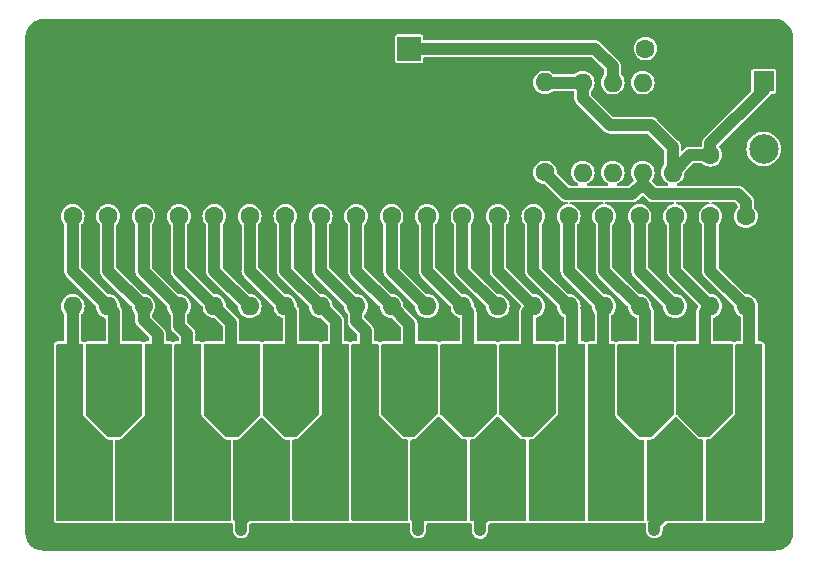
<source format=gbr>
%TF.GenerationSoftware,KiCad,Pcbnew,7.0.2-0*%
%TF.CreationDate,2023-05-23T14:09:32+01:00*%
%TF.ProjectId,pcb-stylophone,7063622d-7374-4796-9c6f-70686f6e652e,rev?*%
%TF.SameCoordinates,Original*%
%TF.FileFunction,Copper,L1,Top*%
%TF.FilePolarity,Positive*%
%FSLAX46Y46*%
G04 Gerber Fmt 4.6, Leading zero omitted, Abs format (unit mm)*
G04 Created by KiCad (PCBNEW 7.0.2-0) date 2023-05-23 14:09:32*
%MOMM*%
%LPD*%
G01*
G04 APERTURE LIST*
%TA.AperFunction,ComponentPad*%
%ADD10R,1.600000X1.600000*%
%TD*%
%TA.AperFunction,ComponentPad*%
%ADD11O,1.600000X1.600000*%
%TD*%
%TA.AperFunction,SMDPad,CuDef*%
%ADD12R,1.000000X1.000000*%
%TD*%
%TA.AperFunction,ComponentPad*%
%ADD13C,1.600000*%
%TD*%
%TA.AperFunction,ComponentPad*%
%ADD14R,2.000000X2.000000*%
%TD*%
%TA.AperFunction,ComponentPad*%
%ADD15C,2.000000*%
%TD*%
%TA.AperFunction,ComponentPad*%
%ADD16C,2.500000*%
%TD*%
%TA.AperFunction,ComponentPad*%
%ADD17R,1.700000X1.700000*%
%TD*%
%TA.AperFunction,ComponentPad*%
%ADD18O,1.700000X1.700000*%
%TD*%
%TA.AperFunction,ViaPad*%
%ADD19C,0.800000*%
%TD*%
%TA.AperFunction,Conductor*%
%ADD20C,1.000000*%
%TD*%
G04 APERTURE END LIST*
D10*
%TO.P,U1,1,GND*%
%TO.N,GND*%
X154800000Y-105380000D03*
D11*
%TO.P,U1,2,TR*%
%TO.N,Net-(J22-Pin_1)*%
X152260000Y-105380000D03*
%TO.P,U1,3,Q*%
%TO.N,Net-(U1-Q)*%
X149720000Y-105380000D03*
%TO.P,U1,4,R*%
%TO.N,VCC*%
X147180000Y-105380000D03*
%TO.P,U1,5,CV*%
%TO.N,unconnected-(U1-CV-Pad5)*%
X147180000Y-113000000D03*
%TO.P,U1,6,THR*%
%TO.N,Net-(J22-Pin_1)*%
X149720000Y-113000000D03*
%TO.P,U1,7,DIS*%
%TO.N,Net-(U1-DIS)*%
X152260000Y-113000000D03*
%TO.P,U1,8,VCC*%
%TO.N,VCC*%
X154800000Y-113000000D03*
%TD*%
D12*
%TO.P,J13,1,Pin_1*%
%TO.N,Net-(J13-Pin_1)*%
X130000000Y-137500000D03*
%TD*%
%TO.P,J5,1,Pin_1*%
%TO.N,Net-(J5-Pin_1)*%
X152500000Y-132500000D03*
%TD*%
D13*
%TO.P,R16,1*%
%TO.N,Net-(J15-Pin_1)*%
X119000000Y-116690000D03*
D11*
%TO.P,R16,2*%
%TO.N,Net-(J16-Pin_1)*%
X119000000Y-124310000D03*
%TD*%
D13*
%TO.P,R2,1*%
%TO.N,Net-(U1-DIS)*%
X161000000Y-116690000D03*
D11*
%TO.P,R2,2*%
%TO.N,Net-(J2-Pin_1)*%
X161000000Y-124310000D03*
%TD*%
D12*
%TO.P,J14,1,Pin_1*%
%TO.N,Net-(J14-Pin_1)*%
X125000000Y-137500000D03*
%TD*%
D14*
%TO.P,LS1,1,1*%
%TO.N,Net-(U1-Q)*%
X132500000Y-102500000D03*
D15*
%TO.P,LS1,2,2*%
%TO.N,GND*%
X132500000Y-112500000D03*
%TD*%
D13*
%TO.P,R18,1*%
%TO.N,Net-(J17-Pin_1)*%
X113000000Y-116690000D03*
D11*
%TO.P,R18,2*%
%TO.N,Net-(J18-Pin_1)*%
X113000000Y-124310000D03*
%TD*%
D12*
%TO.P,J19,1,Pin_1*%
%TO.N,Net-(J19-Pin_1)*%
X110000000Y-137500000D03*
%TD*%
D13*
%TO.P,R17,1*%
%TO.N,Net-(J16-Pin_1)*%
X116000000Y-116690000D03*
D11*
%TO.P,R17,2*%
%TO.N,Net-(J17-Pin_1)*%
X116000000Y-124310000D03*
%TD*%
D12*
%TO.P,J9,1,Pin_1*%
%TO.N,Net-(J9-Pin_1)*%
X140000000Y-137500000D03*
%TD*%
D13*
%TO.P,R20,1*%
%TO.N,Net-(J19-Pin_1)*%
X107000000Y-116690000D03*
D11*
%TO.P,R20,2*%
%TO.N,Net-(J20-Pin_1)*%
X107000000Y-124310000D03*
%TD*%
D13*
%TO.P,R13,1*%
%TO.N,Net-(J12-Pin_1)*%
X128000000Y-116690000D03*
D11*
%TO.P,R13,2*%
%TO.N,Net-(J13-Pin_1)*%
X128000000Y-124310000D03*
%TD*%
D12*
%TO.P,J10,1,Pin_1*%
%TO.N,Net-(J10-Pin_1)*%
X137500000Y-132500000D03*
%TD*%
%TO.P,J18,1,Pin_1*%
%TO.N,Net-(J18-Pin_1)*%
X115000000Y-137500000D03*
%TD*%
D16*
%TO.P,J22,1,Pin_1*%
%TO.N,Net-(J22-Pin_1)*%
X162500000Y-111000000D03*
%TD*%
D12*
%TO.P,J11,1,Pin_1*%
%TO.N,Net-(J11-Pin_1)*%
X135000000Y-137500000D03*
%TD*%
D13*
%TO.P,C2,1*%
%TO.N,Net-(J22-Pin_1)*%
X152500000Y-102500000D03*
%TO.P,C2,2*%
%TO.N,GND*%
X157500000Y-102500000D03*
%TD*%
%TO.P,R11,1*%
%TO.N,Net-(J10-Pin_1)*%
X134000000Y-116690000D03*
D11*
%TO.P,R11,2*%
%TO.N,Net-(J11-Pin_1)*%
X134000000Y-124310000D03*
%TD*%
D12*
%TO.P,J20,1,Pin_1*%
%TO.N,Net-(J20-Pin_1)*%
X107500000Y-132500000D03*
%TD*%
D17*
%TO.P,J1,1,Pin_1*%
%TO.N,VCC*%
X162500000Y-105275000D03*
D18*
%TO.P,J1,2,Pin_2*%
%TO.N,GND*%
X162500000Y-102735000D03*
%TD*%
D13*
%TO.P,R10,1*%
%TO.N,Net-(J9-Pin_1)*%
X137000000Y-116690000D03*
D11*
%TO.P,R10,2*%
%TO.N,Net-(J10-Pin_1)*%
X137000000Y-124310000D03*
%TD*%
D12*
%TO.P,J3,1,Pin_1*%
%TO.N,Net-(J3-Pin_1)*%
X157500000Y-132500000D03*
%TD*%
%TO.P,J12,1,Pin_1*%
%TO.N,Net-(J12-Pin_1)*%
X132500000Y-132500000D03*
%TD*%
%TO.P,J15,1,Pin_1*%
%TO.N,Net-(J15-Pin_1)*%
X122500000Y-132500000D03*
%TD*%
%TO.P,J4,1,Pin_1*%
%TO.N,Net-(J4-Pin_1)*%
X155000000Y-137500000D03*
%TD*%
D13*
%TO.P,R8,1*%
%TO.N,Net-(J7-Pin_1)*%
X143000000Y-116690000D03*
D11*
%TO.P,R8,2*%
%TO.N,Net-(J8-Pin_1)*%
X143000000Y-124310000D03*
%TD*%
D13*
%TO.P,R12,1*%
%TO.N,Net-(J11-Pin_1)*%
X131000000Y-116690000D03*
D11*
%TO.P,R12,2*%
%TO.N,Net-(J12-Pin_1)*%
X131000000Y-124310000D03*
%TD*%
D13*
%TO.P,R1,1*%
%TO.N,Net-(U1-DIS)*%
X144000000Y-112990000D03*
D11*
%TO.P,R1,2*%
%TO.N,VCC*%
X144000000Y-105370000D03*
%TD*%
D13*
%TO.P,R15,1*%
%TO.N,Net-(J14-Pin_1)*%
X122000000Y-116690000D03*
D11*
%TO.P,R15,2*%
%TO.N,Net-(J15-Pin_1)*%
X122000000Y-124310000D03*
%TD*%
D13*
%TO.P,R6,1*%
%TO.N,Net-(J5-Pin_1)*%
X149000000Y-116690000D03*
D11*
%TO.P,R6,2*%
%TO.N,Net-(J6-Pin_1)*%
X149000000Y-124310000D03*
%TD*%
D12*
%TO.P,J2,1,Pin_1*%
%TO.N,Net-(J2-Pin_1)*%
X160000000Y-137500000D03*
%TD*%
D13*
%TO.P,C1,1*%
%TO.N,VCC*%
X158000000Y-111500000D03*
%TO.P,C1,2*%
%TO.N,GND*%
X158000000Y-106500000D03*
%TD*%
%TO.P,R19,1*%
%TO.N,Net-(J18-Pin_1)*%
X110000000Y-116690000D03*
D11*
%TO.P,R19,2*%
%TO.N,Net-(J19-Pin_1)*%
X110000000Y-124310000D03*
%TD*%
D13*
%TO.P,R3,1*%
%TO.N,Net-(J2-Pin_1)*%
X158000000Y-116690000D03*
D11*
%TO.P,R3,2*%
%TO.N,Net-(J3-Pin_1)*%
X158000000Y-124310000D03*
%TD*%
D12*
%TO.P,J17,1,Pin_1*%
%TO.N,Net-(J17-Pin_1)*%
X117500000Y-132500000D03*
%TD*%
D13*
%TO.P,R4,1*%
%TO.N,Net-(J3-Pin_1)*%
X155000000Y-116690000D03*
D11*
%TO.P,R4,2*%
%TO.N,Net-(J4-Pin_1)*%
X155000000Y-124310000D03*
%TD*%
D13*
%TO.P,R21,1*%
%TO.N,Net-(J20-Pin_1)*%
X104000000Y-116690000D03*
D11*
%TO.P,R21,2*%
%TO.N,Net-(J21-Pin_1)*%
X104000000Y-124310000D03*
%TD*%
D12*
%TO.P,J6,1,Pin_1*%
%TO.N,Net-(J6-Pin_1)*%
X150000000Y-137500000D03*
%TD*%
D13*
%TO.P,R7,1*%
%TO.N,Net-(J6-Pin_1)*%
X146000000Y-116690000D03*
D11*
%TO.P,R7,2*%
%TO.N,Net-(J7-Pin_1)*%
X146000000Y-124310000D03*
%TD*%
D12*
%TO.P,J21,1,Pin_1*%
%TO.N,Net-(J21-Pin_1)*%
X105000000Y-137500000D03*
%TD*%
%TO.P,J7,1,Pin_1*%
%TO.N,Net-(J7-Pin_1)*%
X145000000Y-137500000D03*
%TD*%
D13*
%TO.P,R9,1*%
%TO.N,Net-(J8-Pin_1)*%
X140000000Y-116690000D03*
D11*
%TO.P,R9,2*%
%TO.N,Net-(J9-Pin_1)*%
X140000000Y-124310000D03*
%TD*%
D12*
%TO.P,J16,1,Pin_1*%
%TO.N,Net-(J16-Pin_1)*%
X120000000Y-137500000D03*
%TD*%
%TO.P,J8,1,Pin_1*%
%TO.N,Net-(J8-Pin_1)*%
X142500000Y-132500000D03*
%TD*%
D13*
%TO.P,R5,1*%
%TO.N,Net-(J4-Pin_1)*%
X152000000Y-116690000D03*
D11*
%TO.P,R5,2*%
%TO.N,Net-(J5-Pin_1)*%
X152000000Y-124310000D03*
%TD*%
D13*
%TO.P,R14,1*%
%TO.N,Net-(J13-Pin_1)*%
X125000000Y-116690000D03*
D11*
%TO.P,R14,2*%
%TO.N,Net-(J14-Pin_1)*%
X125000000Y-124310000D03*
%TD*%
D19*
%TO.N,GND*%
X147500000Y-144000000D03*
X153500000Y-119500000D03*
X164000000Y-135000000D03*
X164000000Y-120000000D03*
X127500000Y-144000000D03*
X141400000Y-115000000D03*
X150500000Y-119500000D03*
X147200000Y-110100000D03*
X101000000Y-135000000D03*
X101000000Y-117000000D03*
X112500000Y-144000000D03*
X147500000Y-119500000D03*
X156500000Y-119500000D03*
X125000000Y-115000000D03*
%TO.N,Net-(J4-Pin_1)*%
X153250000Y-143250000D03*
%TO.N,Net-(J9-Pin_1)*%
X138500000Y-143300000D03*
%TO.N,Net-(J11-Pin_1)*%
X133250000Y-143250000D03*
%TO.N,Net-(J16-Pin_1)*%
X118250000Y-143250000D03*
%TD*%
D20*
%TO.N,VCC*%
X154800000Y-113000000D02*
X154800000Y-110800000D01*
X144010000Y-105380000D02*
X144000000Y-105370000D01*
X154800000Y-110800000D02*
X153000000Y-109000000D01*
X158000000Y-110500000D02*
X158000000Y-111500000D01*
X162500000Y-105275000D02*
X162500000Y-106000000D01*
X153000000Y-109000000D02*
X149500000Y-109000000D01*
X162500000Y-106000000D02*
X158000000Y-110500000D01*
X147180000Y-105380000D02*
X144010000Y-105380000D01*
X156300000Y-111500000D02*
X154800000Y-113000000D01*
X158000000Y-111500000D02*
X156300000Y-111500000D01*
X147180000Y-106680000D02*
X147180000Y-105380000D01*
X149500000Y-109000000D02*
X147180000Y-106680000D01*
%TO.N,Net-(J2-Pin_1)*%
X160100000Y-137500000D02*
X161300000Y-136300000D01*
X161300000Y-124610000D02*
X161000000Y-124310000D01*
X160000000Y-137500000D02*
X160100000Y-137500000D01*
X158000000Y-121310000D02*
X161000000Y-124310000D01*
X158000000Y-116690000D02*
X158000000Y-121310000D01*
X161300000Y-136300000D02*
X161300000Y-124610000D01*
%TO.N,Net-(J3-Pin_1)*%
X155000000Y-121310000D02*
X158000000Y-124310000D01*
X155000000Y-116690000D02*
X155000000Y-121310000D01*
X157500000Y-132500000D02*
X157500000Y-124810000D01*
X157500000Y-124810000D02*
X158000000Y-124310000D01*
%TO.N,Net-(J4-Pin_1)*%
X153250000Y-142750000D02*
X155000000Y-141000000D01*
X155000000Y-141000000D02*
X155000000Y-137500000D01*
X152000000Y-121310000D02*
X155000000Y-124310000D01*
X152000000Y-116690000D02*
X152000000Y-121310000D01*
X153250000Y-143250000D02*
X153250000Y-142750000D01*
%TO.N,Net-(J5-Pin_1)*%
X152500000Y-124810000D02*
X152000000Y-124310000D01*
X152500000Y-132500000D02*
X152500000Y-124810000D01*
X149000000Y-121310000D02*
X152000000Y-124310000D01*
X149000000Y-116690000D02*
X149000000Y-121310000D01*
%TO.N,Net-(J6-Pin_1)*%
X148900000Y-136400000D02*
X148900000Y-124410000D01*
X148900000Y-124410000D02*
X149000000Y-124310000D01*
X146000000Y-121310000D02*
X149000000Y-124310000D01*
X150000000Y-137500000D02*
X148900000Y-136400000D01*
X146000000Y-116690000D02*
X146000000Y-121310000D01*
%TO.N,Net-(J7-Pin_1)*%
X143000000Y-121310000D02*
X146000000Y-124310000D01*
X146300000Y-135600000D02*
X146300000Y-124610000D01*
X145000000Y-137500000D02*
X145000000Y-136900000D01*
X146300000Y-124610000D02*
X146000000Y-124310000D01*
X143000000Y-116690000D02*
X143000000Y-121310000D01*
X145000000Y-136900000D02*
X146300000Y-135600000D01*
%TO.N,Net-(J8-Pin_1)*%
X142500000Y-124810000D02*
X143000000Y-124310000D01*
X142500000Y-132500000D02*
X142500000Y-124810000D01*
X140000000Y-121310000D02*
X143000000Y-124310000D01*
X140000000Y-116690000D02*
X140000000Y-121310000D01*
%TO.N,Net-(J9-Pin_1)*%
X137000000Y-116690000D02*
X137000000Y-121310000D01*
X138500000Y-143300000D02*
X138500000Y-142500000D01*
X140000000Y-141000000D02*
X140000000Y-137500000D01*
X138500000Y-142500000D02*
X140000000Y-141000000D01*
X137000000Y-121310000D02*
X140000000Y-124310000D01*
%TO.N,Net-(J10-Pin_1)*%
X137500000Y-124810000D02*
X137000000Y-124310000D01*
X134000000Y-121310000D02*
X137000000Y-124310000D01*
X137500000Y-132500000D02*
X137500000Y-124810000D01*
X134000000Y-116690000D02*
X134000000Y-121310000D01*
%TO.N,Net-(J11-Pin_1)*%
X131000000Y-121310000D02*
X134000000Y-124310000D01*
X131000000Y-116690000D02*
X131000000Y-121310000D01*
X133250000Y-143250000D02*
X133250000Y-142250000D01*
X135000000Y-140500000D02*
X135000000Y-137500000D01*
X133250000Y-142250000D02*
X135000000Y-140500000D01*
%TO.N,Net-(J12-Pin_1)*%
X128000000Y-116690000D02*
X128000000Y-121310000D01*
X131000000Y-124310000D02*
X132500000Y-125810000D01*
X128000000Y-121310000D02*
X131000000Y-124310000D01*
X132500000Y-125810000D02*
X132500000Y-132500000D01*
%TO.N,Net-(J13-Pin_1)*%
X130000000Y-136300000D02*
X130000000Y-137500000D01*
X125000000Y-121310000D02*
X128000000Y-124310000D01*
X128800000Y-126400000D02*
X128800000Y-135100000D01*
X128800000Y-135100000D02*
X130000000Y-136300000D01*
X125000000Y-116690000D02*
X125000000Y-121310000D01*
X128000000Y-124310000D02*
X128000000Y-125600000D01*
X128000000Y-125600000D02*
X128800000Y-126400000D01*
%TO.N,Net-(J14-Pin_1)*%
X126300000Y-125610000D02*
X126300000Y-136200000D01*
X125000000Y-124310000D02*
X126300000Y-125610000D01*
X122000000Y-121310000D02*
X125000000Y-124310000D01*
X122000000Y-116690000D02*
X122000000Y-121310000D01*
X126300000Y-136200000D02*
X125000000Y-137500000D01*
%TO.N,Net-(J15-Pin_1)*%
X119000000Y-121310000D02*
X122000000Y-124310000D01*
X122000000Y-124310000D02*
X122500000Y-124810000D01*
X119000000Y-116690000D02*
X119000000Y-121310000D01*
X122500000Y-124810000D02*
X122500000Y-132500000D01*
%TO.N,Net-(J16-Pin_1)*%
X116000000Y-116690000D02*
X116000000Y-121310000D01*
X118250000Y-143250000D02*
X118250000Y-142500000D01*
X120000000Y-140750000D02*
X120000000Y-137500000D01*
X116000000Y-121310000D02*
X119000000Y-124310000D01*
X118250000Y-142500000D02*
X120000000Y-140750000D01*
%TO.N,Net-(J17-Pin_1)*%
X113000000Y-116690000D02*
X113000000Y-121310000D01*
X116000000Y-124310000D02*
X117400000Y-125710000D01*
X117400000Y-125710000D02*
X117400000Y-132400000D01*
X117400000Y-132400000D02*
X117500000Y-132500000D01*
X113000000Y-121310000D02*
X116000000Y-124310000D01*
%TO.N,Net-(J18-Pin_1)*%
X110000000Y-116690000D02*
X110000000Y-121310000D01*
X113000000Y-126000000D02*
X113700000Y-126700000D01*
X113000000Y-124310000D02*
X113000000Y-126000000D01*
X110000000Y-121310000D02*
X113000000Y-124310000D01*
X113700000Y-136200000D02*
X115000000Y-137500000D01*
X113700000Y-126700000D02*
X113700000Y-136200000D01*
%TO.N,Net-(J19-Pin_1)*%
X111200000Y-136100000D02*
X110000000Y-137300000D01*
X110000000Y-125500000D02*
X111200000Y-126700000D01*
X110000000Y-124310000D02*
X110000000Y-125500000D01*
X107000000Y-116690000D02*
X107000000Y-121310000D01*
X110000000Y-137300000D02*
X110000000Y-137500000D01*
X107000000Y-121310000D02*
X110000000Y-124310000D01*
X111200000Y-126700000D02*
X111200000Y-136100000D01*
%TO.N,Net-(J20-Pin_1)*%
X107000000Y-124310000D02*
X107500000Y-124810000D01*
X104000000Y-121310000D02*
X107000000Y-124310000D01*
X104000000Y-116690000D02*
X104000000Y-121310000D01*
X107500000Y-124810000D02*
X107500000Y-132500000D01*
%TO.N,Net-(J21-Pin_1)*%
X104000000Y-124310000D02*
X104000000Y-136500000D01*
X104000000Y-136500000D02*
X105000000Y-137500000D01*
%TO.N,Net-(U1-Q)*%
X148200000Y-102500000D02*
X132500000Y-102500000D01*
X149720000Y-105380000D02*
X149720000Y-104020000D01*
X149720000Y-104020000D02*
X148200000Y-102500000D01*
%TO.N,Net-(U1-DIS)*%
X152260000Y-113960000D02*
X152260000Y-113000000D01*
X145800000Y-114800000D02*
X144000000Y-113000000D01*
X161000000Y-116690000D02*
X161000000Y-115500000D01*
X161000000Y-115500000D02*
X160300000Y-114800000D01*
X153100000Y-114800000D02*
X152260000Y-113960000D01*
X152260000Y-113000000D02*
X152260000Y-113940000D01*
X151400000Y-114800000D02*
X145800000Y-114800000D01*
X152260000Y-113940000D02*
X151400000Y-114800000D01*
X144000000Y-113000000D02*
X144000000Y-112990000D01*
X160300000Y-114800000D02*
X153100000Y-114800000D01*
%TD*%
%TA.AperFunction,Conductor*%
%TO.N,Net-(J18-Pin_1)*%
G36*
X114818192Y-127507535D02*
G01*
X114832825Y-127513596D01*
X114879351Y-127553333D01*
X114886396Y-127567158D01*
X114887626Y-127570126D01*
X114894661Y-127617498D01*
X114894858Y-127614841D01*
X114894739Y-127617255D01*
X114894500Y-127619685D01*
X114894500Y-133448826D01*
X114894557Y-133449993D01*
X114894558Y-133450020D01*
X114895429Y-133467757D01*
X114895431Y-133467795D01*
X114895489Y-133468959D01*
X114895603Y-133470124D01*
X114895606Y-133470155D01*
X114897269Y-133487046D01*
X114897271Y-133487069D01*
X114897390Y-133488269D01*
X114897571Y-133489493D01*
X114897572Y-133489497D01*
X114900170Y-133507022D01*
X114900173Y-133507042D01*
X114900348Y-133508219D01*
X114900576Y-133509369D01*
X114900580Y-133509388D01*
X114901741Y-133515227D01*
X114901744Y-133515240D01*
X114902216Y-133517612D01*
X114902921Y-133519938D01*
X114902923Y-133519944D01*
X114913202Y-133553835D01*
X114913206Y-133553847D01*
X114913910Y-133556167D01*
X114914840Y-133558413D01*
X114914841Y-133558415D01*
X114927763Y-133589614D01*
X114927767Y-133589623D01*
X114928693Y-133591858D01*
X114947685Y-133627389D01*
X114949023Y-133629392D01*
X114949030Y-133629403D01*
X114952329Y-133634340D01*
X114953003Y-133635348D01*
X114965013Y-133651543D01*
X114977325Y-133666546D01*
X114990872Y-133681492D01*
X116818507Y-135509127D01*
X116833453Y-135522674D01*
X116848456Y-135534986D01*
X116864651Y-135546996D01*
X116872610Y-135552314D01*
X116908131Y-135571302D01*
X116943812Y-135586083D01*
X116982360Y-135597778D01*
X116991754Y-135599647D01*
X117011709Y-135602607D01*
X117031028Y-135604510D01*
X117051173Y-135605500D01*
X117293587Y-135605500D01*
X117331472Y-135613036D01*
X117332824Y-135613596D01*
X117379350Y-135653332D01*
X117386405Y-135667180D01*
X117387635Y-135670150D01*
X117394665Y-135717471D01*
X117394858Y-135714850D01*
X117394739Y-135717258D01*
X117394500Y-135719691D01*
X117394500Y-142380308D01*
X117394737Y-142382721D01*
X117394857Y-142385153D01*
X117394660Y-142382493D01*
X117387634Y-142429853D01*
X117386403Y-142432825D01*
X117346666Y-142479351D01*
X117332826Y-142486403D01*
X117326680Y-142488948D01*
X117318195Y-142492463D01*
X117280309Y-142500000D01*
X112719691Y-142500000D01*
X112681805Y-142492463D01*
X112667170Y-142486401D01*
X112620647Y-142446663D01*
X112613598Y-142432830D01*
X112613596Y-142432825D01*
X112612367Y-142429858D01*
X112605340Y-142382467D01*
X112605142Y-142385155D01*
X112605260Y-142382735D01*
X112605500Y-142380308D01*
X112605500Y-127619691D01*
X112605260Y-127617264D01*
X112605142Y-127614844D01*
X112605340Y-127617531D01*
X112612367Y-127570141D01*
X112613599Y-127567167D01*
X112653337Y-127520646D01*
X112667166Y-127513599D01*
X112681810Y-127507534D01*
X112719691Y-127500000D01*
X114780309Y-127500000D01*
X114818192Y-127507535D01*
G37*
%TD.AperFunction*%
%TD*%
%TA.AperFunction,Conductor*%
%TO.N,Net-(J12-Pin_1)*%
G36*
X134818192Y-127507535D02*
G01*
X134832825Y-127513596D01*
X134879351Y-127553333D01*
X134886405Y-127567180D01*
X134887635Y-127570150D01*
X134894665Y-127617471D01*
X134894858Y-127614850D01*
X134894739Y-127617258D01*
X134894500Y-127619691D01*
X134894500Y-133397324D01*
X134894431Y-133394875D01*
X134878905Y-133453763D01*
X134842332Y-133487485D01*
X134833316Y-133492305D01*
X134831305Y-133493648D01*
X134831291Y-133493657D01*
X134803223Y-133512411D01*
X134803218Y-133512414D01*
X134801203Y-133513761D01*
X134799340Y-133515289D01*
X134799325Y-133515301D01*
X134771932Y-133537782D01*
X134771919Y-133537793D01*
X134770058Y-133539321D01*
X134768357Y-133541021D01*
X134768347Y-133541031D01*
X132943876Y-135365504D01*
X132889359Y-135393281D01*
X132873872Y-135394500D01*
X132719691Y-135394500D01*
X132717270Y-135394738D01*
X132717258Y-135394739D01*
X132682023Y-135398209D01*
X132682005Y-135398211D01*
X132679605Y-135398448D01*
X132677226Y-135398921D01*
X132677173Y-135398929D01*
X132662652Y-135400000D01*
X132337351Y-135400000D01*
X132322830Y-135398929D01*
X132322775Y-135398920D01*
X132320398Y-135398448D01*
X132317997Y-135398211D01*
X132317980Y-135398209D01*
X132282741Y-135394739D01*
X132282730Y-135394738D01*
X132280309Y-135394500D01*
X132277869Y-135394500D01*
X132126128Y-135394500D01*
X132067937Y-135375593D01*
X132056124Y-135365504D01*
X130134495Y-133443875D01*
X130106718Y-133389358D01*
X130105499Y-133373871D01*
X130105499Y-127622128D01*
X130105499Y-127622127D01*
X130105499Y-127619691D01*
X130105259Y-127617263D01*
X130105141Y-127614844D01*
X130105340Y-127617543D01*
X130112368Y-127570139D01*
X130113600Y-127567163D01*
X130153342Y-127520643D01*
X130167166Y-127513599D01*
X130181810Y-127507534D01*
X130219691Y-127500000D01*
X134780309Y-127500000D01*
X134818192Y-127507535D01*
G37*
%TD.AperFunction*%
%TD*%
%TA.AperFunction,Conductor*%
%TO.N,Net-(J16-Pin_1)*%
G36*
X120044944Y-133742417D02*
G01*
X120070002Y-133760623D01*
X121818507Y-135509127D01*
X121833453Y-135522674D01*
X121848456Y-135534986D01*
X121864651Y-135546996D01*
X121872610Y-135552314D01*
X121908131Y-135571302D01*
X121943812Y-135586083D01*
X121982360Y-135597778D01*
X121991754Y-135599647D01*
X122011709Y-135602607D01*
X122031028Y-135604510D01*
X122051173Y-135605500D01*
X122293587Y-135605500D01*
X122331472Y-135613036D01*
X122332824Y-135613596D01*
X122379350Y-135653332D01*
X122386405Y-135667180D01*
X122387635Y-135670150D01*
X122394665Y-135717471D01*
X122394858Y-135714850D01*
X122394739Y-135717258D01*
X122394500Y-135719691D01*
X122394500Y-142380308D01*
X122394737Y-142382721D01*
X122394857Y-142385153D01*
X122394660Y-142382493D01*
X122387634Y-142429853D01*
X122386403Y-142432825D01*
X122346666Y-142479351D01*
X122332826Y-142486403D01*
X122326680Y-142488948D01*
X122318195Y-142492463D01*
X122280309Y-142500000D01*
X117719691Y-142500000D01*
X117681805Y-142492463D01*
X117667170Y-142486401D01*
X117620647Y-142446663D01*
X117613596Y-142432825D01*
X117607534Y-142418190D01*
X117600000Y-142380308D01*
X117600000Y-135719691D01*
X117607534Y-135681810D01*
X117613596Y-135667173D01*
X117653331Y-135620650D01*
X117667194Y-135613588D01*
X117668551Y-135613026D01*
X117706413Y-135605500D01*
X117947631Y-135605500D01*
X117948827Y-135605500D01*
X117968979Y-135604509D01*
X117988301Y-135602605D01*
X118008257Y-135599644D01*
X118017649Y-135597775D01*
X118056188Y-135586082D01*
X118091867Y-135571302D01*
X118127389Y-135552314D01*
X118135348Y-135546996D01*
X118151543Y-135534986D01*
X118166546Y-135522674D01*
X118181492Y-135509127D01*
X119929995Y-133760622D01*
X119984512Y-133732846D01*
X120044944Y-133742417D01*
G37*
%TD.AperFunction*%
%TD*%
%TA.AperFunction,Conductor*%
%TO.N,Net-(J21-Pin_1)*%
G36*
X104818192Y-127507535D02*
G01*
X104832825Y-127513596D01*
X104879351Y-127553333D01*
X104886405Y-127567180D01*
X104887635Y-127570150D01*
X104894665Y-127617471D01*
X104894858Y-127614850D01*
X104894739Y-127617258D01*
X104894500Y-127619691D01*
X104894500Y-133448826D01*
X104894557Y-133449993D01*
X104894558Y-133450020D01*
X104895429Y-133467757D01*
X104895431Y-133467795D01*
X104895489Y-133468959D01*
X104895603Y-133470124D01*
X104895606Y-133470155D01*
X104897269Y-133487046D01*
X104897271Y-133487069D01*
X104897390Y-133488269D01*
X104897571Y-133489493D01*
X104897572Y-133489497D01*
X104900170Y-133507022D01*
X104900173Y-133507042D01*
X104900348Y-133508219D01*
X104900576Y-133509369D01*
X104900580Y-133509388D01*
X104901741Y-133515227D01*
X104901744Y-133515240D01*
X104902216Y-133517612D01*
X104902921Y-133519938D01*
X104902923Y-133519944D01*
X104913202Y-133553835D01*
X104913206Y-133553847D01*
X104913910Y-133556167D01*
X104914840Y-133558413D01*
X104914841Y-133558415D01*
X104927763Y-133589614D01*
X104927767Y-133589623D01*
X104928693Y-133591858D01*
X104947685Y-133627389D01*
X104949023Y-133629392D01*
X104949030Y-133629403D01*
X104952329Y-133634340D01*
X104953003Y-133635348D01*
X104965013Y-133651543D01*
X104977325Y-133666546D01*
X104990872Y-133681492D01*
X106818507Y-135509127D01*
X106833453Y-135522674D01*
X106848456Y-135534986D01*
X106864651Y-135546996D01*
X106872610Y-135552314D01*
X106908131Y-135571302D01*
X106943812Y-135586083D01*
X106982360Y-135597778D01*
X106991754Y-135599647D01*
X107011709Y-135602607D01*
X107031028Y-135604510D01*
X107051173Y-135605500D01*
X107293587Y-135605500D01*
X107331472Y-135613036D01*
X107332824Y-135613596D01*
X107379350Y-135653332D01*
X107386405Y-135667180D01*
X107387635Y-135670150D01*
X107394665Y-135717471D01*
X107394858Y-135714850D01*
X107394739Y-135717258D01*
X107394500Y-135719691D01*
X107394500Y-142380308D01*
X107394737Y-142382721D01*
X107394857Y-142385153D01*
X107394660Y-142382493D01*
X107387634Y-142429853D01*
X107386403Y-142432825D01*
X107346666Y-142479351D01*
X107332826Y-142486403D01*
X107326680Y-142488948D01*
X107318195Y-142492463D01*
X107280309Y-142500000D01*
X102719691Y-142500000D01*
X102681805Y-142492463D01*
X102667170Y-142486401D01*
X102620647Y-142446663D01*
X102613596Y-142432825D01*
X102607534Y-142418190D01*
X102600000Y-142380308D01*
X102600000Y-127619691D01*
X102607534Y-127581810D01*
X102613596Y-127567173D01*
X102653331Y-127520650D01*
X102667166Y-127513599D01*
X102681810Y-127507534D01*
X102719691Y-127500000D01*
X104780309Y-127500000D01*
X104818192Y-127507535D01*
G37*
%TD.AperFunction*%
%TD*%
%TA.AperFunction,Conductor*%
%TO.N,Net-(J6-Pin_1)*%
G36*
X149818192Y-127507535D02*
G01*
X149832825Y-127513596D01*
X149879351Y-127553333D01*
X149886405Y-127567180D01*
X149887635Y-127570150D01*
X149894665Y-127617471D01*
X149894858Y-127614850D01*
X149894739Y-127617258D01*
X149894500Y-127619691D01*
X149894500Y-133448826D01*
X149894557Y-133449993D01*
X149894558Y-133450020D01*
X149895429Y-133467757D01*
X149895431Y-133467795D01*
X149895489Y-133468959D01*
X149895603Y-133470124D01*
X149895606Y-133470155D01*
X149897269Y-133487046D01*
X149897271Y-133487069D01*
X149897390Y-133488269D01*
X149897571Y-133489493D01*
X149897572Y-133489497D01*
X149900170Y-133507022D01*
X149900173Y-133507042D01*
X149900348Y-133508219D01*
X149900576Y-133509369D01*
X149900580Y-133509388D01*
X149901741Y-133515227D01*
X149901744Y-133515240D01*
X149902216Y-133517612D01*
X149902921Y-133519938D01*
X149902923Y-133519944D01*
X149913202Y-133553835D01*
X149913206Y-133553847D01*
X149913910Y-133556167D01*
X149914840Y-133558413D01*
X149914841Y-133558415D01*
X149927763Y-133589614D01*
X149927767Y-133589623D01*
X149928693Y-133591858D01*
X149947685Y-133627389D01*
X149949023Y-133629392D01*
X149949030Y-133629403D01*
X149952329Y-133634340D01*
X149953003Y-133635348D01*
X149965013Y-133651543D01*
X149977325Y-133666546D01*
X149990872Y-133681492D01*
X151818507Y-135509127D01*
X151833453Y-135522674D01*
X151848456Y-135534986D01*
X151864651Y-135546996D01*
X151872610Y-135552314D01*
X151908131Y-135571302D01*
X151943812Y-135586083D01*
X151982360Y-135597778D01*
X151991754Y-135599647D01*
X152011709Y-135602607D01*
X152031028Y-135604510D01*
X152051173Y-135605500D01*
X152293587Y-135605500D01*
X152331472Y-135613036D01*
X152332824Y-135613596D01*
X152379350Y-135653332D01*
X152386405Y-135667180D01*
X152387635Y-135670150D01*
X152394665Y-135717471D01*
X152394858Y-135714850D01*
X152394739Y-135717258D01*
X152394500Y-135719691D01*
X152394500Y-142380308D01*
X152394737Y-142382721D01*
X152394857Y-142385153D01*
X152394660Y-142382493D01*
X152387634Y-142429853D01*
X152386403Y-142432825D01*
X152346666Y-142479351D01*
X152332826Y-142486403D01*
X152326680Y-142488948D01*
X152318195Y-142492463D01*
X152280309Y-142500000D01*
X147719691Y-142500000D01*
X147681805Y-142492463D01*
X147667170Y-142486401D01*
X147620647Y-142446663D01*
X147613598Y-142432830D01*
X147613596Y-142432825D01*
X147612367Y-142429858D01*
X147605340Y-142382467D01*
X147605142Y-142385155D01*
X147605260Y-142382735D01*
X147605500Y-142380308D01*
X147605500Y-127619691D01*
X147605260Y-127617264D01*
X147605142Y-127614844D01*
X147605340Y-127617531D01*
X147612367Y-127570141D01*
X147613599Y-127567167D01*
X147653337Y-127520646D01*
X147667166Y-127513599D01*
X147681810Y-127507534D01*
X147719691Y-127500000D01*
X149780309Y-127500000D01*
X149818192Y-127507535D01*
G37*
%TD.AperFunction*%
%TD*%
%TA.AperFunction,Conductor*%
%TO.N,Net-(J3-Pin_1)*%
G36*
X159818192Y-127507535D02*
G01*
X159832825Y-127513596D01*
X159879351Y-127553333D01*
X159886401Y-127567169D01*
X159887631Y-127570138D01*
X159894665Y-127617470D01*
X159894858Y-127614849D01*
X159894739Y-127617257D01*
X159894500Y-127619690D01*
X159894500Y-127622128D01*
X159894500Y-127622130D01*
X159894500Y-133373871D01*
X159875593Y-133432062D01*
X159865504Y-133443875D01*
X157943876Y-135365504D01*
X157889359Y-135393281D01*
X157873872Y-135394500D01*
X157719691Y-135394500D01*
X157717270Y-135394738D01*
X157717258Y-135394739D01*
X157682023Y-135398209D01*
X157682005Y-135398211D01*
X157679605Y-135398448D01*
X157677226Y-135398921D01*
X157677173Y-135398929D01*
X157662652Y-135400000D01*
X157337351Y-135400000D01*
X157322830Y-135398929D01*
X157322775Y-135398920D01*
X157320398Y-135398448D01*
X157317997Y-135398211D01*
X157317980Y-135398209D01*
X157282741Y-135394739D01*
X157282730Y-135394738D01*
X157280309Y-135394500D01*
X157277869Y-135394500D01*
X157126128Y-135394500D01*
X157067937Y-135375593D01*
X157056124Y-135365504D01*
X155261988Y-133571368D01*
X155260623Y-133570003D01*
X155259162Y-133568755D01*
X155259151Y-133568745D01*
X155237580Y-133550322D01*
X155237576Y-133550319D01*
X155236101Y-133549059D01*
X155211042Y-133530853D01*
X155207282Y-133528185D01*
X155207281Y-133528184D01*
X155207279Y-133528183D01*
X155167643Y-133512284D01*
X155120674Y-133473072D01*
X155105500Y-133420401D01*
X155105500Y-127622128D01*
X155105500Y-127622127D01*
X155105500Y-127619691D01*
X155105260Y-127617264D01*
X155105142Y-127614844D01*
X155105340Y-127617531D01*
X155112367Y-127570141D01*
X155113599Y-127567167D01*
X155153337Y-127520646D01*
X155167166Y-127513599D01*
X155181810Y-127507534D01*
X155219691Y-127500000D01*
X159780309Y-127500000D01*
X159818192Y-127507535D01*
G37*
%TD.AperFunction*%
%TD*%
%TA.AperFunction,Conductor*%
%TO.N,Net-(J4-Pin_1)*%
G36*
X155090254Y-133697107D02*
G01*
X155115313Y-133715313D01*
X157000000Y-135600000D01*
X157280309Y-135600000D01*
X157318192Y-135607535D01*
X157332825Y-135613596D01*
X157379351Y-135653333D01*
X157386405Y-135667180D01*
X157387635Y-135670150D01*
X157394665Y-135717471D01*
X157394858Y-135714850D01*
X157394739Y-135717258D01*
X157394500Y-135719691D01*
X157394500Y-142380308D01*
X157394737Y-142382721D01*
X157394857Y-142385153D01*
X157394660Y-142382493D01*
X157387634Y-142429853D01*
X157386403Y-142432825D01*
X157346666Y-142479351D01*
X157332826Y-142486403D01*
X157326680Y-142488948D01*
X157318195Y-142492463D01*
X157280309Y-142500000D01*
X152719691Y-142500000D01*
X152681805Y-142492463D01*
X152667170Y-142486401D01*
X152620647Y-142446663D01*
X152613596Y-142432825D01*
X152607534Y-142418190D01*
X152600000Y-142380308D01*
X152600000Y-135719691D01*
X152607534Y-135681810D01*
X152613596Y-135667173D01*
X152653331Y-135620650D01*
X152667194Y-135613588D01*
X152668551Y-135613026D01*
X152706413Y-135605500D01*
X152947631Y-135605500D01*
X152948827Y-135605500D01*
X152968979Y-135604509D01*
X152988301Y-135602605D01*
X153008257Y-135599644D01*
X153017649Y-135597775D01*
X153056188Y-135586082D01*
X153091867Y-135571302D01*
X153127389Y-135552314D01*
X153135348Y-135546996D01*
X153151543Y-135534986D01*
X153166546Y-135522674D01*
X153181492Y-135509127D01*
X154975307Y-133715311D01*
X155029822Y-133687536D01*
X155090254Y-133697107D01*
G37*
%TD.AperFunction*%
%TD*%
%TA.AperFunction,Conductor*%
%TO.N,Net-(J5-Pin_1)*%
G36*
X154818192Y-127507535D02*
G01*
X154832825Y-127513596D01*
X154879351Y-127553333D01*
X154886401Y-127567170D01*
X154892463Y-127581805D01*
X154900000Y-127619691D01*
X154900000Y-133448826D01*
X154898097Y-133468146D01*
X154896228Y-133477539D01*
X154881447Y-133513220D01*
X154876129Y-133521179D01*
X154863817Y-133536182D01*
X153036182Y-135363817D01*
X153021179Y-135376129D01*
X153013220Y-135381447D01*
X152977541Y-135396227D01*
X152968149Y-135398096D01*
X152948827Y-135400000D01*
X152051173Y-135400000D01*
X152031854Y-135398097D01*
X152028794Y-135397488D01*
X152022460Y-135396228D01*
X151986779Y-135381447D01*
X151978820Y-135376129D01*
X151963817Y-135363817D01*
X150136182Y-133536182D01*
X150123870Y-133521179D01*
X150118552Y-133513220D01*
X150103769Y-133477529D01*
X150101901Y-133468136D01*
X150100000Y-133448826D01*
X150100000Y-127619691D01*
X150107534Y-127581810D01*
X150113596Y-127567173D01*
X150153331Y-127520650D01*
X150167166Y-127513599D01*
X150181810Y-127507534D01*
X150219691Y-127500000D01*
X154780309Y-127500000D01*
X154818192Y-127507535D01*
G37*
%TD.AperFunction*%
%TD*%
%TA.AperFunction,Conductor*%
%TO.N,Net-(J17-Pin_1)*%
G36*
X119818192Y-127507535D02*
G01*
X119832825Y-127513596D01*
X119879351Y-127553333D01*
X119886405Y-127567180D01*
X119887635Y-127570150D01*
X119894665Y-127617471D01*
X119894858Y-127614850D01*
X119894739Y-127617258D01*
X119894500Y-127619691D01*
X119894500Y-133448826D01*
X119894557Y-133449990D01*
X119894558Y-133450023D01*
X119894948Y-133457949D01*
X119878918Y-133516997D01*
X119878380Y-133517810D01*
X119876126Y-133521183D01*
X119863817Y-133536182D01*
X118036182Y-135363817D01*
X118021179Y-135376129D01*
X118013220Y-135381447D01*
X117977541Y-135396227D01*
X117968149Y-135398096D01*
X117948827Y-135400000D01*
X117051173Y-135400000D01*
X117031854Y-135398097D01*
X117028794Y-135397488D01*
X117022460Y-135396228D01*
X116986779Y-135381447D01*
X116978820Y-135376129D01*
X116963817Y-135363817D01*
X115136182Y-133536182D01*
X115123870Y-133521179D01*
X115118552Y-133513220D01*
X115103769Y-133477529D01*
X115101901Y-133468136D01*
X115100000Y-133448826D01*
X115100000Y-133447625D01*
X115100000Y-127619685D01*
X115107534Y-127581810D01*
X115113598Y-127567168D01*
X115153336Y-127520647D01*
X115167166Y-127513599D01*
X115181810Y-127507534D01*
X115219691Y-127500000D01*
X119780309Y-127500000D01*
X119818192Y-127507535D01*
G37*
%TD.AperFunction*%
%TD*%
%TA.AperFunction,Conductor*%
%TO.N,Net-(J8-Pin_1)*%
G36*
X144818192Y-127507535D02*
G01*
X144832825Y-127513596D01*
X144879351Y-127553333D01*
X144886401Y-127567169D01*
X144887631Y-127570138D01*
X144894665Y-127617470D01*
X144894858Y-127614849D01*
X144894739Y-127617257D01*
X144894500Y-127619690D01*
X144894500Y-127622128D01*
X144894500Y-127622130D01*
X144894500Y-133373871D01*
X144875593Y-133432062D01*
X144865504Y-133443875D01*
X142943876Y-135365504D01*
X142889359Y-135393281D01*
X142873872Y-135394500D01*
X142719691Y-135394500D01*
X142717270Y-135394738D01*
X142717258Y-135394739D01*
X142682023Y-135398209D01*
X142682005Y-135398211D01*
X142679605Y-135398448D01*
X142677226Y-135398921D01*
X142677173Y-135398929D01*
X142662652Y-135400000D01*
X142337351Y-135400000D01*
X142322830Y-135398929D01*
X142322775Y-135398920D01*
X142320398Y-135398448D01*
X142317997Y-135398211D01*
X142317980Y-135398209D01*
X142282741Y-135394739D01*
X142282730Y-135394738D01*
X142280309Y-135394500D01*
X142277869Y-135394500D01*
X142126128Y-135394500D01*
X142067937Y-135375593D01*
X142056124Y-135365504D01*
X140231658Y-133541038D01*
X140229944Y-133539324D01*
X140228070Y-133537786D01*
X140200679Y-133515306D01*
X140200673Y-133515301D01*
X140198802Y-133513766D01*
X140185048Y-133504576D01*
X140168702Y-133493654D01*
X140168696Y-133493650D01*
X140166684Y-133492306D01*
X140164559Y-133491170D01*
X140164547Y-133491163D01*
X140157831Y-133487574D01*
X140115425Y-133443468D01*
X140105500Y-133400264D01*
X140105500Y-127622128D01*
X140105500Y-127622127D01*
X140105500Y-127619691D01*
X140105260Y-127617264D01*
X140105142Y-127614844D01*
X140105340Y-127617531D01*
X140112367Y-127570141D01*
X140113599Y-127567167D01*
X140153337Y-127520646D01*
X140167166Y-127513599D01*
X140181810Y-127507534D01*
X140219691Y-127500000D01*
X144780309Y-127500000D01*
X144818192Y-127507535D01*
G37*
%TD.AperFunction*%
%TD*%
%TA.AperFunction,Conductor*%
%TO.N,Net-(J2-Pin_1)*%
G36*
X162318192Y-127507535D02*
G01*
X162332825Y-127513596D01*
X162379351Y-127553333D01*
X162386401Y-127567170D01*
X162392463Y-127581805D01*
X162400000Y-127619691D01*
X162400000Y-142380308D01*
X162392463Y-142418197D01*
X162386402Y-142432828D01*
X162346663Y-142479352D01*
X162332830Y-142486401D01*
X162325448Y-142489458D01*
X162318197Y-142492462D01*
X162280309Y-142500000D01*
X157719691Y-142500000D01*
X157681805Y-142492463D01*
X157667170Y-142486401D01*
X157620647Y-142446663D01*
X157613597Y-142432828D01*
X157607534Y-142418190D01*
X157600000Y-142380308D01*
X157600000Y-135719691D01*
X157607534Y-135681810D01*
X157613596Y-135667173D01*
X157653331Y-135620650D01*
X157667166Y-135613599D01*
X157681810Y-135607534D01*
X157719691Y-135600000D01*
X157958578Y-135600000D01*
X157958579Y-135600000D01*
X158000000Y-135600000D01*
X160100000Y-133500000D01*
X160100000Y-127619690D01*
X160107534Y-127581810D01*
X160113596Y-127567173D01*
X160153331Y-127520650D01*
X160167166Y-127513599D01*
X160181810Y-127507534D01*
X160219691Y-127500000D01*
X162280309Y-127500000D01*
X162318192Y-127507535D01*
G37*
%TD.AperFunction*%
%TD*%
%TA.AperFunction,Conductor*%
%TO.N,Net-(J13-Pin_1)*%
G36*
X129818192Y-127507535D02*
G01*
X129832825Y-127513596D01*
X129879351Y-127553333D01*
X129886404Y-127567176D01*
X129892464Y-127581807D01*
X129899999Y-127619691D01*
X129899999Y-133458577D01*
X129900000Y-133458582D01*
X129900000Y-133500000D01*
X132000000Y-135600000D01*
X132280309Y-135600000D01*
X132318192Y-135607535D01*
X132332825Y-135613596D01*
X132379351Y-135653333D01*
X132386405Y-135667180D01*
X132387635Y-135670150D01*
X132394665Y-135717471D01*
X132394858Y-135714850D01*
X132394739Y-135717258D01*
X132394500Y-135719691D01*
X132394500Y-142380308D01*
X132394737Y-142382721D01*
X132394857Y-142385153D01*
X132394660Y-142382493D01*
X132387634Y-142429853D01*
X132386403Y-142432825D01*
X132346666Y-142479351D01*
X132332826Y-142486403D01*
X132326680Y-142488948D01*
X132318195Y-142492463D01*
X132280309Y-142500000D01*
X127719691Y-142500000D01*
X127681805Y-142492463D01*
X127667170Y-142486401D01*
X127620647Y-142446663D01*
X127613598Y-142432830D01*
X127613596Y-142432825D01*
X127612367Y-142429858D01*
X127605340Y-142382467D01*
X127605142Y-142385155D01*
X127605260Y-142382735D01*
X127605500Y-142380308D01*
X127605500Y-127619691D01*
X127605260Y-127617264D01*
X127605142Y-127614844D01*
X127605340Y-127617531D01*
X127612367Y-127570141D01*
X127613599Y-127567167D01*
X127653337Y-127520646D01*
X127667166Y-127513599D01*
X127681810Y-127507534D01*
X127719691Y-127500000D01*
X129780309Y-127500000D01*
X129818192Y-127507535D01*
G37*
%TD.AperFunction*%
%TD*%
%TA.AperFunction,Conductor*%
%TO.N,Net-(J7-Pin_1)*%
G36*
X147318192Y-127507535D02*
G01*
X147332825Y-127513596D01*
X147379351Y-127553333D01*
X147386401Y-127567170D01*
X147392463Y-127581805D01*
X147400000Y-127619691D01*
X147400000Y-142380308D01*
X147392463Y-142418197D01*
X147386402Y-142432828D01*
X147346663Y-142479352D01*
X147332830Y-142486401D01*
X147325448Y-142489458D01*
X147318197Y-142492462D01*
X147280309Y-142500000D01*
X142719691Y-142500000D01*
X142681805Y-142492463D01*
X142667170Y-142486401D01*
X142620647Y-142446663D01*
X142613598Y-142432830D01*
X142612367Y-142429858D01*
X142605340Y-142382467D01*
X142605142Y-142385155D01*
X142605260Y-142382735D01*
X142605500Y-142380308D01*
X142605500Y-135719691D01*
X142605260Y-135717264D01*
X142605142Y-135714844D01*
X142605340Y-135717531D01*
X142612367Y-135670141D01*
X142613599Y-135667167D01*
X142653337Y-135620646D01*
X142667166Y-135613599D01*
X142681810Y-135607534D01*
X142719691Y-135600000D01*
X142958578Y-135600000D01*
X142958579Y-135600000D01*
X143000000Y-135600000D01*
X145100000Y-133500000D01*
X145100000Y-127619690D01*
X145107534Y-127581810D01*
X145113596Y-127567173D01*
X145153331Y-127520650D01*
X145167166Y-127513599D01*
X145181810Y-127507534D01*
X145219691Y-127500000D01*
X147280309Y-127500000D01*
X147318192Y-127507535D01*
G37*
%TD.AperFunction*%
%TD*%
%TA.AperFunction,Conductor*%
%TO.N,Net-(J10-Pin_1)*%
G36*
X139818192Y-127507535D02*
G01*
X139832825Y-127513596D01*
X139879351Y-127553333D01*
X139886401Y-127567170D01*
X139892463Y-127581805D01*
X139900000Y-127619691D01*
X139900000Y-133397323D01*
X139881093Y-133455514D01*
X139847671Y-133484631D01*
X139833316Y-133492305D01*
X139831305Y-133493648D01*
X139831291Y-133493657D01*
X139803223Y-133512411D01*
X139803218Y-133512414D01*
X139801203Y-133513761D01*
X139799340Y-133515289D01*
X139799325Y-133515301D01*
X139771932Y-133537782D01*
X139771928Y-133537786D01*
X139770058Y-133539321D01*
X139768357Y-133541021D01*
X139768347Y-133541031D01*
X137943876Y-135365504D01*
X137889359Y-135393281D01*
X137873872Y-135394500D01*
X137719691Y-135394500D01*
X137717270Y-135394738D01*
X137717258Y-135394739D01*
X137682023Y-135398209D01*
X137682005Y-135398211D01*
X137679605Y-135398448D01*
X137677226Y-135398921D01*
X137677173Y-135398929D01*
X137662652Y-135400000D01*
X137337351Y-135400000D01*
X137322830Y-135398929D01*
X137322775Y-135398920D01*
X137320398Y-135398448D01*
X137317997Y-135398211D01*
X137317980Y-135398209D01*
X137282741Y-135394739D01*
X137282730Y-135394738D01*
X137280309Y-135394500D01*
X137277869Y-135394500D01*
X137126128Y-135394500D01*
X137067937Y-135375593D01*
X137056124Y-135365504D01*
X135231658Y-133541038D01*
X135229944Y-133539324D01*
X135228065Y-133537782D01*
X135200679Y-133515306D01*
X135200673Y-133515301D01*
X135198802Y-133513766D01*
X135168706Y-133493657D01*
X135168702Y-133493654D01*
X135168696Y-133493650D01*
X135166684Y-133492306D01*
X135164542Y-133491161D01*
X135152331Y-133484634D01*
X135109924Y-133440527D01*
X135100000Y-133397324D01*
X135100000Y-127619691D01*
X135107534Y-127581810D01*
X135113596Y-127567173D01*
X135153331Y-127520650D01*
X135167166Y-127513599D01*
X135181810Y-127507534D01*
X135219691Y-127500000D01*
X139780309Y-127500000D01*
X139818192Y-127507535D01*
G37*
%TD.AperFunction*%
%TD*%
%TA.AperFunction,Conductor*%
%TO.N,Net-(J9-Pin_1)*%
G36*
X140037883Y-133657113D02*
G01*
X140052516Y-133663174D01*
X140084634Y-133684634D01*
X142000000Y-135600000D01*
X142280309Y-135600000D01*
X142318192Y-135607535D01*
X142332825Y-135613596D01*
X142379351Y-135653333D01*
X142386401Y-135667169D01*
X142392463Y-135681805D01*
X142400000Y-135719691D01*
X142400000Y-142380308D01*
X142392463Y-142418197D01*
X142386402Y-142432828D01*
X142346663Y-142479352D01*
X142332830Y-142486401D01*
X142325448Y-142489458D01*
X142318197Y-142492462D01*
X142280309Y-142500000D01*
X137719691Y-142500000D01*
X137681805Y-142492463D01*
X137667170Y-142486401D01*
X137620647Y-142446663D01*
X137613598Y-142432830D01*
X137612367Y-142429858D01*
X137605340Y-142382467D01*
X137605142Y-142385155D01*
X137605260Y-142382735D01*
X137605500Y-142380308D01*
X137605500Y-135719691D01*
X137605260Y-135717264D01*
X137605142Y-135714844D01*
X137605340Y-135717531D01*
X137612367Y-135670141D01*
X137613599Y-135667167D01*
X137653337Y-135620646D01*
X137667166Y-135613599D01*
X137681810Y-135607534D01*
X137719691Y-135600000D01*
X137958578Y-135600000D01*
X137958579Y-135600000D01*
X138000000Y-135600000D01*
X139915368Y-133684631D01*
X139947481Y-133663175D01*
X139962117Y-133657112D01*
X140023113Y-133652314D01*
X140037883Y-133657113D01*
G37*
%TD.AperFunction*%
%TD*%
%TA.AperFunction,Conductor*%
%TO.N,Net-(J15-Pin_1)*%
G36*
X124818192Y-127507535D02*
G01*
X124832825Y-127513596D01*
X124879351Y-127553333D01*
X124886396Y-127567158D01*
X124887626Y-127570126D01*
X124894661Y-127617498D01*
X124894858Y-127614841D01*
X124894739Y-127617255D01*
X124894500Y-127619685D01*
X124894500Y-127622124D01*
X124894500Y-133373871D01*
X124875593Y-133432062D01*
X124865504Y-133443875D01*
X122943876Y-135365504D01*
X122889359Y-135393281D01*
X122873872Y-135394500D01*
X122719691Y-135394500D01*
X122717270Y-135394738D01*
X122717258Y-135394739D01*
X122682023Y-135398209D01*
X122682005Y-135398211D01*
X122679605Y-135398448D01*
X122677226Y-135398921D01*
X122677173Y-135398929D01*
X122662652Y-135400000D01*
X122051173Y-135400000D01*
X122031854Y-135398097D01*
X122028794Y-135397488D01*
X122022460Y-135396228D01*
X121986779Y-135381447D01*
X121978820Y-135376129D01*
X121963817Y-135363817D01*
X120136182Y-133536182D01*
X120123870Y-133521179D01*
X120118552Y-133513220D01*
X120103769Y-133477529D01*
X120101901Y-133468136D01*
X120100000Y-133448826D01*
X120100000Y-127619691D01*
X120107534Y-127581810D01*
X120113596Y-127567173D01*
X120153331Y-127520650D01*
X120167166Y-127513599D01*
X120181810Y-127507534D01*
X120219691Y-127500000D01*
X124780309Y-127500000D01*
X124818192Y-127507535D01*
G37*
%TD.AperFunction*%
%TD*%
%TA.AperFunction,Conductor*%
%TO.N,Net-(J11-Pin_1)*%
G36*
X135037883Y-133657113D02*
G01*
X135052516Y-133663174D01*
X135084634Y-133684634D01*
X137000000Y-135600000D01*
X137280309Y-135600000D01*
X137318192Y-135607535D01*
X137332825Y-135613596D01*
X137379351Y-135653333D01*
X137386401Y-135667170D01*
X137392463Y-135681805D01*
X137400000Y-135719691D01*
X137400000Y-142380308D01*
X137392463Y-142418197D01*
X137386402Y-142432828D01*
X137346663Y-142479352D01*
X137332830Y-142486401D01*
X137325448Y-142489458D01*
X137318197Y-142492462D01*
X137280309Y-142500000D01*
X132719691Y-142500000D01*
X132681805Y-142492463D01*
X132667170Y-142486401D01*
X132620647Y-142446663D01*
X132613597Y-142432828D01*
X132607534Y-142418190D01*
X132600000Y-142380308D01*
X132600000Y-135719691D01*
X132607534Y-135681810D01*
X132613596Y-135667173D01*
X132653331Y-135620650D01*
X132667166Y-135613599D01*
X132681810Y-135607534D01*
X132719691Y-135600000D01*
X132958578Y-135600000D01*
X132958579Y-135600000D01*
X133000000Y-135600000D01*
X134915368Y-133684631D01*
X134947481Y-133663175D01*
X134962117Y-133657112D01*
X135023113Y-133652314D01*
X135037883Y-133657113D01*
G37*
%TD.AperFunction*%
%TD*%
%TA.AperFunction,Conductor*%
%TO.N,Net-(J19-Pin_1)*%
G36*
X112318192Y-127507535D02*
G01*
X112332825Y-127513596D01*
X112379351Y-127553333D01*
X112386401Y-127567169D01*
X112392463Y-127581805D01*
X112400000Y-127619691D01*
X112400000Y-142380308D01*
X112392463Y-142418197D01*
X112386402Y-142432828D01*
X112346663Y-142479352D01*
X112332830Y-142486401D01*
X112325448Y-142489458D01*
X112318197Y-142492462D01*
X112280309Y-142500000D01*
X107719691Y-142500000D01*
X107681805Y-142492463D01*
X107667170Y-142486401D01*
X107620647Y-142446663D01*
X107613597Y-142432828D01*
X107607534Y-142418190D01*
X107600000Y-142380308D01*
X107600000Y-135719691D01*
X107607534Y-135681810D01*
X107613596Y-135667173D01*
X107653331Y-135620650D01*
X107667194Y-135613588D01*
X107668551Y-135613026D01*
X107706413Y-135605500D01*
X107947631Y-135605500D01*
X107948827Y-135605500D01*
X107968979Y-135604509D01*
X107988301Y-135602605D01*
X108008257Y-135599644D01*
X108017649Y-135597775D01*
X108056188Y-135586082D01*
X108091867Y-135571302D01*
X108127389Y-135552314D01*
X108135348Y-135546996D01*
X108151543Y-135534986D01*
X108166546Y-135522674D01*
X108181492Y-135509127D01*
X110009127Y-133681492D01*
X110022674Y-133666546D01*
X110034986Y-133651543D01*
X110046996Y-133635348D01*
X110052314Y-133627389D01*
X110071302Y-133591868D01*
X110086083Y-133556187D01*
X110097777Y-133517643D01*
X110099646Y-133508250D01*
X110102607Y-133488290D01*
X110104510Y-133468970D01*
X110105500Y-133448826D01*
X110105500Y-127619691D01*
X110105260Y-127617264D01*
X110105142Y-127614844D01*
X110105340Y-127617531D01*
X110112367Y-127570141D01*
X110113599Y-127567167D01*
X110153337Y-127520646D01*
X110167166Y-127513599D01*
X110181810Y-127507534D01*
X110219691Y-127500000D01*
X112280309Y-127500000D01*
X112318192Y-127507535D01*
G37*
%TD.AperFunction*%
%TD*%
%TA.AperFunction,Conductor*%
%TO.N,Net-(J14-Pin_1)*%
G36*
X127318192Y-127507535D02*
G01*
X127332825Y-127513596D01*
X127379351Y-127553333D01*
X127386401Y-127567170D01*
X127392463Y-127581805D01*
X127400000Y-127619691D01*
X127400000Y-142380308D01*
X127392463Y-142418197D01*
X127386402Y-142432828D01*
X127346663Y-142479352D01*
X127332830Y-142486401D01*
X127325448Y-142489458D01*
X127318197Y-142492462D01*
X127280309Y-142500000D01*
X122719691Y-142500000D01*
X122681805Y-142492463D01*
X122667170Y-142486401D01*
X122620647Y-142446663D01*
X122613597Y-142432828D01*
X122607534Y-142418190D01*
X122600000Y-142380308D01*
X122600000Y-135719691D01*
X122607534Y-135681810D01*
X122613596Y-135667173D01*
X122653331Y-135620650D01*
X122667166Y-135613599D01*
X122681810Y-135607534D01*
X122719691Y-135600000D01*
X122958578Y-135600000D01*
X122958579Y-135600000D01*
X123000000Y-135600000D01*
X125100000Y-133500000D01*
X125100000Y-127619685D01*
X125107534Y-127581810D01*
X125113598Y-127567168D01*
X125153336Y-127520647D01*
X125167166Y-127513599D01*
X125181810Y-127507534D01*
X125219691Y-127500000D01*
X127280309Y-127500000D01*
X127318192Y-127507535D01*
G37*
%TD.AperFunction*%
%TD*%
%TA.AperFunction,Conductor*%
%TO.N,Net-(J20-Pin_1)*%
G36*
X109818192Y-127507535D02*
G01*
X109832825Y-127513596D01*
X109879351Y-127553333D01*
X109886401Y-127567170D01*
X109892463Y-127581805D01*
X109900000Y-127619691D01*
X109900000Y-133448826D01*
X109898097Y-133468146D01*
X109896228Y-133477539D01*
X109881447Y-133513220D01*
X109876129Y-133521179D01*
X109863817Y-133536182D01*
X108036182Y-135363817D01*
X108021179Y-135376129D01*
X108013220Y-135381447D01*
X107977541Y-135396227D01*
X107968149Y-135398096D01*
X107948827Y-135400000D01*
X107051173Y-135400000D01*
X107031854Y-135398097D01*
X107028794Y-135397488D01*
X107022460Y-135396228D01*
X106986779Y-135381447D01*
X106978820Y-135376129D01*
X106963817Y-135363817D01*
X105136182Y-133536182D01*
X105123870Y-133521179D01*
X105118552Y-133513220D01*
X105103769Y-133477529D01*
X105101901Y-133468136D01*
X105100000Y-133448826D01*
X105100000Y-127619691D01*
X105107534Y-127581810D01*
X105113596Y-127567173D01*
X105153331Y-127520650D01*
X105167166Y-127513599D01*
X105181810Y-127507534D01*
X105219691Y-127500000D01*
X109780309Y-127500000D01*
X109818192Y-127507535D01*
G37*
%TD.AperFunction*%
%TD*%
%TA.AperFunction,Conductor*%
%TO.N,GND*%
G36*
X152294944Y-114992454D02*
G01*
X152320003Y-115010660D01*
X152587597Y-115278254D01*
X152591695Y-115282609D01*
X152632068Y-115328180D01*
X152632071Y-115328183D01*
X152682213Y-115362793D01*
X152686987Y-115366306D01*
X152734943Y-115403877D01*
X152746248Y-115408964D01*
X152761857Y-115417768D01*
X152772070Y-115424818D01*
X152829010Y-115446412D01*
X152834536Y-115448701D01*
X152853854Y-115457395D01*
X152890068Y-115473694D01*
X152902272Y-115475930D01*
X152919532Y-115480742D01*
X152931128Y-115485140D01*
X152991605Y-115492483D01*
X152997470Y-115493375D01*
X153057394Y-115504357D01*
X153057394Y-115504356D01*
X153057395Y-115504357D01*
X153094059Y-115502139D01*
X153118167Y-115500680D01*
X153124144Y-115500500D01*
X154854602Y-115500500D01*
X154912793Y-115519407D01*
X154948757Y-115568907D01*
X154948757Y-115630093D01*
X154912793Y-115679593D01*
X154864305Y-115698023D01*
X154803869Y-115703975D01*
X154615272Y-115761185D01*
X154441463Y-115854088D01*
X154289117Y-115979117D01*
X154164088Y-116131463D01*
X154071185Y-116305272D01*
X154013975Y-116493869D01*
X153994658Y-116690000D01*
X154013975Y-116886130D01*
X154071185Y-117074727D01*
X154164088Y-117248536D01*
X154277028Y-117386153D01*
X154299328Y-117443129D01*
X154299500Y-117448958D01*
X154299500Y-121285844D01*
X154299319Y-121291822D01*
X154295641Y-121352604D01*
X154306622Y-121412529D01*
X154307521Y-121418437D01*
X154314860Y-121478873D01*
X154319256Y-121490465D01*
X154324067Y-121507721D01*
X154326305Y-121519932D01*
X154351302Y-121575473D01*
X154353581Y-121580974D01*
X154368465Y-121620219D01*
X154375182Y-121637931D01*
X154382228Y-121648138D01*
X154391031Y-121663746D01*
X154396121Y-121675056D01*
X154433676Y-121722991D01*
X154437214Y-121727799D01*
X154471817Y-121777929D01*
X154517389Y-121818302D01*
X154521744Y-121822401D01*
X156941897Y-124242554D01*
X156969674Y-124297071D01*
X156960103Y-124357503D01*
X156953369Y-124368796D01*
X156937225Y-124392185D01*
X156933681Y-124397001D01*
X156896121Y-124444944D01*
X156891029Y-124456257D01*
X156882230Y-124471857D01*
X156875182Y-124482067D01*
X156853593Y-124538993D01*
X156851306Y-124544515D01*
X156826305Y-124600067D01*
X156824067Y-124612279D01*
X156819258Y-124629527D01*
X156814861Y-124641127D01*
X156814860Y-124641129D01*
X156807521Y-124701562D01*
X156806622Y-124707469D01*
X156795641Y-124767395D01*
X156799319Y-124828176D01*
X156799500Y-124834154D01*
X156799500Y-127195500D01*
X156780593Y-127253691D01*
X156731093Y-127289655D01*
X156700500Y-127294500D01*
X155219691Y-127294500D01*
X155217270Y-127294738D01*
X155217258Y-127294739D01*
X155182033Y-127298208D01*
X155182015Y-127298210D01*
X155179605Y-127298448D01*
X155177233Y-127298919D01*
X155177211Y-127298923D01*
X155144118Y-127305505D01*
X155144101Y-127305509D01*
X155141724Y-127305982D01*
X155139406Y-127306684D01*
X155139394Y-127306688D01*
X155105502Y-127316967D01*
X155105486Y-127316972D01*
X155103177Y-127317673D01*
X155100946Y-127318596D01*
X155100932Y-127318602D01*
X155088533Y-127323738D01*
X155086763Y-127324533D01*
X155073863Y-127330501D01*
X155072116Y-127331369D01*
X155060066Y-127337521D01*
X155059091Y-127338291D01*
X155057181Y-127338995D01*
X155051350Y-127341973D01*
X155050995Y-127341276D01*
X155001685Y-127359463D01*
X154946081Y-127344951D01*
X154918332Y-127327947D01*
X154911461Y-127323736D01*
X154899069Y-127318604D01*
X154896831Y-127317677D01*
X154894515Y-127316974D01*
X154894511Y-127316973D01*
X154860616Y-127306691D01*
X154860610Y-127306689D01*
X154858281Y-127305983D01*
X154855893Y-127305508D01*
X154855889Y-127305507D01*
X154822777Y-127298921D01*
X154822773Y-127298920D01*
X154820398Y-127298448D01*
X154817994Y-127298211D01*
X154817979Y-127298209D01*
X154782741Y-127294739D01*
X154782730Y-127294738D01*
X154780309Y-127294500D01*
X154777869Y-127294500D01*
X153299500Y-127294500D01*
X153241309Y-127275593D01*
X153205345Y-127226093D01*
X153200500Y-127195500D01*
X153200500Y-124834154D01*
X153200681Y-124828176D01*
X153204358Y-124767394D01*
X153193378Y-124707481D01*
X153192478Y-124701567D01*
X153185140Y-124641128D01*
X153180745Y-124629539D01*
X153175932Y-124612277D01*
X153173695Y-124600069D01*
X153148690Y-124544512D01*
X153146408Y-124539000D01*
X153146405Y-124538993D01*
X153124818Y-124482070D01*
X153117765Y-124471853D01*
X153108968Y-124456254D01*
X153103878Y-124444944D01*
X153066318Y-124397001D01*
X153062780Y-124392193D01*
X153062774Y-124392185D01*
X153028183Y-124342071D01*
X153028182Y-124342070D01*
X153021354Y-124332178D01*
X153024629Y-124329917D01*
X153004670Y-124295994D01*
X153002812Y-124284327D01*
X152986024Y-124113868D01*
X152928814Y-123925273D01*
X152928814Y-123925272D01*
X152835911Y-123751463D01*
X152816900Y-123728298D01*
X152710883Y-123599117D01*
X152558538Y-123474090D01*
X152558539Y-123474090D01*
X152558536Y-123474088D01*
X152384727Y-123381185D01*
X152196131Y-123323975D01*
X152018964Y-123306526D01*
X151962907Y-123282006D01*
X151958664Y-123278007D01*
X149729496Y-121048839D01*
X149701719Y-120994322D01*
X149700500Y-120978835D01*
X149700500Y-117448958D01*
X149719407Y-117390767D01*
X149722972Y-117386153D01*
X149761702Y-117338960D01*
X149835910Y-117248538D01*
X149928814Y-117074727D01*
X149986024Y-116886132D01*
X150005341Y-116690000D01*
X150994658Y-116690000D01*
X151013975Y-116886130D01*
X151071185Y-117074727D01*
X151164088Y-117248536D01*
X151277028Y-117386153D01*
X151299328Y-117443129D01*
X151299500Y-117448958D01*
X151299500Y-121285844D01*
X151299319Y-121291822D01*
X151295641Y-121352604D01*
X151306622Y-121412529D01*
X151307521Y-121418437D01*
X151314860Y-121478873D01*
X151319256Y-121490465D01*
X151324067Y-121507721D01*
X151326305Y-121519932D01*
X151351302Y-121575473D01*
X151353581Y-121580974D01*
X151368465Y-121620219D01*
X151375182Y-121637931D01*
X151382228Y-121648138D01*
X151391031Y-121663746D01*
X151396121Y-121675056D01*
X151433676Y-121722991D01*
X151437214Y-121727799D01*
X151471817Y-121777929D01*
X151517389Y-121818302D01*
X151521744Y-121822401D01*
X153968007Y-124268664D01*
X153995784Y-124323181D01*
X153996526Y-124328964D01*
X154013975Y-124506131D01*
X154071185Y-124694727D01*
X154164088Y-124868536D01*
X154177026Y-124884301D01*
X154289117Y-125020883D01*
X154418298Y-125126900D01*
X154441463Y-125145911D01*
X154615272Y-125238814D01*
X154709570Y-125267418D01*
X154803868Y-125296024D01*
X155000000Y-125315341D01*
X155196132Y-125296024D01*
X155384727Y-125238814D01*
X155558538Y-125145910D01*
X155710883Y-125020883D01*
X155835910Y-124868538D01*
X155928814Y-124694727D01*
X155986024Y-124506132D01*
X156005341Y-124310000D01*
X155986024Y-124113868D01*
X155928814Y-123925273D01*
X155928814Y-123925272D01*
X155835911Y-123751463D01*
X155816900Y-123728298D01*
X155710883Y-123599117D01*
X155558538Y-123474090D01*
X155558539Y-123474090D01*
X155558536Y-123474088D01*
X155384727Y-123381185D01*
X155196131Y-123323975D01*
X155018964Y-123306526D01*
X154962907Y-123282006D01*
X154958664Y-123278007D01*
X152729496Y-121048839D01*
X152701719Y-120994322D01*
X152700500Y-120978835D01*
X152700500Y-117448958D01*
X152719407Y-117390767D01*
X152722972Y-117386153D01*
X152761702Y-117338960D01*
X152835910Y-117248538D01*
X152928814Y-117074727D01*
X152986024Y-116886132D01*
X153005341Y-116690000D01*
X152986024Y-116493868D01*
X152928814Y-116305273D01*
X152928814Y-116305272D01*
X152835911Y-116131463D01*
X152816900Y-116108298D01*
X152710883Y-115979117D01*
X152558538Y-115854090D01*
X152558539Y-115854090D01*
X152558536Y-115854088D01*
X152384727Y-115761185D01*
X152196130Y-115703975D01*
X152000000Y-115684658D01*
X151803869Y-115703975D01*
X151615272Y-115761185D01*
X151441463Y-115854088D01*
X151289117Y-115979117D01*
X151164088Y-116131463D01*
X151071185Y-116305272D01*
X151013975Y-116493869D01*
X150994658Y-116690000D01*
X150005341Y-116690000D01*
X149986024Y-116493868D01*
X149928814Y-116305273D01*
X149928814Y-116305272D01*
X149835911Y-116131463D01*
X149816900Y-116108298D01*
X149710883Y-115979117D01*
X149558538Y-115854090D01*
X149558539Y-115854090D01*
X149558536Y-115854088D01*
X149384727Y-115761185D01*
X149196130Y-115703975D01*
X149135695Y-115698023D01*
X149079637Y-115673504D01*
X149048698Y-115620717D01*
X149054695Y-115559826D01*
X149095338Y-115514089D01*
X149145398Y-115500500D01*
X151375845Y-115500500D01*
X151381823Y-115500681D01*
X151442605Y-115504358D01*
X151442605Y-115504357D01*
X151442606Y-115504358D01*
X151502534Y-115493375D01*
X151508419Y-115492479D01*
X151568872Y-115485140D01*
X151580472Y-115480740D01*
X151597714Y-115475933D01*
X151609932Y-115473695D01*
X151665499Y-115448685D01*
X151670974Y-115446417D01*
X151727930Y-115424818D01*
X151738141Y-115417768D01*
X151753749Y-115408966D01*
X151765057Y-115403878D01*
X151813000Y-115366315D01*
X151817813Y-115362775D01*
X151867929Y-115328183D01*
X151908335Y-115282572D01*
X151912386Y-115278269D01*
X152179997Y-115010659D01*
X152234512Y-114982883D01*
X152294944Y-114992454D01*
G37*
%TD.AperFunction*%
%TA.AperFunction,Conductor*%
G36*
X148912793Y-115519407D02*
G01*
X148948757Y-115568907D01*
X148948757Y-115630093D01*
X148912793Y-115679593D01*
X148864305Y-115698023D01*
X148803869Y-115703975D01*
X148615272Y-115761185D01*
X148441463Y-115854088D01*
X148289117Y-115979117D01*
X148164088Y-116131463D01*
X148071185Y-116305272D01*
X148013975Y-116493869D01*
X147994658Y-116690000D01*
X148013975Y-116886130D01*
X148071185Y-117074727D01*
X148164088Y-117248536D01*
X148277028Y-117386153D01*
X148299328Y-117443129D01*
X148299500Y-117448958D01*
X148299500Y-121285844D01*
X148299319Y-121291822D01*
X148295641Y-121352604D01*
X148306622Y-121412529D01*
X148307521Y-121418437D01*
X148314860Y-121478873D01*
X148319256Y-121490465D01*
X148324067Y-121507721D01*
X148326305Y-121519932D01*
X148351302Y-121575473D01*
X148353581Y-121580974D01*
X148368465Y-121620219D01*
X148375182Y-121637931D01*
X148382228Y-121648138D01*
X148391031Y-121663746D01*
X148396121Y-121675056D01*
X148433676Y-121722991D01*
X148437214Y-121727799D01*
X148471817Y-121777929D01*
X148517389Y-121818302D01*
X148521744Y-121822401D01*
X150968007Y-124268664D01*
X150995784Y-124323181D01*
X150996526Y-124328964D01*
X151013975Y-124506131D01*
X151071185Y-124694727D01*
X151164088Y-124868536D01*
X151177026Y-124884301D01*
X151289117Y-125020883D01*
X151418298Y-125126900D01*
X151441463Y-125145911D01*
X151615272Y-125238814D01*
X151640663Y-125246516D01*
X151729237Y-125273384D01*
X151779434Y-125308368D01*
X151799481Y-125366176D01*
X151799500Y-125368121D01*
X151799500Y-127195500D01*
X151780593Y-127253691D01*
X151731093Y-127289655D01*
X151700500Y-127294500D01*
X150219691Y-127294500D01*
X150217270Y-127294738D01*
X150217258Y-127294739D01*
X150182033Y-127298208D01*
X150182015Y-127298210D01*
X150179605Y-127298448D01*
X150177233Y-127298919D01*
X150177211Y-127298923D01*
X150144118Y-127305505D01*
X150144101Y-127305509D01*
X150141724Y-127305982D01*
X150139406Y-127306684D01*
X150139394Y-127306688D01*
X150105502Y-127316967D01*
X150105486Y-127316972D01*
X150103177Y-127317673D01*
X150100946Y-127318596D01*
X150100932Y-127318602D01*
X150088533Y-127323738D01*
X150086774Y-127324528D01*
X150073853Y-127330506D01*
X150072103Y-127331377D01*
X150060044Y-127337535D01*
X150059094Y-127338284D01*
X150057233Y-127338970D01*
X150051332Y-127341984D01*
X150050973Y-127341279D01*
X150001690Y-127359461D01*
X149946079Y-127344949D01*
X149911465Y-127323738D01*
X149899069Y-127318604D01*
X149896831Y-127317677D01*
X149894515Y-127316974D01*
X149894511Y-127316973D01*
X149860616Y-127306691D01*
X149860610Y-127306689D01*
X149858281Y-127305983D01*
X149855893Y-127305508D01*
X149855889Y-127305507D01*
X149822777Y-127298921D01*
X149822773Y-127298920D01*
X149820398Y-127298448D01*
X149817994Y-127298211D01*
X149817979Y-127298209D01*
X149782741Y-127294739D01*
X149782730Y-127294738D01*
X149780309Y-127294500D01*
X149777869Y-127294500D01*
X149699500Y-127294500D01*
X149641309Y-127275593D01*
X149605345Y-127226093D01*
X149600500Y-127195500D01*
X149600500Y-125158295D01*
X149619407Y-125100104D01*
X149636692Y-125081769D01*
X149710883Y-125020883D01*
X149835910Y-124868538D01*
X149928814Y-124694727D01*
X149986024Y-124506132D01*
X150005341Y-124310000D01*
X149986024Y-124113868D01*
X149928814Y-123925273D01*
X149928814Y-123925272D01*
X149835911Y-123751463D01*
X149816900Y-123728298D01*
X149710883Y-123599117D01*
X149558538Y-123474090D01*
X149558539Y-123474090D01*
X149558536Y-123474088D01*
X149384727Y-123381185D01*
X149196131Y-123323975D01*
X149018964Y-123306526D01*
X148962907Y-123282006D01*
X148958664Y-123278007D01*
X146729496Y-121048839D01*
X146701719Y-120994322D01*
X146700500Y-120978835D01*
X146700500Y-117448958D01*
X146719407Y-117390767D01*
X146722972Y-117386153D01*
X146761702Y-117338960D01*
X146835910Y-117248538D01*
X146928814Y-117074727D01*
X146986024Y-116886132D01*
X147005341Y-116690000D01*
X146986024Y-116493868D01*
X146928814Y-116305273D01*
X146928814Y-116305272D01*
X146835911Y-116131463D01*
X146816900Y-116108298D01*
X146710883Y-115979117D01*
X146558538Y-115854090D01*
X146558539Y-115854090D01*
X146558536Y-115854088D01*
X146384727Y-115761185D01*
X146196130Y-115703975D01*
X146135695Y-115698023D01*
X146079637Y-115673504D01*
X146048698Y-115620717D01*
X146054695Y-115559826D01*
X146095338Y-115514089D01*
X146145398Y-115500500D01*
X148854602Y-115500500D01*
X148912793Y-115519407D01*
G37*
%TD.AperFunction*%
%TA.AperFunction,Conductor*%
G36*
X157912793Y-115519407D02*
G01*
X157948757Y-115568907D01*
X157948757Y-115630093D01*
X157912793Y-115679593D01*
X157864305Y-115698023D01*
X157803869Y-115703975D01*
X157615272Y-115761185D01*
X157441463Y-115854088D01*
X157289117Y-115979117D01*
X157164088Y-116131463D01*
X157071185Y-116305272D01*
X157013975Y-116493869D01*
X156994658Y-116689999D01*
X157013975Y-116886130D01*
X157071185Y-117074727D01*
X157164088Y-117248536D01*
X157277028Y-117386153D01*
X157299328Y-117443129D01*
X157299500Y-117448958D01*
X157299500Y-121285844D01*
X157299319Y-121291822D01*
X157295641Y-121352604D01*
X157306622Y-121412529D01*
X157307521Y-121418437D01*
X157314860Y-121478873D01*
X157319256Y-121490465D01*
X157324067Y-121507721D01*
X157326305Y-121519932D01*
X157351302Y-121575473D01*
X157353581Y-121580974D01*
X157368465Y-121620219D01*
X157375182Y-121637931D01*
X157382228Y-121648138D01*
X157391031Y-121663746D01*
X157396121Y-121675056D01*
X157433676Y-121722991D01*
X157437214Y-121727799D01*
X157471817Y-121777929D01*
X157517389Y-121818302D01*
X157521744Y-121822401D01*
X159968007Y-124268664D01*
X159995784Y-124323181D01*
X159996526Y-124328964D01*
X160013975Y-124506131D01*
X160071185Y-124694727D01*
X160164088Y-124868536D01*
X160177026Y-124884301D01*
X160289117Y-125020883D01*
X160363304Y-125081767D01*
X160441462Y-125145911D01*
X160547168Y-125202411D01*
X160589575Y-125246516D01*
X160599500Y-125289721D01*
X160599500Y-127195500D01*
X160580593Y-127253691D01*
X160531093Y-127289655D01*
X160500500Y-127294500D01*
X160219691Y-127294500D01*
X160217270Y-127294738D01*
X160217258Y-127294739D01*
X160182033Y-127298208D01*
X160182015Y-127298210D01*
X160179605Y-127298448D01*
X160177233Y-127298919D01*
X160177211Y-127298923D01*
X160144118Y-127305505D01*
X160144101Y-127305509D01*
X160141724Y-127305982D01*
X160139406Y-127306684D01*
X160139394Y-127306688D01*
X160105502Y-127316967D01*
X160105486Y-127316972D01*
X160103177Y-127317673D01*
X160100946Y-127318596D01*
X160100932Y-127318602D01*
X160088533Y-127323738D01*
X160086774Y-127324528D01*
X160073853Y-127330506D01*
X160072103Y-127331377D01*
X160060044Y-127337535D01*
X160059094Y-127338284D01*
X160057233Y-127338970D01*
X160051332Y-127341984D01*
X160050973Y-127341279D01*
X160001690Y-127359461D01*
X159946079Y-127344949D01*
X159911465Y-127323738D01*
X159899069Y-127318604D01*
X159896831Y-127317677D01*
X159894515Y-127316974D01*
X159894511Y-127316973D01*
X159860616Y-127306691D01*
X159860610Y-127306689D01*
X159858281Y-127305983D01*
X159855893Y-127305508D01*
X159855889Y-127305507D01*
X159822777Y-127298921D01*
X159822773Y-127298920D01*
X159820398Y-127298448D01*
X159817994Y-127298211D01*
X159817979Y-127298209D01*
X159782741Y-127294739D01*
X159782730Y-127294738D01*
X159780309Y-127294500D01*
X159777869Y-127294500D01*
X158299500Y-127294500D01*
X158241309Y-127275593D01*
X158205345Y-127226093D01*
X158200500Y-127195500D01*
X158200500Y-125368121D01*
X158219407Y-125309930D01*
X158268907Y-125273966D01*
X158270743Y-125273390D01*
X158384727Y-125238814D01*
X158558538Y-125145910D01*
X158710883Y-125020883D01*
X158835910Y-124868538D01*
X158928814Y-124694727D01*
X158986024Y-124506132D01*
X159005341Y-124310000D01*
X158986024Y-124113868D01*
X158928814Y-123925273D01*
X158928814Y-123925272D01*
X158835911Y-123751463D01*
X158816900Y-123728298D01*
X158710883Y-123599117D01*
X158558538Y-123474090D01*
X158558539Y-123474090D01*
X158558536Y-123474088D01*
X158384727Y-123381185D01*
X158196131Y-123323975D01*
X158018964Y-123306526D01*
X157962907Y-123282006D01*
X157958664Y-123278007D01*
X155729496Y-121048839D01*
X155701719Y-120994322D01*
X155700500Y-120978835D01*
X155700500Y-117448958D01*
X155719407Y-117390767D01*
X155722972Y-117386153D01*
X155761702Y-117338960D01*
X155835910Y-117248538D01*
X155928814Y-117074727D01*
X155986024Y-116886132D01*
X156005341Y-116690000D01*
X155986024Y-116493868D01*
X155928814Y-116305273D01*
X155928814Y-116305272D01*
X155835911Y-116131463D01*
X155816900Y-116108298D01*
X155710883Y-115979117D01*
X155558538Y-115854090D01*
X155558539Y-115854090D01*
X155558536Y-115854088D01*
X155384727Y-115761185D01*
X155196130Y-115703975D01*
X155135695Y-115698023D01*
X155079637Y-115673504D01*
X155048698Y-115620717D01*
X155054695Y-115559826D01*
X155095338Y-115514089D01*
X155145398Y-115500500D01*
X157854602Y-115500500D01*
X157912793Y-115519407D01*
G37*
%TD.AperFunction*%
%TA.AperFunction,Conductor*%
G36*
X163503522Y-100000751D02*
G01*
X163569723Y-100005486D01*
X163714135Y-100016852D01*
X163727402Y-100018808D01*
X163818855Y-100038702D01*
X163820711Y-100039128D01*
X163934030Y-100066334D01*
X163945517Y-100069840D01*
X164038107Y-100104375D01*
X164041361Y-100105655D01*
X164144028Y-100148181D01*
X164153581Y-100152752D01*
X164242122Y-100201099D01*
X164246374Y-100203559D01*
X164339434Y-100260587D01*
X164347014Y-100265731D01*
X164387073Y-100295719D01*
X164428477Y-100326714D01*
X164433443Y-100330687D01*
X164515823Y-100401046D01*
X164521532Y-100406322D01*
X164593676Y-100478466D01*
X164598952Y-100484175D01*
X164669311Y-100566555D01*
X164673284Y-100571521D01*
X164734260Y-100652974D01*
X164739418Y-100660575D01*
X164796425Y-100753601D01*
X164798904Y-100757884D01*
X164847246Y-100846417D01*
X164851820Y-100855977D01*
X164894336Y-100958621D01*
X164895630Y-100961908D01*
X164930159Y-101054482D01*
X164933663Y-101065959D01*
X164960855Y-101179221D01*
X164961317Y-101181239D01*
X164981189Y-101272594D01*
X164983146Y-101285869D01*
X164994516Y-101430325D01*
X164999248Y-101496479D01*
X164999500Y-101503539D01*
X164999500Y-143496458D01*
X164999248Y-143503522D01*
X164994516Y-143569674D01*
X164983146Y-143714131D01*
X164981189Y-143727404D01*
X164961319Y-143818751D01*
X164960845Y-143820820D01*
X164933664Y-143934030D01*
X164930158Y-143945515D01*
X164895630Y-144038089D01*
X164894336Y-144041377D01*
X164851820Y-144144021D01*
X164847246Y-144153581D01*
X164798904Y-144242114D01*
X164796425Y-144246397D01*
X164739418Y-144339423D01*
X164734260Y-144347024D01*
X164673284Y-144428477D01*
X164669311Y-144433443D01*
X164598952Y-144515823D01*
X164593676Y-144521532D01*
X164521532Y-144593676D01*
X164515823Y-144598952D01*
X164433443Y-144669311D01*
X164428477Y-144673284D01*
X164347024Y-144734260D01*
X164339423Y-144739418D01*
X164246397Y-144796425D01*
X164242114Y-144798904D01*
X164153581Y-144847246D01*
X164144021Y-144851820D01*
X164041377Y-144894336D01*
X164038089Y-144895630D01*
X163945515Y-144930158D01*
X163934030Y-144933664D01*
X163820820Y-144960845D01*
X163818751Y-144961319D01*
X163727404Y-144981189D01*
X163714129Y-144983146D01*
X163569674Y-144994516D01*
X163503521Y-144999248D01*
X163496461Y-144999500D01*
X101503541Y-144999500D01*
X101496477Y-144999248D01*
X101430325Y-144994516D01*
X101285867Y-144983146D01*
X101272594Y-144981189D01*
X101181247Y-144961319D01*
X101179178Y-144960845D01*
X101065968Y-144933664D01*
X101054483Y-144930158D01*
X100961909Y-144895630D01*
X100958621Y-144894336D01*
X100855977Y-144851820D01*
X100846417Y-144847246D01*
X100757884Y-144798904D01*
X100753601Y-144796425D01*
X100660575Y-144739418D01*
X100652974Y-144734260D01*
X100571521Y-144673284D01*
X100566555Y-144669311D01*
X100484175Y-144598952D01*
X100478466Y-144593676D01*
X100406322Y-144521532D01*
X100401046Y-144515823D01*
X100330687Y-144433443D01*
X100326714Y-144428477D01*
X100306529Y-144401513D01*
X100265731Y-144347014D01*
X100260587Y-144339434D01*
X100203559Y-144246374D01*
X100201094Y-144242114D01*
X100152752Y-144153581D01*
X100148178Y-144144021D01*
X100105662Y-144041377D01*
X100104368Y-144038089D01*
X100069840Y-143945515D01*
X100066334Y-143934030D01*
X100053538Y-143880733D01*
X100039128Y-143820711D01*
X100038702Y-143818855D01*
X100018808Y-143727402D01*
X100016852Y-143714129D01*
X100005483Y-143569674D01*
X100000752Y-143503522D01*
X100000500Y-143496463D01*
X100000500Y-142380308D01*
X102394500Y-142380308D01*
X102394736Y-142382711D01*
X102394737Y-142382718D01*
X102398208Y-142417975D01*
X102398210Y-142417988D01*
X102398447Y-142420393D01*
X102405981Y-142458275D01*
X102406684Y-142460594D01*
X102406688Y-142460608D01*
X102406692Y-142460620D01*
X102417677Y-142496831D01*
X102418599Y-142499058D01*
X102418602Y-142499065D01*
X102423739Y-142511466D01*
X102424532Y-142513231D01*
X102430495Y-142526122D01*
X102431362Y-142527866D01*
X102437521Y-142539930D01*
X102487176Y-142602918D01*
X102487178Y-142602920D01*
X102533701Y-142642658D01*
X102588529Y-142676258D01*
X102588531Y-142676259D01*
X102593762Y-142678425D01*
X102603164Y-142682320D01*
X102641709Y-142694013D01*
X102679595Y-142701550D01*
X102719691Y-142705500D01*
X102722129Y-142705500D01*
X107277871Y-142705500D01*
X107280309Y-142705500D01*
X107320405Y-142701550D01*
X107358291Y-142694013D01*
X107396832Y-142682322D01*
X107411463Y-142676262D01*
X107411474Y-142676257D01*
X107413236Y-142675466D01*
X107426123Y-142669504D01*
X107427857Y-142668642D01*
X107439926Y-142662479D01*
X107439955Y-142662455D01*
X107439963Y-142662452D01*
X107440898Y-142661714D01*
X107442795Y-142661014D01*
X107448651Y-142658025D01*
X107449006Y-142658722D01*
X107498297Y-142640536D01*
X107553918Y-142655048D01*
X107573518Y-142667058D01*
X107588529Y-142676258D01*
X107603164Y-142682320D01*
X107641709Y-142694013D01*
X107679595Y-142701550D01*
X107719691Y-142705500D01*
X107722129Y-142705500D01*
X112277870Y-142705500D01*
X112280309Y-142705500D01*
X112320408Y-142701550D01*
X112358296Y-142694012D01*
X112396836Y-142682320D01*
X112411469Y-142676259D01*
X112411473Y-142676257D01*
X112413254Y-142675458D01*
X112426133Y-142669499D01*
X112427879Y-142668631D01*
X112439928Y-142662478D01*
X112439959Y-142662453D01*
X112439966Y-142662450D01*
X112440897Y-142661715D01*
X112442788Y-142661017D01*
X112448650Y-142658025D01*
X112449006Y-142658723D01*
X112498296Y-142640536D01*
X112553918Y-142655048D01*
X112573518Y-142667058D01*
X112588529Y-142676258D01*
X112603164Y-142682320D01*
X112641709Y-142694013D01*
X112679595Y-142701550D01*
X112719691Y-142705500D01*
X112722129Y-142705500D01*
X117277871Y-142705500D01*
X117280309Y-142705500D01*
X117320405Y-142701550D01*
X117358291Y-142694013D01*
X117396832Y-142682322D01*
X117410837Y-142676520D01*
X117471708Y-142670522D01*
X117524497Y-142701456D01*
X117549022Y-142757512D01*
X117549499Y-142767223D01*
X117549499Y-143289384D01*
X117549499Y-143289400D01*
X117549500Y-143292372D01*
X117549859Y-143295334D01*
X117549860Y-143295339D01*
X117564859Y-143418870D01*
X117583822Y-143468872D01*
X117625182Y-143577930D01*
X117721817Y-143717929D01*
X117721818Y-143717930D01*
X117849145Y-143830733D01*
X117927864Y-143872048D01*
X117999775Y-143909790D01*
X118051172Y-143922458D01*
X118164943Y-143950500D01*
X118164944Y-143950500D01*
X118335057Y-143950500D01*
X118401878Y-143934030D01*
X118500225Y-143909790D01*
X118650852Y-143830734D01*
X118650851Y-143830734D01*
X118650854Y-143830733D01*
X118721744Y-143767929D01*
X118778183Y-143717929D01*
X118874818Y-143577930D01*
X118935140Y-143418872D01*
X118950500Y-143292372D01*
X118950500Y-142831165D01*
X118969407Y-142772974D01*
X118979496Y-142761161D01*
X119006161Y-142734496D01*
X119060678Y-142706719D01*
X119076165Y-142705500D01*
X122277871Y-142705500D01*
X122280309Y-142705500D01*
X122320405Y-142701550D01*
X122358291Y-142694013D01*
X122396832Y-142682322D01*
X122411463Y-142676262D01*
X122411474Y-142676257D01*
X122413236Y-142675466D01*
X122426123Y-142669504D01*
X122427857Y-142668642D01*
X122439926Y-142662479D01*
X122439955Y-142662455D01*
X122439963Y-142662452D01*
X122440898Y-142661714D01*
X122442795Y-142661014D01*
X122448651Y-142658025D01*
X122449006Y-142658722D01*
X122498297Y-142640536D01*
X122553918Y-142655048D01*
X122573518Y-142667058D01*
X122588529Y-142676258D01*
X122603164Y-142682320D01*
X122641709Y-142694013D01*
X122679595Y-142701550D01*
X122719691Y-142705500D01*
X122722129Y-142705500D01*
X127277870Y-142705500D01*
X127280309Y-142705500D01*
X127320408Y-142701550D01*
X127358296Y-142694012D01*
X127396836Y-142682320D01*
X127411469Y-142676259D01*
X127411473Y-142676257D01*
X127413254Y-142675458D01*
X127426133Y-142669499D01*
X127427879Y-142668631D01*
X127439928Y-142662478D01*
X127439959Y-142662453D01*
X127439966Y-142662450D01*
X127440897Y-142661715D01*
X127442788Y-142661017D01*
X127448650Y-142658025D01*
X127449006Y-142658723D01*
X127498296Y-142640536D01*
X127553918Y-142655048D01*
X127573518Y-142667058D01*
X127588529Y-142676258D01*
X127603164Y-142682320D01*
X127641709Y-142694013D01*
X127679595Y-142701550D01*
X127719691Y-142705500D01*
X127722129Y-142705500D01*
X132277871Y-142705500D01*
X132280309Y-142705500D01*
X132320405Y-142701550D01*
X132358291Y-142694013D01*
X132396832Y-142682322D01*
X132411463Y-142676262D01*
X132410822Y-142676534D01*
X132471670Y-142670512D01*
X132524471Y-142701425D01*
X132549019Y-142757470D01*
X132549500Y-142767222D01*
X132549500Y-143292372D01*
X132549859Y-143295334D01*
X132549860Y-143295339D01*
X132564859Y-143418870D01*
X132583822Y-143468872D01*
X132625182Y-143577930D01*
X132721817Y-143717929D01*
X132721818Y-143717930D01*
X132849145Y-143830733D01*
X132927864Y-143872048D01*
X132999775Y-143909790D01*
X133051172Y-143922458D01*
X133164943Y-143950500D01*
X133164944Y-143950500D01*
X133335057Y-143950500D01*
X133401878Y-143934030D01*
X133500225Y-143909790D01*
X133650852Y-143830734D01*
X133650851Y-143830734D01*
X133650854Y-143830733D01*
X133721744Y-143767929D01*
X133778183Y-143717929D01*
X133874818Y-143577930D01*
X133935140Y-143418872D01*
X133950500Y-143292372D01*
X133950500Y-142804500D01*
X133969407Y-142746309D01*
X134018907Y-142710345D01*
X134049500Y-142705500D01*
X137277870Y-142705500D01*
X137280309Y-142705500D01*
X137320408Y-142701550D01*
X137358296Y-142694012D01*
X137396836Y-142682320D01*
X137411469Y-142676259D01*
X137411473Y-142676257D01*
X137413254Y-142675458D01*
X137426133Y-142669499D01*
X137427879Y-142668631D01*
X137439928Y-142662478D01*
X137439959Y-142662453D01*
X137439966Y-142662450D01*
X137440897Y-142661715D01*
X137442788Y-142661017D01*
X137448650Y-142658025D01*
X137449006Y-142658723D01*
X137498296Y-142640536D01*
X137553918Y-142655048D01*
X137573518Y-142667058D01*
X137588529Y-142676258D01*
X137603164Y-142682320D01*
X137641709Y-142694013D01*
X137679595Y-142701550D01*
X137710205Y-142704565D01*
X137766261Y-142729085D01*
X137797200Y-142781872D01*
X137799500Y-142803088D01*
X137799500Y-143342372D01*
X137799859Y-143345334D01*
X137799860Y-143345339D01*
X137814859Y-143468870D01*
X137826665Y-143500000D01*
X137875182Y-143627930D01*
X137971817Y-143767929D01*
X137971818Y-143767930D01*
X138099145Y-143880733D01*
X138154509Y-143909790D01*
X138249775Y-143959790D01*
X138332359Y-143980144D01*
X138414943Y-144000500D01*
X138414944Y-144000500D01*
X138585057Y-144000500D01*
X138640112Y-143986929D01*
X138750225Y-143959790D01*
X138900852Y-143880734D01*
X138900851Y-143880734D01*
X138900854Y-143880733D01*
X138968604Y-143820711D01*
X139028183Y-143767929D01*
X139124818Y-143627930D01*
X139185140Y-143468872D01*
X139200500Y-143342372D01*
X139200500Y-142831165D01*
X139219407Y-142772974D01*
X139229496Y-142761161D01*
X139256161Y-142734496D01*
X139310678Y-142706719D01*
X139326165Y-142705500D01*
X142277870Y-142705500D01*
X142280309Y-142705500D01*
X142320408Y-142701550D01*
X142358296Y-142694012D01*
X142396836Y-142682320D01*
X142411469Y-142676259D01*
X142411473Y-142676257D01*
X142413254Y-142675458D01*
X142426133Y-142669499D01*
X142427879Y-142668631D01*
X142439928Y-142662478D01*
X142439959Y-142662453D01*
X142439966Y-142662450D01*
X142440897Y-142661715D01*
X142442788Y-142661017D01*
X142448650Y-142658025D01*
X142449006Y-142658723D01*
X142498296Y-142640536D01*
X142553918Y-142655048D01*
X142573518Y-142667058D01*
X142588529Y-142676258D01*
X142603164Y-142682320D01*
X142641709Y-142694013D01*
X142679595Y-142701550D01*
X142719691Y-142705500D01*
X142722129Y-142705500D01*
X147277870Y-142705500D01*
X147280309Y-142705500D01*
X147320408Y-142701550D01*
X147358296Y-142694012D01*
X147396836Y-142682320D01*
X147411469Y-142676259D01*
X147411473Y-142676257D01*
X147413254Y-142675458D01*
X147426133Y-142669499D01*
X147427879Y-142668631D01*
X147439928Y-142662478D01*
X147439959Y-142662453D01*
X147439966Y-142662450D01*
X147440897Y-142661715D01*
X147442788Y-142661017D01*
X147448650Y-142658025D01*
X147449006Y-142658723D01*
X147498296Y-142640536D01*
X147553918Y-142655048D01*
X147573518Y-142667058D01*
X147588529Y-142676258D01*
X147603164Y-142682320D01*
X147641709Y-142694013D01*
X147679595Y-142701550D01*
X147719691Y-142705500D01*
X147722129Y-142705500D01*
X152277871Y-142705500D01*
X152280309Y-142705500D01*
X152320405Y-142701550D01*
X152358291Y-142694013D01*
X152396832Y-142682322D01*
X152411463Y-142676262D01*
X152410385Y-142676721D01*
X152471246Y-142670688D01*
X152524052Y-142701593D01*
X152548608Y-142757634D01*
X152548910Y-142761416D01*
X152549261Y-142767223D01*
X152549319Y-142768169D01*
X152549500Y-142774154D01*
X152549500Y-143292372D01*
X152549859Y-143295334D01*
X152549860Y-143295339D01*
X152564859Y-143418870D01*
X152583822Y-143468872D01*
X152625182Y-143577930D01*
X152721817Y-143717929D01*
X152721818Y-143717930D01*
X152849145Y-143830733D01*
X152927864Y-143872048D01*
X152999775Y-143909790D01*
X153051172Y-143922458D01*
X153164943Y-143950500D01*
X153164944Y-143950500D01*
X153335057Y-143950500D01*
X153401878Y-143934030D01*
X153500225Y-143909790D01*
X153650852Y-143830734D01*
X153650851Y-143830734D01*
X153650854Y-143830733D01*
X153721744Y-143767929D01*
X153778183Y-143717929D01*
X153874818Y-143577930D01*
X153935140Y-143418872D01*
X153950500Y-143292372D01*
X153950500Y-143081163D01*
X153969407Y-143022973D01*
X153979497Y-143011160D01*
X154256162Y-142734496D01*
X154310678Y-142706719D01*
X154326165Y-142705500D01*
X157277871Y-142705500D01*
X157280309Y-142705500D01*
X157320405Y-142701550D01*
X157358291Y-142694013D01*
X157396832Y-142682322D01*
X157411463Y-142676262D01*
X157411474Y-142676257D01*
X157413236Y-142675466D01*
X157426123Y-142669504D01*
X157427857Y-142668642D01*
X157439926Y-142662479D01*
X157439955Y-142662455D01*
X157439963Y-142662452D01*
X157440898Y-142661714D01*
X157442795Y-142661014D01*
X157448651Y-142658025D01*
X157449006Y-142658722D01*
X157498297Y-142640536D01*
X157553918Y-142655048D01*
X157573518Y-142667058D01*
X157588529Y-142676258D01*
X157603164Y-142682320D01*
X157641709Y-142694013D01*
X157679595Y-142701550D01*
X157719691Y-142705500D01*
X157722129Y-142705500D01*
X162277870Y-142705500D01*
X162280309Y-142705500D01*
X162320408Y-142701550D01*
X162358296Y-142694012D01*
X162396836Y-142682320D01*
X162411469Y-142676259D01*
X162411473Y-142676257D01*
X162413254Y-142675458D01*
X162426133Y-142669499D01*
X162427879Y-142668631D01*
X162439933Y-142662476D01*
X162441784Y-142661017D01*
X162502920Y-142612821D01*
X162542659Y-142566297D01*
X162576256Y-142511477D01*
X162582317Y-142496846D01*
X162594014Y-142458290D01*
X162601551Y-142420401D01*
X162605500Y-142380308D01*
X162605500Y-127619691D01*
X162601550Y-127579595D01*
X162594013Y-127541709D01*
X162582320Y-127503164D01*
X162576258Y-127488529D01*
X162575461Y-127486753D01*
X162569504Y-127473878D01*
X162568642Y-127472146D01*
X162562479Y-127460073D01*
X162541698Y-127433712D01*
X162512813Y-127397070D01*
X162466287Y-127357333D01*
X162422497Y-127330499D01*
X162411461Y-127323736D01*
X162399069Y-127318604D01*
X162396831Y-127317677D01*
X162394515Y-127316974D01*
X162394511Y-127316973D01*
X162360616Y-127306691D01*
X162360610Y-127306689D01*
X162358281Y-127305983D01*
X162355893Y-127305508D01*
X162355889Y-127305507D01*
X162322777Y-127298921D01*
X162322773Y-127298920D01*
X162320398Y-127298448D01*
X162317994Y-127298211D01*
X162317979Y-127298209D01*
X162282741Y-127294739D01*
X162282730Y-127294738D01*
X162280309Y-127294500D01*
X162277869Y-127294500D01*
X162099500Y-127294500D01*
X162041309Y-127275593D01*
X162005345Y-127226093D01*
X162000500Y-127195500D01*
X162000500Y-124634154D01*
X162000681Y-124628176D01*
X162004358Y-124567394D01*
X162004357Y-124567393D01*
X161993374Y-124507459D01*
X161992481Y-124501590D01*
X161990473Y-124485057D01*
X161990229Y-124463435D01*
X162005341Y-124310000D01*
X161986024Y-124113868D01*
X161928814Y-123925273D01*
X161928814Y-123925272D01*
X161835911Y-123751463D01*
X161816900Y-123728298D01*
X161710883Y-123599117D01*
X161558538Y-123474090D01*
X161558539Y-123474090D01*
X161558536Y-123474088D01*
X161384727Y-123381185D01*
X161196131Y-123323975D01*
X161018964Y-123306526D01*
X160962907Y-123282006D01*
X160958664Y-123278007D01*
X158729496Y-121048839D01*
X158701719Y-120994322D01*
X158700500Y-120978835D01*
X158700500Y-117448958D01*
X158719407Y-117390767D01*
X158722972Y-117386153D01*
X158761702Y-117338960D01*
X158835910Y-117248538D01*
X158928814Y-117074727D01*
X158986024Y-116886132D01*
X159005341Y-116690000D01*
X158986024Y-116493868D01*
X158928814Y-116305273D01*
X158928814Y-116305272D01*
X158835911Y-116131463D01*
X158816900Y-116108298D01*
X158710883Y-115979117D01*
X158558538Y-115854090D01*
X158558539Y-115854090D01*
X158558536Y-115854088D01*
X158384727Y-115761185D01*
X158196130Y-115703975D01*
X158135695Y-115698023D01*
X158079637Y-115673504D01*
X158048698Y-115620717D01*
X158054695Y-115559826D01*
X158095338Y-115514089D01*
X158145398Y-115500500D01*
X159968836Y-115500500D01*
X160027027Y-115519407D01*
X160038839Y-115529496D01*
X160270503Y-115761159D01*
X160298281Y-115815676D01*
X160299500Y-115831163D01*
X160299500Y-115931042D01*
X160280593Y-115989233D01*
X160277028Y-115993847D01*
X160164088Y-116131463D01*
X160071185Y-116305272D01*
X160013975Y-116493869D01*
X159994658Y-116689999D01*
X160013975Y-116886130D01*
X160071185Y-117074727D01*
X160164088Y-117248536D01*
X160164089Y-117248537D01*
X160164090Y-117248538D01*
X160289117Y-117400883D01*
X160418298Y-117506900D01*
X160441463Y-117525911D01*
X160615272Y-117618814D01*
X160709570Y-117647419D01*
X160803868Y-117676024D01*
X160901933Y-117685682D01*
X160999999Y-117695341D01*
X160999999Y-117695340D01*
X161000000Y-117695341D01*
X161196132Y-117676024D01*
X161384727Y-117618814D01*
X161558538Y-117525910D01*
X161710883Y-117400883D01*
X161835910Y-117248538D01*
X161928814Y-117074727D01*
X161986024Y-116886132D01*
X162005341Y-116690000D01*
X161986024Y-116493868D01*
X161928814Y-116305273D01*
X161928814Y-116305272D01*
X161835911Y-116131463D01*
X161722972Y-115993847D01*
X161700672Y-115936871D01*
X161700500Y-115931042D01*
X161700500Y-115524142D01*
X161700681Y-115518164D01*
X161704357Y-115457395D01*
X161696159Y-115412660D01*
X161693375Y-115397470D01*
X161692483Y-115391605D01*
X161685140Y-115331128D01*
X161680742Y-115319532D01*
X161675929Y-115302268D01*
X161673694Y-115290068D01*
X161648701Y-115234536D01*
X161646412Y-115229010D01*
X161624817Y-115172068D01*
X161617767Y-115161854D01*
X161608962Y-115146242D01*
X161603878Y-115134945D01*
X161603877Y-115134944D01*
X161603877Y-115134943D01*
X161566326Y-115087013D01*
X161562783Y-115082197D01*
X161528182Y-115032069D01*
X161482601Y-114991688D01*
X161478246Y-114987590D01*
X160812401Y-114321744D01*
X160808302Y-114317389D01*
X160767929Y-114271817D01*
X160717799Y-114237214D01*
X160712991Y-114233676D01*
X160665056Y-114196121D01*
X160653746Y-114191031D01*
X160638138Y-114182228D01*
X160627931Y-114175182D01*
X160610219Y-114168465D01*
X160570974Y-114153581D01*
X160565481Y-114151305D01*
X160509932Y-114126305D01*
X160497721Y-114124067D01*
X160480465Y-114119256D01*
X160468873Y-114114860D01*
X160408437Y-114107521D01*
X160402529Y-114106622D01*
X160342604Y-114095641D01*
X160281823Y-114099319D01*
X160275845Y-114099500D01*
X155260627Y-114099500D01*
X155202436Y-114080593D01*
X155166472Y-114031093D01*
X155166472Y-113969907D01*
X155202436Y-113920407D01*
X155213959Y-113913190D01*
X155358536Y-113835911D01*
X155358535Y-113835911D01*
X155358538Y-113835910D01*
X155510883Y-113710883D01*
X155635910Y-113558538D01*
X155728814Y-113384727D01*
X155786024Y-113196132D01*
X155803473Y-113018963D01*
X155827992Y-112962907D01*
X155831993Y-112958663D01*
X156561162Y-112229496D01*
X156615678Y-112201719D01*
X156631165Y-112200500D01*
X157241042Y-112200500D01*
X157299233Y-112219407D01*
X157303847Y-112222972D01*
X157441463Y-112335911D01*
X157615272Y-112428814D01*
X157686762Y-112450500D01*
X157803868Y-112486024D01*
X158000000Y-112505341D01*
X158196132Y-112486024D01*
X158384727Y-112428814D01*
X158558538Y-112335910D01*
X158710883Y-112210883D01*
X158835910Y-112058538D01*
X158928814Y-111884727D01*
X158986024Y-111696132D01*
X159005341Y-111500000D01*
X158986024Y-111303868D01*
X158928814Y-111115273D01*
X158928814Y-111115272D01*
X158867200Y-111000000D01*
X161044529Y-111000000D01*
X161064380Y-111239563D01*
X161123390Y-111472591D01*
X161219951Y-111692728D01*
X161351429Y-111893969D01*
X161514236Y-112070825D01*
X161703933Y-112218472D01*
X161915344Y-112332882D01*
X162142703Y-112410934D01*
X162379808Y-112450500D01*
X162379810Y-112450500D01*
X162620190Y-112450500D01*
X162620192Y-112450500D01*
X162857297Y-112410934D01*
X163084656Y-112332882D01*
X163296067Y-112218472D01*
X163485764Y-112070825D01*
X163648571Y-111893969D01*
X163780049Y-111692728D01*
X163876610Y-111472591D01*
X163935620Y-111239563D01*
X163955471Y-111000000D01*
X163935620Y-110760437D01*
X163876610Y-110527409D01*
X163780049Y-110307272D01*
X163648571Y-110106031D01*
X163485764Y-109929175D01*
X163296067Y-109781528D01*
X163084656Y-109667118D01*
X163084655Y-109667117D01*
X163084654Y-109667117D01*
X162857298Y-109589066D01*
X162720988Y-109566320D01*
X162620192Y-109549500D01*
X162379808Y-109549500D01*
X162279012Y-109566320D01*
X162142701Y-109589066D01*
X161915345Y-109667117D01*
X161703932Y-109781528D01*
X161514237Y-109929174D01*
X161351426Y-110106034D01*
X161219953Y-110307268D01*
X161219951Y-110307270D01*
X161219951Y-110307272D01*
X161123390Y-110527409D01*
X161064380Y-110760437D01*
X161061158Y-110799319D01*
X161046865Y-110971815D01*
X161044529Y-111000000D01*
X158867200Y-111000000D01*
X158835911Y-110941462D01*
X158763595Y-110853347D01*
X158741294Y-110796370D01*
X158756742Y-110737167D01*
X158770113Y-110720542D01*
X162978278Y-106512377D01*
X162982580Y-106508328D01*
X163028183Y-106467929D01*
X163062778Y-106417807D01*
X163066320Y-106412996D01*
X163105141Y-106363445D01*
X163155912Y-106329298D01*
X163183072Y-106325500D01*
X163369747Y-106325500D01*
X163369748Y-106325500D01*
X163428231Y-106313867D01*
X163494552Y-106269552D01*
X163538867Y-106203231D01*
X163550500Y-106144748D01*
X163550500Y-104405252D01*
X163538867Y-104346769D01*
X163495028Y-104281160D01*
X163494552Y-104280447D01*
X163428231Y-104236133D01*
X163369748Y-104224500D01*
X161630252Y-104224500D01*
X161601010Y-104230316D01*
X161571768Y-104236133D01*
X161505447Y-104280447D01*
X161461133Y-104346768D01*
X161449500Y-104405253D01*
X161449500Y-106018834D01*
X161430593Y-106077025D01*
X161420504Y-106088838D01*
X157521743Y-109987598D01*
X157517390Y-109991695D01*
X157471818Y-110032070D01*
X157437223Y-110082187D01*
X157433682Y-110086999D01*
X157396121Y-110134944D01*
X157391029Y-110146257D01*
X157382230Y-110161857D01*
X157375182Y-110172067D01*
X157353593Y-110228993D01*
X157351306Y-110234515D01*
X157326305Y-110290067D01*
X157324067Y-110302279D01*
X157319258Y-110319527D01*
X157314860Y-110331128D01*
X157312558Y-110350082D01*
X157307521Y-110391562D01*
X157306622Y-110397469D01*
X157295641Y-110457395D01*
X157299319Y-110518176D01*
X157299500Y-110524154D01*
X157299500Y-110700500D01*
X157280593Y-110758691D01*
X157231093Y-110794655D01*
X157200500Y-110799500D01*
X156324144Y-110799500D01*
X156318167Y-110799319D01*
X156315841Y-110799178D01*
X156257394Y-110795642D01*
X156197484Y-110806620D01*
X156191577Y-110807519D01*
X156131125Y-110814860D01*
X156119522Y-110819260D01*
X156102273Y-110824068D01*
X156090072Y-110826304D01*
X156034544Y-110851295D01*
X156029021Y-110853582D01*
X155972069Y-110875181D01*
X155961853Y-110882233D01*
X155946254Y-110891031D01*
X155934943Y-110896122D01*
X155887009Y-110933675D01*
X155882195Y-110937217D01*
X155832071Y-110971815D01*
X155791687Y-111017399D01*
X155787590Y-111021751D01*
X155669504Y-111139838D01*
X155614987Y-111167616D01*
X155554555Y-111158045D01*
X155511291Y-111114780D01*
X155500500Y-111069835D01*
X155500500Y-110824142D01*
X155500681Y-110818164D01*
X155504357Y-110757395D01*
X155500650Y-110737167D01*
X155493375Y-110697470D01*
X155492483Y-110691605D01*
X155485140Y-110631128D01*
X155480742Y-110619532D01*
X155475929Y-110602268D01*
X155473694Y-110590068D01*
X155448701Y-110534536D01*
X155446412Y-110529010D01*
X155424818Y-110472070D01*
X155417768Y-110461857D01*
X155408964Y-110446248D01*
X155403877Y-110434943D01*
X155366306Y-110386987D01*
X155362793Y-110382213D01*
X155328183Y-110332071D01*
X155327119Y-110331128D01*
X155282609Y-110291695D01*
X155278254Y-110287597D01*
X153512401Y-108521744D01*
X153508302Y-108517389D01*
X153467929Y-108471817D01*
X153417799Y-108437214D01*
X153412991Y-108433676D01*
X153365056Y-108396121D01*
X153353746Y-108391031D01*
X153338138Y-108382228D01*
X153327931Y-108375182D01*
X153310219Y-108368465D01*
X153270974Y-108353581D01*
X153265481Y-108351305D01*
X153209932Y-108326305D01*
X153197721Y-108324067D01*
X153180465Y-108319256D01*
X153168873Y-108314860D01*
X153108437Y-108307521D01*
X153102529Y-108306622D01*
X153042604Y-108295641D01*
X152981823Y-108299319D01*
X152975845Y-108299500D01*
X149831165Y-108299500D01*
X149772974Y-108280593D01*
X149761161Y-108270504D01*
X147909496Y-106418839D01*
X147881719Y-106364322D01*
X147880500Y-106348835D01*
X147880500Y-106138958D01*
X147899407Y-106080767D01*
X147902972Y-106076153D01*
X147950012Y-106018834D01*
X148015910Y-105938538D01*
X148108814Y-105764727D01*
X148166024Y-105576132D01*
X148185341Y-105380000D01*
X148166024Y-105183868D01*
X148108814Y-104995273D01*
X148108814Y-104995272D01*
X148015911Y-104821463D01*
X147996900Y-104798298D01*
X147890883Y-104669117D01*
X147738538Y-104544090D01*
X147738539Y-104544090D01*
X147738536Y-104544088D01*
X147564727Y-104451185D01*
X147376130Y-104393975D01*
X147179999Y-104374658D01*
X146983869Y-104393975D01*
X146795272Y-104451185D01*
X146621463Y-104544088D01*
X146483847Y-104657028D01*
X146426871Y-104679328D01*
X146421042Y-104679500D01*
X144771142Y-104679500D01*
X144712951Y-104660593D01*
X144708346Y-104657035D01*
X144558538Y-104534090D01*
X144558539Y-104534090D01*
X144558536Y-104534088D01*
X144384727Y-104441185D01*
X144196130Y-104383975D01*
X144000000Y-104364658D01*
X143803869Y-104383975D01*
X143615272Y-104441185D01*
X143441463Y-104534088D01*
X143289117Y-104659117D01*
X143164088Y-104811463D01*
X143071185Y-104985272D01*
X143013975Y-105173869D01*
X142994658Y-105369999D01*
X143013975Y-105566130D01*
X143071185Y-105754727D01*
X143164088Y-105928536D01*
X143164090Y-105928538D01*
X143289117Y-106080883D01*
X143418298Y-106186900D01*
X143441463Y-106205911D01*
X143615272Y-106298814D01*
X143703244Y-106325500D01*
X143803868Y-106356024D01*
X144000000Y-106375341D01*
X144196132Y-106356024D01*
X144384727Y-106298814D01*
X144558538Y-106205910D01*
X144683967Y-106102972D01*
X144740944Y-106080672D01*
X144746773Y-106080500D01*
X146380500Y-106080500D01*
X146438691Y-106099407D01*
X146474655Y-106148907D01*
X146479500Y-106179500D01*
X146479500Y-106655844D01*
X146479319Y-106661822D01*
X146475641Y-106722604D01*
X146486622Y-106782529D01*
X146487521Y-106788437D01*
X146494860Y-106848873D01*
X146499256Y-106860465D01*
X146504067Y-106877721D01*
X146506305Y-106889932D01*
X146531302Y-106945473D01*
X146533581Y-106950974D01*
X146548465Y-106990219D01*
X146555182Y-107007931D01*
X146562228Y-107018138D01*
X146571031Y-107033746D01*
X146576121Y-107045056D01*
X146613676Y-107092991D01*
X146617214Y-107097799D01*
X146651817Y-107147929D01*
X146697389Y-107188302D01*
X146701744Y-107192401D01*
X148987597Y-109478254D01*
X148991695Y-109482609D01*
X149032068Y-109528180D01*
X149032071Y-109528183D01*
X149082213Y-109562793D01*
X149086987Y-109566306D01*
X149134943Y-109603877D01*
X149146248Y-109608964D01*
X149161857Y-109617768D01*
X149172070Y-109624818D01*
X149229010Y-109646412D01*
X149234536Y-109648701D01*
X149259567Y-109659966D01*
X149290068Y-109673694D01*
X149302272Y-109675930D01*
X149319532Y-109680742D01*
X149331128Y-109685140D01*
X149391605Y-109692483D01*
X149397470Y-109693375D01*
X149457394Y-109704357D01*
X149457394Y-109704356D01*
X149457395Y-109704357D01*
X149493049Y-109702200D01*
X149518166Y-109700680D01*
X149524143Y-109700500D01*
X152668835Y-109700500D01*
X152727026Y-109719407D01*
X152738839Y-109729496D01*
X154070504Y-111061161D01*
X154098281Y-111115678D01*
X154099500Y-111131165D01*
X154099500Y-112241042D01*
X154080593Y-112299233D01*
X154077028Y-112303847D01*
X153964088Y-112441463D01*
X153871185Y-112615272D01*
X153813975Y-112803869D01*
X153794658Y-112999999D01*
X153813975Y-113196130D01*
X153871185Y-113384727D01*
X153964088Y-113558536D01*
X153964089Y-113558537D01*
X153964090Y-113558538D01*
X154089117Y-113710883D01*
X154218298Y-113816900D01*
X154241463Y-113835911D01*
X154386041Y-113913190D01*
X154428448Y-113957296D01*
X154436831Y-114017904D01*
X154407989Y-114071865D01*
X154352937Y-114098566D01*
X154339373Y-114099500D01*
X153431165Y-114099500D01*
X153372974Y-114080593D01*
X153361161Y-114070504D01*
X153048149Y-113757492D01*
X153020372Y-113702975D01*
X153029943Y-113642543D01*
X153041626Y-113624682D01*
X153095911Y-113558537D01*
X153188814Y-113384727D01*
X153191847Y-113374727D01*
X153246024Y-113196132D01*
X153265341Y-113000000D01*
X153246024Y-112803868D01*
X153188814Y-112615273D01*
X153188814Y-112615272D01*
X153095911Y-112441463D01*
X153070855Y-112410933D01*
X152970883Y-112289117D01*
X152818538Y-112164090D01*
X152818539Y-112164090D01*
X152818536Y-112164088D01*
X152644727Y-112071185D01*
X152456130Y-112013975D01*
X152260000Y-111994658D01*
X152063869Y-112013975D01*
X151875272Y-112071185D01*
X151701463Y-112164088D01*
X151549117Y-112289117D01*
X151424088Y-112441463D01*
X151331185Y-112615272D01*
X151273975Y-112803869D01*
X151254658Y-113000000D01*
X151273975Y-113196130D01*
X151331185Y-113384727D01*
X151424088Y-113558537D01*
X151469358Y-113613697D01*
X151491659Y-113670674D01*
X151476211Y-113729877D01*
X151462835Y-113746506D01*
X151138840Y-114070503D01*
X151084323Y-114098281D01*
X151068836Y-114099500D01*
X150180627Y-114099500D01*
X150122436Y-114080593D01*
X150086472Y-114031093D01*
X150086472Y-113969907D01*
X150122436Y-113920407D01*
X150133959Y-113913190D01*
X150278536Y-113835911D01*
X150278535Y-113835911D01*
X150278538Y-113835910D01*
X150430883Y-113710883D01*
X150555910Y-113558538D01*
X150648814Y-113384727D01*
X150706024Y-113196132D01*
X150725341Y-113000000D01*
X150706024Y-112803868D01*
X150648814Y-112615273D01*
X150648814Y-112615272D01*
X150555911Y-112441463D01*
X150530855Y-112410933D01*
X150430883Y-112289117D01*
X150278538Y-112164090D01*
X150278539Y-112164090D01*
X150278536Y-112164088D01*
X150104727Y-112071185D01*
X149916130Y-112013975D01*
X149720000Y-111994658D01*
X149523869Y-112013975D01*
X149335272Y-112071185D01*
X149161463Y-112164088D01*
X149009117Y-112289117D01*
X148884088Y-112441463D01*
X148791185Y-112615272D01*
X148733975Y-112803869D01*
X148714658Y-113000000D01*
X148733975Y-113196130D01*
X148791185Y-113384727D01*
X148884088Y-113558536D01*
X148884089Y-113558537D01*
X148884090Y-113558538D01*
X149009117Y-113710883D01*
X149138298Y-113816900D01*
X149161463Y-113835911D01*
X149306041Y-113913190D01*
X149348448Y-113957296D01*
X149356831Y-114017904D01*
X149327989Y-114071865D01*
X149272937Y-114098566D01*
X149259373Y-114099500D01*
X147640627Y-114099500D01*
X147582436Y-114080593D01*
X147546472Y-114031093D01*
X147546472Y-113969907D01*
X147582436Y-113920407D01*
X147593959Y-113913190D01*
X147738536Y-113835911D01*
X147738535Y-113835911D01*
X147738538Y-113835910D01*
X147890883Y-113710883D01*
X148015910Y-113558538D01*
X148108814Y-113384727D01*
X148166024Y-113196132D01*
X148185341Y-113000000D01*
X148166024Y-112803868D01*
X148108814Y-112615273D01*
X148108814Y-112615272D01*
X148015911Y-112441463D01*
X147990855Y-112410933D01*
X147890883Y-112289117D01*
X147738538Y-112164090D01*
X147738539Y-112164090D01*
X147738536Y-112164088D01*
X147564727Y-112071185D01*
X147376130Y-112013975D01*
X147179999Y-111994658D01*
X146983869Y-112013975D01*
X146795272Y-112071185D01*
X146621463Y-112164088D01*
X146469117Y-112289117D01*
X146344088Y-112441463D01*
X146251185Y-112615272D01*
X146193975Y-112803869D01*
X146174658Y-113000000D01*
X146193975Y-113196130D01*
X146251185Y-113384727D01*
X146344088Y-113558536D01*
X146344089Y-113558537D01*
X146344090Y-113558538D01*
X146469117Y-113710883D01*
X146598298Y-113816900D01*
X146621463Y-113835911D01*
X146766041Y-113913190D01*
X146808448Y-113957296D01*
X146816831Y-114017904D01*
X146787989Y-114071865D01*
X146732937Y-114098566D01*
X146719373Y-114099500D01*
X146131165Y-114099500D01*
X146072974Y-114080593D01*
X146061161Y-114070504D01*
X145033084Y-113042427D01*
X145005307Y-112987910D01*
X145004565Y-112982126D01*
X145002672Y-112962907D01*
X144986024Y-112793868D01*
X144957418Y-112699570D01*
X144928814Y-112605272D01*
X144835911Y-112431463D01*
X144816900Y-112408298D01*
X144710883Y-112279117D01*
X144558538Y-112154090D01*
X144558539Y-112154090D01*
X144558536Y-112154088D01*
X144384727Y-112061185D01*
X144196130Y-112003975D01*
X144000000Y-111984658D01*
X143803869Y-112003975D01*
X143615272Y-112061185D01*
X143441463Y-112154088D01*
X143289117Y-112279117D01*
X143164088Y-112431463D01*
X143071185Y-112605272D01*
X143013975Y-112793869D01*
X142994658Y-112989999D01*
X143013975Y-113186130D01*
X143071185Y-113374727D01*
X143164088Y-113548536D01*
X143164090Y-113548538D01*
X143289117Y-113700883D01*
X143358095Y-113757492D01*
X143441463Y-113825911D01*
X143615272Y-113918814D01*
X143648238Y-113928814D01*
X143803868Y-113976024D01*
X143836278Y-113979216D01*
X143969942Y-113992381D01*
X144026000Y-114016900D01*
X144030243Y-114020900D01*
X145287597Y-115278254D01*
X145291695Y-115282609D01*
X145332068Y-115328180D01*
X145332071Y-115328183D01*
X145382213Y-115362793D01*
X145386987Y-115366306D01*
X145434943Y-115403877D01*
X145446248Y-115408964D01*
X145461857Y-115417768D01*
X145472070Y-115424818D01*
X145529010Y-115446412D01*
X145534536Y-115448701D01*
X145553854Y-115457395D01*
X145590068Y-115473694D01*
X145602272Y-115475930D01*
X145619532Y-115480742D01*
X145631128Y-115485140D01*
X145691605Y-115492483D01*
X145697470Y-115493375D01*
X145757394Y-115504357D01*
X145757394Y-115504356D01*
X145757395Y-115504357D01*
X145793049Y-115502200D01*
X145818166Y-115500680D01*
X145824143Y-115500500D01*
X145854602Y-115500500D01*
X145912793Y-115519407D01*
X145948757Y-115568907D01*
X145948757Y-115630093D01*
X145912793Y-115679593D01*
X145864305Y-115698023D01*
X145803869Y-115703975D01*
X145615272Y-115761185D01*
X145441463Y-115854088D01*
X145289117Y-115979117D01*
X145164088Y-116131463D01*
X145071185Y-116305272D01*
X145013975Y-116493869D01*
X144994658Y-116690000D01*
X145013975Y-116886130D01*
X145071185Y-117074727D01*
X145164088Y-117248536D01*
X145277028Y-117386153D01*
X145299328Y-117443129D01*
X145299500Y-117448958D01*
X145299500Y-121285844D01*
X145299319Y-121291822D01*
X145295641Y-121352604D01*
X145306622Y-121412529D01*
X145307521Y-121418437D01*
X145314860Y-121478873D01*
X145319256Y-121490465D01*
X145324067Y-121507721D01*
X145326305Y-121519932D01*
X145351302Y-121575473D01*
X145353581Y-121580974D01*
X145368465Y-121620219D01*
X145375182Y-121637931D01*
X145382228Y-121648138D01*
X145391031Y-121663746D01*
X145396121Y-121675056D01*
X145433676Y-121722991D01*
X145437214Y-121727799D01*
X145471817Y-121777929D01*
X145517389Y-121818302D01*
X145521744Y-121822401D01*
X147968007Y-124268664D01*
X147995784Y-124323181D01*
X147996526Y-124328964D01*
X148013975Y-124506131D01*
X148071184Y-124694725D01*
X148110027Y-124767394D01*
X148164089Y-124868537D01*
X148164091Y-124868539D01*
X148177027Y-124884301D01*
X148199328Y-124941278D01*
X148199500Y-124947107D01*
X148199500Y-127195500D01*
X148180593Y-127253691D01*
X148131093Y-127289655D01*
X148100500Y-127294500D01*
X147719691Y-127294500D01*
X147717270Y-127294738D01*
X147717258Y-127294739D01*
X147682033Y-127298208D01*
X147682015Y-127298210D01*
X147679605Y-127298448D01*
X147677233Y-127298919D01*
X147677211Y-127298923D01*
X147644118Y-127305505D01*
X147644101Y-127305509D01*
X147641724Y-127305982D01*
X147639406Y-127306684D01*
X147639394Y-127306688D01*
X147605502Y-127316967D01*
X147605486Y-127316972D01*
X147603177Y-127317673D01*
X147600946Y-127318596D01*
X147600932Y-127318602D01*
X147588533Y-127323738D01*
X147586763Y-127324533D01*
X147573863Y-127330501D01*
X147572116Y-127331369D01*
X147560066Y-127337521D01*
X147559091Y-127338291D01*
X147557181Y-127338995D01*
X147551350Y-127341973D01*
X147550995Y-127341276D01*
X147501685Y-127359463D01*
X147446081Y-127344951D01*
X147418332Y-127327947D01*
X147411461Y-127323736D01*
X147399069Y-127318604D01*
X147396831Y-127317677D01*
X147394515Y-127316974D01*
X147394511Y-127316973D01*
X147360616Y-127306691D01*
X147360610Y-127306689D01*
X147358281Y-127305983D01*
X147355893Y-127305508D01*
X147355889Y-127305507D01*
X147322777Y-127298921D01*
X147322773Y-127298920D01*
X147320398Y-127298448D01*
X147317994Y-127298211D01*
X147317979Y-127298209D01*
X147282741Y-127294739D01*
X147282730Y-127294738D01*
X147280309Y-127294500D01*
X147277869Y-127294500D01*
X147099500Y-127294500D01*
X147041309Y-127275593D01*
X147005345Y-127226093D01*
X147000500Y-127195500D01*
X147000500Y-124634154D01*
X147000681Y-124628176D01*
X147004358Y-124567394D01*
X147004357Y-124567393D01*
X146993374Y-124507459D01*
X146992481Y-124501590D01*
X146990473Y-124485057D01*
X146990229Y-124463435D01*
X147005341Y-124310000D01*
X146986024Y-124113868D01*
X146928814Y-123925273D01*
X146928814Y-123925272D01*
X146835911Y-123751463D01*
X146816900Y-123728298D01*
X146710883Y-123599117D01*
X146558538Y-123474090D01*
X146558539Y-123474090D01*
X146558536Y-123474088D01*
X146384727Y-123381185D01*
X146196131Y-123323975D01*
X146018964Y-123306526D01*
X145962907Y-123282006D01*
X145958664Y-123278007D01*
X143729496Y-121048838D01*
X143701719Y-120994321D01*
X143700500Y-120978834D01*
X143700500Y-117448958D01*
X143719407Y-117390767D01*
X143722972Y-117386153D01*
X143761702Y-117338960D01*
X143835910Y-117248538D01*
X143928814Y-117074727D01*
X143986024Y-116886132D01*
X144005341Y-116690000D01*
X143986024Y-116493868D01*
X143928814Y-116305273D01*
X143928814Y-116305272D01*
X143835911Y-116131463D01*
X143816900Y-116108298D01*
X143710883Y-115979117D01*
X143558538Y-115854090D01*
X143558539Y-115854090D01*
X143558536Y-115854088D01*
X143384727Y-115761185D01*
X143196130Y-115703975D01*
X142999999Y-115684658D01*
X142803869Y-115703975D01*
X142615272Y-115761185D01*
X142441463Y-115854088D01*
X142289117Y-115979117D01*
X142164088Y-116131463D01*
X142071185Y-116305272D01*
X142013975Y-116493869D01*
X141994658Y-116689999D01*
X142013975Y-116886130D01*
X142071185Y-117074727D01*
X142164088Y-117248536D01*
X142277028Y-117386153D01*
X142299328Y-117443129D01*
X142299500Y-117448958D01*
X142299500Y-121285844D01*
X142299319Y-121291822D01*
X142295641Y-121352604D01*
X142306622Y-121412529D01*
X142307521Y-121418437D01*
X142314860Y-121478873D01*
X142319256Y-121490465D01*
X142324067Y-121507721D01*
X142326305Y-121519932D01*
X142351302Y-121575473D01*
X142353581Y-121580974D01*
X142368465Y-121620219D01*
X142375182Y-121637931D01*
X142382228Y-121648138D01*
X142391031Y-121663746D01*
X142396121Y-121675056D01*
X142433676Y-121722991D01*
X142437214Y-121727799D01*
X142471817Y-121777929D01*
X142517389Y-121818302D01*
X142521744Y-121822401D01*
X144968007Y-124268664D01*
X144995784Y-124323181D01*
X144996526Y-124328964D01*
X145013975Y-124506131D01*
X145071185Y-124694727D01*
X145164088Y-124868536D01*
X145177026Y-124884301D01*
X145289117Y-125020883D01*
X145363304Y-125081767D01*
X145441462Y-125145911D01*
X145547168Y-125202411D01*
X145589575Y-125246516D01*
X145599500Y-125289721D01*
X145599500Y-127195500D01*
X145580593Y-127253691D01*
X145531093Y-127289655D01*
X145500500Y-127294500D01*
X145219691Y-127294500D01*
X145217270Y-127294738D01*
X145217258Y-127294739D01*
X145182033Y-127298208D01*
X145182015Y-127298210D01*
X145179605Y-127298448D01*
X145177233Y-127298919D01*
X145177211Y-127298923D01*
X145144118Y-127305505D01*
X145144101Y-127305509D01*
X145141724Y-127305982D01*
X145139406Y-127306684D01*
X145139394Y-127306688D01*
X145105502Y-127316967D01*
X145105486Y-127316972D01*
X145103177Y-127317673D01*
X145100946Y-127318596D01*
X145100932Y-127318602D01*
X145088533Y-127323738D01*
X145086774Y-127324528D01*
X145073853Y-127330506D01*
X145072103Y-127331377D01*
X145060044Y-127337535D01*
X145059094Y-127338284D01*
X145057233Y-127338970D01*
X145051332Y-127341984D01*
X145050973Y-127341279D01*
X145001690Y-127359461D01*
X144946079Y-127344949D01*
X144911465Y-127323738D01*
X144899069Y-127318604D01*
X144896831Y-127317677D01*
X144894515Y-127316974D01*
X144894511Y-127316973D01*
X144860616Y-127306691D01*
X144860610Y-127306689D01*
X144858281Y-127305983D01*
X144855893Y-127305508D01*
X144855889Y-127305507D01*
X144822777Y-127298921D01*
X144822773Y-127298920D01*
X144820398Y-127298448D01*
X144817994Y-127298211D01*
X144817979Y-127298209D01*
X144782741Y-127294739D01*
X144782730Y-127294738D01*
X144780309Y-127294500D01*
X144777869Y-127294500D01*
X143299500Y-127294500D01*
X143241309Y-127275593D01*
X143205345Y-127226093D01*
X143200500Y-127195500D01*
X143200500Y-125368121D01*
X143219407Y-125309930D01*
X143268907Y-125273966D01*
X143270743Y-125273390D01*
X143384727Y-125238814D01*
X143558538Y-125145910D01*
X143710883Y-125020883D01*
X143835910Y-124868538D01*
X143928814Y-124694727D01*
X143986024Y-124506132D01*
X144005341Y-124310000D01*
X143986024Y-124113868D01*
X143928814Y-123925273D01*
X143928814Y-123925272D01*
X143835911Y-123751463D01*
X143816900Y-123728298D01*
X143710883Y-123599117D01*
X143558538Y-123474090D01*
X143558539Y-123474090D01*
X143558536Y-123474088D01*
X143384727Y-123381185D01*
X143196131Y-123323975D01*
X143018964Y-123306526D01*
X142962907Y-123282006D01*
X142958664Y-123278007D01*
X140729496Y-121048839D01*
X140701719Y-120994322D01*
X140700500Y-120978835D01*
X140700500Y-117448958D01*
X140719407Y-117390767D01*
X140722972Y-117386153D01*
X140761702Y-117338960D01*
X140835910Y-117248538D01*
X140928814Y-117074727D01*
X140986024Y-116886132D01*
X141005341Y-116690000D01*
X140986024Y-116493868D01*
X140928814Y-116305273D01*
X140928814Y-116305272D01*
X140835911Y-116131463D01*
X140816900Y-116108298D01*
X140710883Y-115979117D01*
X140558538Y-115854090D01*
X140558539Y-115854090D01*
X140558536Y-115854088D01*
X140384727Y-115761185D01*
X140196130Y-115703975D01*
X140000000Y-115684658D01*
X139803869Y-115703975D01*
X139615272Y-115761185D01*
X139441463Y-115854088D01*
X139289117Y-115979117D01*
X139164088Y-116131463D01*
X139071185Y-116305272D01*
X139013975Y-116493869D01*
X138994658Y-116689999D01*
X139013975Y-116886130D01*
X139071185Y-117074727D01*
X139164088Y-117248536D01*
X139277028Y-117386153D01*
X139299328Y-117443129D01*
X139299500Y-117448958D01*
X139299500Y-121285844D01*
X139299319Y-121291822D01*
X139295641Y-121352604D01*
X139306622Y-121412529D01*
X139307521Y-121418437D01*
X139314860Y-121478873D01*
X139319256Y-121490465D01*
X139324067Y-121507721D01*
X139326305Y-121519932D01*
X139351302Y-121575473D01*
X139353581Y-121580974D01*
X139368465Y-121620219D01*
X139375182Y-121637931D01*
X139382228Y-121648138D01*
X139391031Y-121663746D01*
X139396121Y-121675056D01*
X139433676Y-121722991D01*
X139437214Y-121727799D01*
X139471817Y-121777929D01*
X139517389Y-121818302D01*
X139521744Y-121822401D01*
X141941897Y-124242554D01*
X141969674Y-124297071D01*
X141960103Y-124357503D01*
X141953369Y-124368796D01*
X141937225Y-124392185D01*
X141933681Y-124397001D01*
X141896121Y-124444944D01*
X141891029Y-124456257D01*
X141882230Y-124471857D01*
X141875182Y-124482067D01*
X141853593Y-124538993D01*
X141851306Y-124544515D01*
X141826305Y-124600067D01*
X141824067Y-124612279D01*
X141819258Y-124629527D01*
X141814861Y-124641127D01*
X141814860Y-124641129D01*
X141807521Y-124701562D01*
X141806622Y-124707469D01*
X141795641Y-124767395D01*
X141799319Y-124828176D01*
X141799500Y-124834154D01*
X141799500Y-127195500D01*
X141780593Y-127253691D01*
X141731093Y-127289655D01*
X141700500Y-127294500D01*
X140219691Y-127294500D01*
X140217270Y-127294738D01*
X140217258Y-127294739D01*
X140182033Y-127298208D01*
X140182015Y-127298210D01*
X140179605Y-127298448D01*
X140177233Y-127298919D01*
X140177211Y-127298923D01*
X140144118Y-127305505D01*
X140144101Y-127305509D01*
X140141724Y-127305982D01*
X140139406Y-127306684D01*
X140139394Y-127306688D01*
X140105502Y-127316967D01*
X140105486Y-127316972D01*
X140103177Y-127317673D01*
X140100946Y-127318596D01*
X140100932Y-127318602D01*
X140088533Y-127323738D01*
X140086763Y-127324533D01*
X140073863Y-127330501D01*
X140072116Y-127331369D01*
X140060066Y-127337521D01*
X140059091Y-127338291D01*
X140057181Y-127338995D01*
X140051350Y-127341973D01*
X140050995Y-127341276D01*
X140001685Y-127359463D01*
X139946081Y-127344951D01*
X139918332Y-127327947D01*
X139911461Y-127323736D01*
X139899069Y-127318604D01*
X139896831Y-127317677D01*
X139894515Y-127316974D01*
X139894511Y-127316973D01*
X139860616Y-127306691D01*
X139860610Y-127306689D01*
X139858281Y-127305983D01*
X139855893Y-127305508D01*
X139855889Y-127305507D01*
X139822777Y-127298921D01*
X139822773Y-127298920D01*
X139820398Y-127298448D01*
X139817994Y-127298211D01*
X139817979Y-127298209D01*
X139782741Y-127294739D01*
X139782730Y-127294738D01*
X139780309Y-127294500D01*
X139777869Y-127294500D01*
X138299500Y-127294500D01*
X138241309Y-127275593D01*
X138205345Y-127226093D01*
X138200500Y-127195500D01*
X138200500Y-124834154D01*
X138200681Y-124828176D01*
X138204358Y-124767394D01*
X138193378Y-124707481D01*
X138192478Y-124701567D01*
X138185140Y-124641128D01*
X138180745Y-124629539D01*
X138175932Y-124612277D01*
X138173695Y-124600069D01*
X138148690Y-124544512D01*
X138146408Y-124539000D01*
X138146405Y-124538993D01*
X138124818Y-124482070D01*
X138117765Y-124471853D01*
X138108968Y-124456254D01*
X138103878Y-124444944D01*
X138066318Y-124397001D01*
X138062780Y-124392193D01*
X138062774Y-124392185D01*
X138028183Y-124342071D01*
X138028182Y-124342070D01*
X138021354Y-124332178D01*
X138024629Y-124329917D01*
X138004670Y-124295994D01*
X138002812Y-124284327D01*
X137986024Y-124113868D01*
X137928814Y-123925273D01*
X137928814Y-123925272D01*
X137835911Y-123751463D01*
X137816900Y-123728298D01*
X137710883Y-123599117D01*
X137558538Y-123474090D01*
X137558539Y-123474090D01*
X137558536Y-123474088D01*
X137384727Y-123381185D01*
X137196131Y-123323975D01*
X137018964Y-123306526D01*
X136962907Y-123282006D01*
X136958664Y-123278007D01*
X134729496Y-121048839D01*
X134701719Y-120994322D01*
X134700500Y-120978835D01*
X134700500Y-117448958D01*
X134719407Y-117390767D01*
X134722972Y-117386153D01*
X134761702Y-117338960D01*
X134835910Y-117248538D01*
X134928814Y-117074727D01*
X134986024Y-116886132D01*
X135005341Y-116690000D01*
X135994658Y-116690000D01*
X136013975Y-116886130D01*
X136071185Y-117074727D01*
X136164088Y-117248536D01*
X136277028Y-117386153D01*
X136299328Y-117443129D01*
X136299500Y-117448958D01*
X136299500Y-121285844D01*
X136299319Y-121291822D01*
X136295641Y-121352604D01*
X136306622Y-121412529D01*
X136307521Y-121418437D01*
X136314860Y-121478873D01*
X136319256Y-121490465D01*
X136324067Y-121507721D01*
X136326305Y-121519932D01*
X136351302Y-121575473D01*
X136353581Y-121580974D01*
X136368465Y-121620219D01*
X136375182Y-121637931D01*
X136382228Y-121648138D01*
X136391031Y-121663746D01*
X136396121Y-121675056D01*
X136433676Y-121722991D01*
X136437214Y-121727799D01*
X136471817Y-121777929D01*
X136517389Y-121818302D01*
X136521744Y-121822401D01*
X138968007Y-124268664D01*
X138995784Y-124323181D01*
X138996526Y-124328964D01*
X139013975Y-124506131D01*
X139071185Y-124694727D01*
X139164088Y-124868536D01*
X139177026Y-124884301D01*
X139289117Y-125020883D01*
X139418298Y-125126900D01*
X139441463Y-125145911D01*
X139615272Y-125238814D01*
X139709570Y-125267418D01*
X139803868Y-125296024D01*
X140000000Y-125315341D01*
X140196132Y-125296024D01*
X140384727Y-125238814D01*
X140558538Y-125145910D01*
X140710883Y-125020883D01*
X140835910Y-124868538D01*
X140928814Y-124694727D01*
X140986024Y-124506132D01*
X141005341Y-124310000D01*
X140986024Y-124113868D01*
X140928814Y-123925273D01*
X140928814Y-123925272D01*
X140835911Y-123751463D01*
X140816900Y-123728298D01*
X140710883Y-123599117D01*
X140558538Y-123474090D01*
X140558539Y-123474090D01*
X140558536Y-123474088D01*
X140384727Y-123381185D01*
X140196131Y-123323975D01*
X140018964Y-123306526D01*
X139962907Y-123282006D01*
X139958664Y-123278007D01*
X137729496Y-121048839D01*
X137701719Y-120994322D01*
X137700500Y-120978835D01*
X137700500Y-117448958D01*
X137719407Y-117390767D01*
X137722972Y-117386153D01*
X137761702Y-117338960D01*
X137835910Y-117248538D01*
X137928814Y-117074727D01*
X137986024Y-116886132D01*
X138005341Y-116690000D01*
X137986024Y-116493868D01*
X137928814Y-116305273D01*
X137928814Y-116305272D01*
X137835911Y-116131463D01*
X137816900Y-116108298D01*
X137710883Y-115979117D01*
X137558538Y-115854090D01*
X137558539Y-115854090D01*
X137558536Y-115854088D01*
X137384727Y-115761185D01*
X137196130Y-115703975D01*
X137000000Y-115684658D01*
X136803869Y-115703975D01*
X136615272Y-115761185D01*
X136441463Y-115854088D01*
X136289117Y-115979117D01*
X136164088Y-116131463D01*
X136071185Y-116305272D01*
X136013975Y-116493869D01*
X135994658Y-116690000D01*
X135005341Y-116690000D01*
X134986024Y-116493868D01*
X134928814Y-116305273D01*
X134928814Y-116305272D01*
X134835911Y-116131463D01*
X134816900Y-116108298D01*
X134710883Y-115979117D01*
X134558538Y-115854090D01*
X134558539Y-115854090D01*
X134558536Y-115854088D01*
X134384727Y-115761185D01*
X134196130Y-115703975D01*
X134000000Y-115684658D01*
X133803869Y-115703975D01*
X133615272Y-115761185D01*
X133441463Y-115854088D01*
X133289117Y-115979117D01*
X133164088Y-116131463D01*
X133071185Y-116305272D01*
X133013975Y-116493869D01*
X132994658Y-116690000D01*
X133013975Y-116886130D01*
X133071185Y-117074727D01*
X133164088Y-117248536D01*
X133277028Y-117386153D01*
X133299328Y-117443129D01*
X133299500Y-117448958D01*
X133299500Y-121285844D01*
X133299319Y-121291822D01*
X133295641Y-121352604D01*
X133306622Y-121412529D01*
X133307521Y-121418437D01*
X133314860Y-121478873D01*
X133319256Y-121490465D01*
X133324067Y-121507721D01*
X133326305Y-121519932D01*
X133351302Y-121575473D01*
X133353581Y-121580974D01*
X133368465Y-121620219D01*
X133375182Y-121637931D01*
X133382228Y-121648138D01*
X133391031Y-121663746D01*
X133396121Y-121675056D01*
X133433676Y-121722991D01*
X133437214Y-121727799D01*
X133471817Y-121777929D01*
X133517389Y-121818302D01*
X133521744Y-121822401D01*
X135968007Y-124268664D01*
X135995784Y-124323181D01*
X135996526Y-124328964D01*
X136013975Y-124506131D01*
X136071185Y-124694727D01*
X136164088Y-124868536D01*
X136177026Y-124884301D01*
X136289117Y-125020883D01*
X136418298Y-125126900D01*
X136441463Y-125145911D01*
X136615272Y-125238814D01*
X136640663Y-125246516D01*
X136729237Y-125273384D01*
X136779434Y-125308368D01*
X136799481Y-125366176D01*
X136799500Y-125368121D01*
X136799500Y-127195500D01*
X136780593Y-127253691D01*
X136731093Y-127289655D01*
X136700500Y-127294500D01*
X135219691Y-127294500D01*
X135217270Y-127294738D01*
X135217258Y-127294739D01*
X135182033Y-127298208D01*
X135182015Y-127298210D01*
X135179605Y-127298448D01*
X135177233Y-127298919D01*
X135177211Y-127298923D01*
X135144118Y-127305505D01*
X135144101Y-127305509D01*
X135141724Y-127305982D01*
X135139406Y-127306684D01*
X135139394Y-127306688D01*
X135105502Y-127316967D01*
X135105486Y-127316972D01*
X135103177Y-127317673D01*
X135100946Y-127318596D01*
X135100932Y-127318602D01*
X135088533Y-127323738D01*
X135086774Y-127324528D01*
X135073853Y-127330506D01*
X135072103Y-127331377D01*
X135060044Y-127337535D01*
X135059094Y-127338284D01*
X135057233Y-127338970D01*
X135051332Y-127341984D01*
X135050973Y-127341279D01*
X135001690Y-127359461D01*
X134946079Y-127344949D01*
X134911465Y-127323738D01*
X134899069Y-127318604D01*
X134896831Y-127317677D01*
X134894515Y-127316974D01*
X134894511Y-127316973D01*
X134860616Y-127306691D01*
X134860610Y-127306689D01*
X134858281Y-127305983D01*
X134855893Y-127305508D01*
X134855889Y-127305507D01*
X134822777Y-127298921D01*
X134822773Y-127298920D01*
X134820398Y-127298448D01*
X134817994Y-127298211D01*
X134817979Y-127298209D01*
X134782741Y-127294739D01*
X134782730Y-127294738D01*
X134780309Y-127294500D01*
X134777869Y-127294500D01*
X133299500Y-127294500D01*
X133241309Y-127275593D01*
X133205345Y-127226093D01*
X133200500Y-127195500D01*
X133200500Y-125834142D01*
X133200681Y-125828164D01*
X133204357Y-125767395D01*
X133199124Y-125738839D01*
X133193375Y-125707470D01*
X133192483Y-125701605D01*
X133185140Y-125641128D01*
X133180742Y-125629532D01*
X133175929Y-125612268D01*
X133175227Y-125608437D01*
X133173694Y-125600068D01*
X133148701Y-125544536D01*
X133146412Y-125539010D01*
X133124818Y-125482070D01*
X133117768Y-125471857D01*
X133108964Y-125456248D01*
X133103877Y-125444943D01*
X133066306Y-125396987D01*
X133062793Y-125392213D01*
X133028183Y-125342071D01*
X133023579Y-125337992D01*
X132982609Y-125301695D01*
X132978254Y-125297597D01*
X132031992Y-124351335D01*
X132004215Y-124296818D01*
X132003473Y-124291034D01*
X131986024Y-124113869D01*
X131928814Y-123925272D01*
X131835911Y-123751463D01*
X131816900Y-123728298D01*
X131710883Y-123599117D01*
X131558538Y-123474090D01*
X131558539Y-123474090D01*
X131558536Y-123474088D01*
X131384727Y-123381185D01*
X131196131Y-123323975D01*
X131018964Y-123306526D01*
X130962907Y-123282006D01*
X130958664Y-123278007D01*
X128729496Y-121048839D01*
X128701719Y-120994322D01*
X128700500Y-120978835D01*
X128700500Y-117448958D01*
X128719407Y-117390767D01*
X128722972Y-117386153D01*
X128761702Y-117338960D01*
X128835910Y-117248538D01*
X128928814Y-117074727D01*
X128986024Y-116886132D01*
X129005341Y-116690000D01*
X129994658Y-116690000D01*
X130013975Y-116886130D01*
X130071185Y-117074727D01*
X130164088Y-117248536D01*
X130277028Y-117386153D01*
X130299328Y-117443129D01*
X130299500Y-117448958D01*
X130299500Y-121285844D01*
X130299319Y-121291822D01*
X130295641Y-121352604D01*
X130306622Y-121412529D01*
X130307521Y-121418437D01*
X130314860Y-121478873D01*
X130319256Y-121490465D01*
X130324067Y-121507721D01*
X130326305Y-121519932D01*
X130351302Y-121575473D01*
X130353581Y-121580974D01*
X130368465Y-121620219D01*
X130375182Y-121637931D01*
X130382228Y-121648138D01*
X130391031Y-121663746D01*
X130396121Y-121675056D01*
X130433676Y-121722991D01*
X130437214Y-121727799D01*
X130471817Y-121777929D01*
X130517389Y-121818302D01*
X130521744Y-121822401D01*
X132968007Y-124268664D01*
X132995784Y-124323181D01*
X132996526Y-124328964D01*
X133013975Y-124506131D01*
X133071185Y-124694727D01*
X133164088Y-124868536D01*
X133177026Y-124884301D01*
X133289117Y-125020883D01*
X133418298Y-125126900D01*
X133441463Y-125145911D01*
X133615272Y-125238814D01*
X133709570Y-125267418D01*
X133803868Y-125296024D01*
X134000000Y-125315341D01*
X134196132Y-125296024D01*
X134384727Y-125238814D01*
X134558538Y-125145910D01*
X134710883Y-125020883D01*
X134835910Y-124868538D01*
X134928814Y-124694727D01*
X134986024Y-124506132D01*
X135005341Y-124310000D01*
X134986024Y-124113868D01*
X134928814Y-123925273D01*
X134928814Y-123925272D01*
X134835911Y-123751463D01*
X134816900Y-123728298D01*
X134710883Y-123599117D01*
X134558538Y-123474090D01*
X134558539Y-123474090D01*
X134558536Y-123474088D01*
X134384727Y-123381185D01*
X134196131Y-123323975D01*
X134018964Y-123306526D01*
X133962907Y-123282006D01*
X133958664Y-123278007D01*
X131729496Y-121048839D01*
X131701719Y-120994322D01*
X131700500Y-120978835D01*
X131700500Y-117448958D01*
X131719407Y-117390767D01*
X131722972Y-117386153D01*
X131761702Y-117338960D01*
X131835910Y-117248538D01*
X131928814Y-117074727D01*
X131986024Y-116886132D01*
X132005341Y-116690000D01*
X131986024Y-116493868D01*
X131928814Y-116305273D01*
X131928814Y-116305272D01*
X131835911Y-116131463D01*
X131816900Y-116108298D01*
X131710883Y-115979117D01*
X131558538Y-115854090D01*
X131558539Y-115854090D01*
X131558536Y-115854088D01*
X131384727Y-115761185D01*
X131196130Y-115703975D01*
X130999999Y-115684658D01*
X130803869Y-115703975D01*
X130615272Y-115761185D01*
X130441463Y-115854088D01*
X130289117Y-115979117D01*
X130164088Y-116131463D01*
X130071185Y-116305272D01*
X130013975Y-116493869D01*
X129994658Y-116690000D01*
X129005341Y-116690000D01*
X128986024Y-116493868D01*
X128928814Y-116305273D01*
X128928814Y-116305272D01*
X128835911Y-116131463D01*
X128816900Y-116108298D01*
X128710883Y-115979117D01*
X128558538Y-115854090D01*
X128558539Y-115854090D01*
X128558536Y-115854088D01*
X128384727Y-115761185D01*
X128196130Y-115703975D01*
X128000000Y-115684658D01*
X127803869Y-115703975D01*
X127615272Y-115761185D01*
X127441463Y-115854088D01*
X127289117Y-115979117D01*
X127164088Y-116131463D01*
X127071185Y-116305272D01*
X127013975Y-116493869D01*
X126994658Y-116689999D01*
X127013975Y-116886130D01*
X127071185Y-117074727D01*
X127164088Y-117248536D01*
X127277027Y-117386151D01*
X127299327Y-117443127D01*
X127299499Y-117448956D01*
X127299499Y-121285844D01*
X127299318Y-121291821D01*
X127295641Y-121352603D01*
X127306622Y-121412529D01*
X127307521Y-121418437D01*
X127314860Y-121478873D01*
X127319256Y-121490465D01*
X127324067Y-121507721D01*
X127326305Y-121519932D01*
X127351302Y-121575473D01*
X127353581Y-121580974D01*
X127368465Y-121620219D01*
X127375182Y-121637931D01*
X127382228Y-121648138D01*
X127391031Y-121663746D01*
X127396121Y-121675056D01*
X127433676Y-121722991D01*
X127437214Y-121727799D01*
X127471817Y-121777929D01*
X127517389Y-121818302D01*
X127521744Y-121822401D01*
X129968007Y-124268664D01*
X129995784Y-124323181D01*
X129996526Y-124328964D01*
X130013975Y-124506131D01*
X130071185Y-124694727D01*
X130164088Y-124868536D01*
X130177026Y-124884301D01*
X130289117Y-125020883D01*
X130418298Y-125126900D01*
X130441463Y-125145911D01*
X130615272Y-125238814D01*
X130709570Y-125267418D01*
X130803868Y-125296024D01*
X130981034Y-125313473D01*
X131037092Y-125337992D01*
X131041335Y-125341992D01*
X131770504Y-126071160D01*
X131798281Y-126125677D01*
X131799500Y-126141164D01*
X131799500Y-127195500D01*
X131780593Y-127253691D01*
X131731093Y-127289655D01*
X131700500Y-127294500D01*
X130219691Y-127294500D01*
X130217270Y-127294738D01*
X130217258Y-127294739D01*
X130182033Y-127298208D01*
X130182015Y-127298210D01*
X130179605Y-127298448D01*
X130177233Y-127298919D01*
X130177211Y-127298923D01*
X130144118Y-127305505D01*
X130144101Y-127305509D01*
X130141724Y-127305982D01*
X130139406Y-127306684D01*
X130139394Y-127306688D01*
X130105502Y-127316967D01*
X130105486Y-127316972D01*
X130103177Y-127317673D01*
X130100946Y-127318596D01*
X130100932Y-127318602D01*
X130088533Y-127323738D01*
X130086774Y-127324528D01*
X130073868Y-127330499D01*
X130072112Y-127331372D01*
X130060070Y-127337520D01*
X130059089Y-127338294D01*
X130057168Y-127339002D01*
X130051360Y-127341968D01*
X130051006Y-127341274D01*
X130001683Y-127359464D01*
X129946083Y-127344952D01*
X129920966Y-127329561D01*
X129911461Y-127323736D01*
X129899069Y-127318604D01*
X129896831Y-127317677D01*
X129894515Y-127316974D01*
X129894511Y-127316973D01*
X129860616Y-127306691D01*
X129860610Y-127306689D01*
X129858281Y-127305983D01*
X129855893Y-127305508D01*
X129855889Y-127305507D01*
X129822777Y-127298921D01*
X129822773Y-127298920D01*
X129820398Y-127298448D01*
X129817994Y-127298211D01*
X129817979Y-127298209D01*
X129782741Y-127294739D01*
X129782730Y-127294738D01*
X129780309Y-127294500D01*
X129777869Y-127294500D01*
X129599500Y-127294500D01*
X129541309Y-127275593D01*
X129505345Y-127226093D01*
X129500500Y-127195500D01*
X129500499Y-126424156D01*
X129500680Y-126418176D01*
X129500994Y-126412991D01*
X129504358Y-126357394D01*
X129493375Y-126297465D01*
X129492478Y-126291568D01*
X129491924Y-126287006D01*
X129485140Y-126231128D01*
X129480745Y-126219539D01*
X129475932Y-126202277D01*
X129475097Y-126197721D01*
X129473695Y-126190069D01*
X129448690Y-126134512D01*
X129446408Y-126129000D01*
X129424819Y-126072072D01*
X129424818Y-126072070D01*
X129417765Y-126061853D01*
X129408968Y-126046254D01*
X129403878Y-126034944D01*
X129366324Y-125987009D01*
X129362788Y-125982204D01*
X129328183Y-125932071D01*
X129306646Y-125912991D01*
X129282608Y-125891695D01*
X129278253Y-125887596D01*
X128729496Y-125338838D01*
X128701719Y-125284321D01*
X128700500Y-125268834D01*
X128700500Y-125068958D01*
X128719407Y-125010767D01*
X128722972Y-125006153D01*
X128776213Y-124941278D01*
X128835910Y-124868538D01*
X128928814Y-124694727D01*
X128986024Y-124506132D01*
X129005341Y-124310000D01*
X128986024Y-124113868D01*
X128928814Y-123925273D01*
X128928814Y-123925272D01*
X128835911Y-123751463D01*
X128816900Y-123728298D01*
X128710883Y-123599117D01*
X128558538Y-123474090D01*
X128558539Y-123474090D01*
X128558536Y-123474088D01*
X128384727Y-123381185D01*
X128196131Y-123323975D01*
X128018964Y-123306526D01*
X127962907Y-123282006D01*
X127958664Y-123278007D01*
X125729496Y-121048839D01*
X125701719Y-120994322D01*
X125700500Y-120978835D01*
X125700500Y-117448958D01*
X125719407Y-117390767D01*
X125722972Y-117386153D01*
X125761702Y-117338960D01*
X125835910Y-117248538D01*
X125928814Y-117074727D01*
X125986024Y-116886132D01*
X126005341Y-116690000D01*
X125986024Y-116493868D01*
X125928814Y-116305273D01*
X125928814Y-116305272D01*
X125835911Y-116131463D01*
X125816900Y-116108298D01*
X125710883Y-115979117D01*
X125558538Y-115854090D01*
X125558539Y-115854090D01*
X125558536Y-115854088D01*
X125384727Y-115761185D01*
X125196130Y-115703975D01*
X125000000Y-115684658D01*
X124803869Y-115703975D01*
X124615272Y-115761185D01*
X124441463Y-115854088D01*
X124289117Y-115979117D01*
X124164088Y-116131463D01*
X124071185Y-116305272D01*
X124013975Y-116493869D01*
X123994658Y-116689999D01*
X124013975Y-116886130D01*
X124071185Y-117074727D01*
X124164088Y-117248536D01*
X124277028Y-117386153D01*
X124299328Y-117443129D01*
X124299500Y-117448958D01*
X124299500Y-121285844D01*
X124299319Y-121291822D01*
X124295641Y-121352604D01*
X124306622Y-121412529D01*
X124307521Y-121418437D01*
X124314860Y-121478873D01*
X124319256Y-121490465D01*
X124324067Y-121507721D01*
X124326305Y-121519932D01*
X124351302Y-121575473D01*
X124353581Y-121580974D01*
X124368465Y-121620219D01*
X124375182Y-121637931D01*
X124382228Y-121648138D01*
X124391031Y-121663746D01*
X124396121Y-121675056D01*
X124433676Y-121722991D01*
X124437214Y-121727799D01*
X124471817Y-121777929D01*
X124517389Y-121818302D01*
X124521744Y-121822401D01*
X126968007Y-124268664D01*
X126995784Y-124323181D01*
X126996526Y-124328964D01*
X127013975Y-124506131D01*
X127071185Y-124694727D01*
X127164088Y-124868537D01*
X127277027Y-125006153D01*
X127299327Y-125063130D01*
X127299499Y-125068958D01*
X127299500Y-125575844D01*
X127299319Y-125581822D01*
X127295641Y-125642604D01*
X127306622Y-125702529D01*
X127307521Y-125708437D01*
X127314860Y-125768873D01*
X127319256Y-125780465D01*
X127324067Y-125797721D01*
X127326305Y-125809932D01*
X127351114Y-125865057D01*
X127351302Y-125865473D01*
X127353581Y-125870974D01*
X127360686Y-125889708D01*
X127375182Y-125927931D01*
X127382228Y-125938138D01*
X127391031Y-125953746D01*
X127396121Y-125965056D01*
X127396122Y-125965057D01*
X127433213Y-126012401D01*
X127433676Y-126012991D01*
X127437214Y-126017799D01*
X127471817Y-126067929D01*
X127514183Y-126105462D01*
X127517389Y-126108302D01*
X127521744Y-126112401D01*
X128070504Y-126661161D01*
X128098281Y-126715678D01*
X128099500Y-126731165D01*
X128099500Y-127195500D01*
X128080593Y-127253691D01*
X128031093Y-127289655D01*
X128000500Y-127294500D01*
X127719691Y-127294500D01*
X127717270Y-127294738D01*
X127717258Y-127294739D01*
X127682033Y-127298208D01*
X127682015Y-127298210D01*
X127679605Y-127298448D01*
X127677233Y-127298919D01*
X127677211Y-127298923D01*
X127644118Y-127305505D01*
X127644101Y-127305509D01*
X127641724Y-127305982D01*
X127639406Y-127306684D01*
X127639394Y-127306688D01*
X127605502Y-127316967D01*
X127605486Y-127316972D01*
X127603177Y-127317673D01*
X127600946Y-127318596D01*
X127600932Y-127318602D01*
X127588533Y-127323738D01*
X127586763Y-127324533D01*
X127573863Y-127330501D01*
X127572116Y-127331369D01*
X127560066Y-127337521D01*
X127559091Y-127338291D01*
X127557181Y-127338995D01*
X127551350Y-127341973D01*
X127550995Y-127341276D01*
X127501685Y-127359463D01*
X127446081Y-127344951D01*
X127418332Y-127327947D01*
X127411461Y-127323736D01*
X127399069Y-127318604D01*
X127396831Y-127317677D01*
X127394515Y-127316974D01*
X127394511Y-127316973D01*
X127360616Y-127306691D01*
X127360610Y-127306689D01*
X127358281Y-127305983D01*
X127355893Y-127305508D01*
X127355889Y-127305507D01*
X127322777Y-127298921D01*
X127322773Y-127298920D01*
X127320398Y-127298448D01*
X127317994Y-127298211D01*
X127317979Y-127298209D01*
X127282741Y-127294739D01*
X127282730Y-127294738D01*
X127280309Y-127294500D01*
X127277869Y-127294500D01*
X127099500Y-127294500D01*
X127041309Y-127275593D01*
X127005345Y-127226093D01*
X127000500Y-127195500D01*
X127000500Y-125634154D01*
X127000681Y-125628176D01*
X127004358Y-125567394D01*
X126995878Y-125521123D01*
X126993376Y-125507470D01*
X126992478Y-125501567D01*
X126990111Y-125482070D01*
X126985140Y-125441128D01*
X126980745Y-125429539D01*
X126975932Y-125412277D01*
X126973695Y-125400069D01*
X126948690Y-125344512D01*
X126946408Y-125339000D01*
X126924819Y-125282072D01*
X126924818Y-125282070D01*
X126917765Y-125271853D01*
X126908968Y-125256254D01*
X126903878Y-125244944D01*
X126901627Y-125242071D01*
X126866324Y-125197009D01*
X126862788Y-125192204D01*
X126828183Y-125142071D01*
X126782608Y-125101695D01*
X126778253Y-125097596D01*
X126031992Y-124351335D01*
X126004215Y-124296818D01*
X126003473Y-124291034D01*
X125986024Y-124113869D01*
X125928814Y-123925272D01*
X125835911Y-123751463D01*
X125816900Y-123728298D01*
X125710883Y-123599117D01*
X125558538Y-123474090D01*
X125558539Y-123474090D01*
X125558536Y-123474088D01*
X125384727Y-123381185D01*
X125196131Y-123323975D01*
X125018964Y-123306526D01*
X124962907Y-123282006D01*
X124958664Y-123278007D01*
X122729496Y-121048839D01*
X122701719Y-120994322D01*
X122700500Y-120978835D01*
X122700500Y-117448958D01*
X122719407Y-117390767D01*
X122722972Y-117386153D01*
X122761702Y-117338960D01*
X122835910Y-117248538D01*
X122928814Y-117074727D01*
X122986024Y-116886132D01*
X123005341Y-116690000D01*
X122986024Y-116493868D01*
X122928814Y-116305273D01*
X122928814Y-116305272D01*
X122835911Y-116131463D01*
X122816900Y-116108298D01*
X122710883Y-115979117D01*
X122558538Y-115854090D01*
X122558539Y-115854090D01*
X122558536Y-115854088D01*
X122384727Y-115761185D01*
X122196130Y-115703975D01*
X122000000Y-115684658D01*
X121803869Y-115703975D01*
X121615272Y-115761185D01*
X121441463Y-115854088D01*
X121289117Y-115979117D01*
X121164088Y-116131463D01*
X121071185Y-116305272D01*
X121013975Y-116493869D01*
X120994658Y-116690000D01*
X121013975Y-116886130D01*
X121071185Y-117074727D01*
X121164088Y-117248536D01*
X121277028Y-117386153D01*
X121299328Y-117443129D01*
X121299500Y-117448958D01*
X121299500Y-121285844D01*
X121299319Y-121291822D01*
X121295641Y-121352604D01*
X121306622Y-121412529D01*
X121307521Y-121418437D01*
X121314860Y-121478873D01*
X121319256Y-121490465D01*
X121324067Y-121507721D01*
X121326305Y-121519932D01*
X121351302Y-121575473D01*
X121353581Y-121580974D01*
X121368465Y-121620219D01*
X121375182Y-121637931D01*
X121382228Y-121648138D01*
X121391031Y-121663746D01*
X121396121Y-121675056D01*
X121433676Y-121722991D01*
X121437214Y-121727799D01*
X121471817Y-121777929D01*
X121517389Y-121818302D01*
X121521744Y-121822401D01*
X123968007Y-124268664D01*
X123995784Y-124323181D01*
X123996526Y-124328964D01*
X124013975Y-124506131D01*
X124071185Y-124694727D01*
X124164088Y-124868536D01*
X124177026Y-124884301D01*
X124289117Y-125020883D01*
X124418298Y-125126900D01*
X124441463Y-125145911D01*
X124615272Y-125238814D01*
X124709570Y-125267418D01*
X124803868Y-125296024D01*
X124981034Y-125313473D01*
X125037092Y-125337992D01*
X125041335Y-125341992D01*
X125570504Y-125871161D01*
X125598281Y-125925678D01*
X125599500Y-125941165D01*
X125599500Y-127195500D01*
X125580593Y-127253691D01*
X125531093Y-127289655D01*
X125500500Y-127294500D01*
X125219691Y-127294500D01*
X125217270Y-127294738D01*
X125217258Y-127294739D01*
X125182033Y-127298208D01*
X125182015Y-127298210D01*
X125179605Y-127298448D01*
X125177233Y-127298919D01*
X125177211Y-127298923D01*
X125144118Y-127305505D01*
X125144101Y-127305509D01*
X125141724Y-127305982D01*
X125139406Y-127306684D01*
X125139394Y-127306688D01*
X125105502Y-127316967D01*
X125105486Y-127316972D01*
X125103177Y-127317673D01*
X125100946Y-127318596D01*
X125100932Y-127318602D01*
X125088533Y-127323738D01*
X125086775Y-127324528D01*
X125073858Y-127330504D01*
X125072119Y-127331369D01*
X125060059Y-127337527D01*
X125059094Y-127338288D01*
X125057203Y-127338985D01*
X125051343Y-127341978D01*
X125050986Y-127341278D01*
X125001689Y-127359463D01*
X124946081Y-127344951D01*
X124918332Y-127327947D01*
X124911461Y-127323736D01*
X124899069Y-127318604D01*
X124896831Y-127317677D01*
X124894515Y-127316974D01*
X124894511Y-127316973D01*
X124860616Y-127306691D01*
X124860610Y-127306689D01*
X124858281Y-127305983D01*
X124855893Y-127305508D01*
X124855889Y-127305507D01*
X124822777Y-127298921D01*
X124822773Y-127298920D01*
X124820398Y-127298448D01*
X124817994Y-127298211D01*
X124817979Y-127298209D01*
X124782741Y-127294739D01*
X124782730Y-127294738D01*
X124780309Y-127294500D01*
X124777869Y-127294500D01*
X123299500Y-127294500D01*
X123241309Y-127275593D01*
X123205345Y-127226093D01*
X123200500Y-127195500D01*
X123200500Y-124834154D01*
X123200681Y-124828176D01*
X123204358Y-124767394D01*
X123193378Y-124707481D01*
X123192478Y-124701567D01*
X123185140Y-124641128D01*
X123180745Y-124629539D01*
X123175932Y-124612277D01*
X123173695Y-124600069D01*
X123148690Y-124544512D01*
X123146408Y-124539000D01*
X123146405Y-124538993D01*
X123124818Y-124482070D01*
X123117765Y-124471853D01*
X123108968Y-124456254D01*
X123103878Y-124444944D01*
X123066318Y-124397001D01*
X123062780Y-124392193D01*
X123062774Y-124392185D01*
X123028183Y-124342071D01*
X123028182Y-124342070D01*
X123021354Y-124332178D01*
X123024629Y-124329917D01*
X123004670Y-124295994D01*
X123002812Y-124284327D01*
X122986024Y-124113868D01*
X122928814Y-123925273D01*
X122928814Y-123925272D01*
X122835911Y-123751463D01*
X122816900Y-123728298D01*
X122710883Y-123599117D01*
X122558538Y-123474090D01*
X122558539Y-123474090D01*
X122558536Y-123474088D01*
X122384727Y-123381185D01*
X122196131Y-123323975D01*
X122018964Y-123306526D01*
X121962907Y-123282006D01*
X121958664Y-123278007D01*
X119729495Y-121048838D01*
X119701718Y-120994321D01*
X119700499Y-120978846D01*
X119700499Y-117448956D01*
X119719406Y-117390766D01*
X119722950Y-117386178D01*
X119835910Y-117248538D01*
X119835912Y-117248536D01*
X119928814Y-117074727D01*
X119986024Y-116886132D01*
X120005341Y-116690000D01*
X119986024Y-116493868D01*
X119928814Y-116305273D01*
X119928814Y-116305272D01*
X119835911Y-116131463D01*
X119816900Y-116108298D01*
X119710883Y-115979117D01*
X119558538Y-115854090D01*
X119558539Y-115854090D01*
X119558536Y-115854088D01*
X119384727Y-115761185D01*
X119196130Y-115703975D01*
X118999999Y-115684658D01*
X118803869Y-115703975D01*
X118615272Y-115761185D01*
X118441463Y-115854088D01*
X118289117Y-115979117D01*
X118164088Y-116131463D01*
X118071185Y-116305272D01*
X118013975Y-116493869D01*
X117994658Y-116690000D01*
X118013975Y-116886130D01*
X118071185Y-117074727D01*
X118164088Y-117248536D01*
X118277028Y-117386153D01*
X118299328Y-117443129D01*
X118299500Y-117448958D01*
X118299500Y-121285844D01*
X118299319Y-121291822D01*
X118295641Y-121352604D01*
X118306622Y-121412529D01*
X118307521Y-121418437D01*
X118314860Y-121478873D01*
X118319256Y-121490465D01*
X118324067Y-121507721D01*
X118326305Y-121519932D01*
X118351302Y-121575473D01*
X118353581Y-121580974D01*
X118368465Y-121620219D01*
X118375182Y-121637931D01*
X118382228Y-121648138D01*
X118391031Y-121663746D01*
X118396121Y-121675056D01*
X118433676Y-121722991D01*
X118437214Y-121727799D01*
X118471817Y-121777929D01*
X118517389Y-121818302D01*
X118521744Y-121822401D01*
X120968007Y-124268664D01*
X120995784Y-124323181D01*
X120996526Y-124328964D01*
X121013975Y-124506131D01*
X121071185Y-124694727D01*
X121164088Y-124868536D01*
X121177026Y-124884301D01*
X121289117Y-125020883D01*
X121418298Y-125126900D01*
X121441463Y-125145911D01*
X121615272Y-125238814D01*
X121640663Y-125246516D01*
X121729237Y-125273384D01*
X121779434Y-125308368D01*
X121799481Y-125366176D01*
X121799500Y-125368121D01*
X121799500Y-127195500D01*
X121780593Y-127253691D01*
X121731093Y-127289655D01*
X121700500Y-127294500D01*
X120219691Y-127294500D01*
X120217270Y-127294738D01*
X120217258Y-127294739D01*
X120182033Y-127298208D01*
X120182015Y-127298210D01*
X120179605Y-127298448D01*
X120177233Y-127298919D01*
X120177211Y-127298923D01*
X120144118Y-127305505D01*
X120144101Y-127305509D01*
X120141724Y-127305982D01*
X120139406Y-127306684D01*
X120139394Y-127306688D01*
X120105502Y-127316967D01*
X120105486Y-127316972D01*
X120103177Y-127317673D01*
X120100946Y-127318596D01*
X120100932Y-127318602D01*
X120088533Y-127323738D01*
X120086774Y-127324528D01*
X120073853Y-127330506D01*
X120072103Y-127331377D01*
X120060044Y-127337535D01*
X120059094Y-127338284D01*
X120057233Y-127338970D01*
X120051332Y-127341984D01*
X120050973Y-127341279D01*
X120001690Y-127359461D01*
X119946079Y-127344949D01*
X119911465Y-127323738D01*
X119899069Y-127318604D01*
X119896831Y-127317677D01*
X119894515Y-127316974D01*
X119894511Y-127316973D01*
X119860616Y-127306691D01*
X119860610Y-127306689D01*
X119858281Y-127305983D01*
X119855893Y-127305508D01*
X119855889Y-127305507D01*
X119822777Y-127298921D01*
X119822773Y-127298920D01*
X119820398Y-127298448D01*
X119817994Y-127298211D01*
X119817979Y-127298209D01*
X119782741Y-127294739D01*
X119782730Y-127294738D01*
X119780309Y-127294500D01*
X119777869Y-127294500D01*
X118199500Y-127294500D01*
X118141309Y-127275593D01*
X118105345Y-127226093D01*
X118100500Y-127195500D01*
X118100500Y-125734154D01*
X118100681Y-125728176D01*
X118104358Y-125667395D01*
X118099815Y-125642604D01*
X118093373Y-125607454D01*
X118092481Y-125601589D01*
X118085140Y-125541128D01*
X118080740Y-125529528D01*
X118075931Y-125512273D01*
X118073969Y-125501567D01*
X118073695Y-125500068D01*
X118048689Y-125444507D01*
X118046411Y-125439007D01*
X118042820Y-125429539D01*
X118024818Y-125382070D01*
X118017770Y-125371859D01*
X118008967Y-125356251D01*
X118003878Y-125344943D01*
X117990912Y-125328393D01*
X117966323Y-125297007D01*
X117962779Y-125292191D01*
X117928182Y-125242069D01*
X117882609Y-125201695D01*
X117878254Y-125197597D01*
X117031992Y-124351335D01*
X117004215Y-124296818D01*
X117003473Y-124291034D01*
X116986024Y-124113869D01*
X116928814Y-123925272D01*
X116835911Y-123751463D01*
X116816900Y-123728298D01*
X116710883Y-123599117D01*
X116558538Y-123474090D01*
X116558539Y-123474090D01*
X116558536Y-123474088D01*
X116384727Y-123381185D01*
X116196131Y-123323975D01*
X116018964Y-123306526D01*
X115962907Y-123282006D01*
X115958664Y-123278007D01*
X113729496Y-121048839D01*
X113701719Y-120994322D01*
X113700500Y-120978835D01*
X113700500Y-117448958D01*
X113719407Y-117390767D01*
X113722972Y-117386153D01*
X113761702Y-117338960D01*
X113835910Y-117248538D01*
X113928814Y-117074727D01*
X113986024Y-116886132D01*
X114005341Y-116690000D01*
X114994658Y-116690000D01*
X115013975Y-116886130D01*
X115071185Y-117074727D01*
X115164088Y-117248536D01*
X115277028Y-117386153D01*
X115299328Y-117443129D01*
X115299500Y-117448958D01*
X115299500Y-121285844D01*
X115299319Y-121291822D01*
X115295641Y-121352604D01*
X115306622Y-121412529D01*
X115307521Y-121418437D01*
X115314860Y-121478873D01*
X115319256Y-121490465D01*
X115324067Y-121507721D01*
X115326305Y-121519932D01*
X115351302Y-121575473D01*
X115353581Y-121580974D01*
X115368465Y-121620219D01*
X115375182Y-121637931D01*
X115382228Y-121648138D01*
X115391031Y-121663746D01*
X115396121Y-121675056D01*
X115433676Y-121722991D01*
X115437214Y-121727799D01*
X115471817Y-121777929D01*
X115517389Y-121818302D01*
X115521744Y-121822401D01*
X117968007Y-124268664D01*
X117995784Y-124323181D01*
X117996526Y-124328964D01*
X118013975Y-124506131D01*
X118071185Y-124694727D01*
X118164088Y-124868536D01*
X118177026Y-124884301D01*
X118289117Y-125020883D01*
X118418298Y-125126900D01*
X118441463Y-125145911D01*
X118615272Y-125238814D01*
X118709570Y-125267418D01*
X118803868Y-125296024D01*
X119000000Y-125315341D01*
X119196132Y-125296024D01*
X119384727Y-125238814D01*
X119558538Y-125145910D01*
X119710883Y-125020883D01*
X119835910Y-124868538D01*
X119928814Y-124694727D01*
X119986024Y-124506132D01*
X120005341Y-124310000D01*
X119986024Y-124113868D01*
X119928814Y-123925273D01*
X119928814Y-123925272D01*
X119835911Y-123751463D01*
X119816900Y-123728298D01*
X119710883Y-123599117D01*
X119558538Y-123474090D01*
X119558539Y-123474090D01*
X119558536Y-123474088D01*
X119384727Y-123381185D01*
X119196131Y-123323975D01*
X119018964Y-123306526D01*
X118962907Y-123282006D01*
X118958664Y-123278007D01*
X116729496Y-121048839D01*
X116701719Y-120994322D01*
X116700500Y-120978835D01*
X116700500Y-117448958D01*
X116719407Y-117390767D01*
X116722972Y-117386153D01*
X116761702Y-117338960D01*
X116835910Y-117248538D01*
X116928814Y-117074727D01*
X116986024Y-116886132D01*
X117005341Y-116690000D01*
X116986024Y-116493868D01*
X116928814Y-116305273D01*
X116928814Y-116305272D01*
X116835911Y-116131463D01*
X116816900Y-116108298D01*
X116710883Y-115979117D01*
X116558538Y-115854090D01*
X116558539Y-115854090D01*
X116558536Y-115854088D01*
X116384727Y-115761185D01*
X116196130Y-115703975D01*
X116000000Y-115684658D01*
X115803869Y-115703975D01*
X115615272Y-115761185D01*
X115441463Y-115854088D01*
X115289117Y-115979117D01*
X115164088Y-116131463D01*
X115071185Y-116305272D01*
X115013975Y-116493869D01*
X114994658Y-116690000D01*
X114005341Y-116690000D01*
X113986024Y-116493868D01*
X113928814Y-116305273D01*
X113928814Y-116305272D01*
X113835911Y-116131463D01*
X113816900Y-116108298D01*
X113710883Y-115979117D01*
X113558538Y-115854090D01*
X113558539Y-115854090D01*
X113558536Y-115854088D01*
X113384727Y-115761185D01*
X113196130Y-115703975D01*
X113000000Y-115684658D01*
X112803869Y-115703975D01*
X112615272Y-115761185D01*
X112441463Y-115854088D01*
X112289117Y-115979117D01*
X112164088Y-116131463D01*
X112071185Y-116305272D01*
X112013975Y-116493869D01*
X111994658Y-116689999D01*
X112013975Y-116886130D01*
X112071185Y-117074727D01*
X112164088Y-117248536D01*
X112277028Y-117386153D01*
X112299328Y-117443129D01*
X112299500Y-117448958D01*
X112299500Y-121285844D01*
X112299319Y-121291822D01*
X112295641Y-121352604D01*
X112306622Y-121412529D01*
X112307521Y-121418437D01*
X112314860Y-121478873D01*
X112319256Y-121490465D01*
X112324067Y-121507721D01*
X112326305Y-121519932D01*
X112351302Y-121575473D01*
X112353581Y-121580974D01*
X112368465Y-121620219D01*
X112375182Y-121637931D01*
X112382228Y-121648138D01*
X112391031Y-121663746D01*
X112396121Y-121675056D01*
X112433676Y-121722991D01*
X112437214Y-121727799D01*
X112471817Y-121777929D01*
X112517389Y-121818302D01*
X112521744Y-121822401D01*
X114968007Y-124268664D01*
X114995784Y-124323181D01*
X114996526Y-124328964D01*
X115013975Y-124506131D01*
X115071185Y-124694727D01*
X115164088Y-124868536D01*
X115177026Y-124884301D01*
X115289117Y-125020883D01*
X115418298Y-125126900D01*
X115441463Y-125145911D01*
X115615272Y-125238814D01*
X115709570Y-125267418D01*
X115803868Y-125296024D01*
X115981034Y-125313473D01*
X116037092Y-125337992D01*
X116041335Y-125341992D01*
X116670504Y-125971161D01*
X116698281Y-126025678D01*
X116699500Y-126041165D01*
X116699500Y-127195500D01*
X116680593Y-127253691D01*
X116631093Y-127289655D01*
X116600500Y-127294500D01*
X115219691Y-127294500D01*
X115217270Y-127294738D01*
X115217258Y-127294739D01*
X115182033Y-127298208D01*
X115182015Y-127298210D01*
X115179605Y-127298448D01*
X115177233Y-127298919D01*
X115177211Y-127298923D01*
X115144118Y-127305505D01*
X115144101Y-127305509D01*
X115141724Y-127305982D01*
X115139406Y-127306684D01*
X115139394Y-127306688D01*
X115105502Y-127316967D01*
X115105486Y-127316972D01*
X115103177Y-127317673D01*
X115100946Y-127318596D01*
X115100932Y-127318602D01*
X115088533Y-127323738D01*
X115086775Y-127324528D01*
X115073858Y-127330504D01*
X115072119Y-127331369D01*
X115060059Y-127337527D01*
X115059094Y-127338288D01*
X115057203Y-127338985D01*
X115051343Y-127341978D01*
X115050986Y-127341278D01*
X115001689Y-127359463D01*
X114946081Y-127344951D01*
X114918332Y-127327947D01*
X114911461Y-127323736D01*
X114899069Y-127318604D01*
X114896831Y-127317677D01*
X114894515Y-127316974D01*
X114894511Y-127316973D01*
X114860616Y-127306691D01*
X114860610Y-127306689D01*
X114858281Y-127305983D01*
X114855893Y-127305508D01*
X114855889Y-127305507D01*
X114822777Y-127298921D01*
X114822773Y-127298920D01*
X114820398Y-127298448D01*
X114817994Y-127298211D01*
X114817979Y-127298209D01*
X114782741Y-127294739D01*
X114782730Y-127294738D01*
X114780309Y-127294500D01*
X114777869Y-127294500D01*
X114499500Y-127294500D01*
X114441309Y-127275593D01*
X114405345Y-127226093D01*
X114400500Y-127195500D01*
X114400500Y-126961160D01*
X114400500Y-126724108D01*
X114400678Y-126718201D01*
X114404357Y-126657394D01*
X114393375Y-126597470D01*
X114392483Y-126591605D01*
X114385140Y-126531128D01*
X114380742Y-126519532D01*
X114375929Y-126502268D01*
X114373694Y-126490068D01*
X114348701Y-126434536D01*
X114346412Y-126429010D01*
X114324817Y-126372068D01*
X114317767Y-126361854D01*
X114308962Y-126346242D01*
X114303878Y-126334945D01*
X114303877Y-126334944D01*
X114303877Y-126334943D01*
X114272221Y-126294538D01*
X114266326Y-126287013D01*
X114262783Y-126282197D01*
X114228182Y-126232069D01*
X114182592Y-126191680D01*
X114178237Y-126187581D01*
X113729496Y-125738839D01*
X113701719Y-125684323D01*
X113700500Y-125668836D01*
X113700500Y-125068958D01*
X113719407Y-125010767D01*
X113722972Y-125006153D01*
X113776213Y-124941278D01*
X113835910Y-124868538D01*
X113928814Y-124694727D01*
X113986024Y-124506132D01*
X114005341Y-124310000D01*
X113986024Y-124113868D01*
X113928814Y-123925273D01*
X113928814Y-123925272D01*
X113835911Y-123751463D01*
X113816900Y-123728298D01*
X113710883Y-123599117D01*
X113558538Y-123474090D01*
X113558539Y-123474090D01*
X113558536Y-123474088D01*
X113384727Y-123381185D01*
X113196131Y-123323975D01*
X113018964Y-123306526D01*
X112962907Y-123282006D01*
X112958664Y-123278007D01*
X110729496Y-121048838D01*
X110701719Y-120994321D01*
X110700500Y-120978834D01*
X110700500Y-117448958D01*
X110719407Y-117390767D01*
X110722972Y-117386153D01*
X110761702Y-117338960D01*
X110835910Y-117248538D01*
X110928814Y-117074727D01*
X110986024Y-116886132D01*
X111005341Y-116690000D01*
X110986024Y-116493868D01*
X110928814Y-116305273D01*
X110928814Y-116305272D01*
X110835911Y-116131463D01*
X110816900Y-116108298D01*
X110710883Y-115979117D01*
X110558538Y-115854090D01*
X110558539Y-115854090D01*
X110558536Y-115854088D01*
X110384727Y-115761185D01*
X110196130Y-115703975D01*
X110000000Y-115684658D01*
X109803869Y-115703975D01*
X109615272Y-115761185D01*
X109441463Y-115854088D01*
X109289117Y-115979117D01*
X109164088Y-116131463D01*
X109071185Y-116305272D01*
X109013975Y-116493869D01*
X108994658Y-116689999D01*
X109013975Y-116886130D01*
X109071185Y-117074727D01*
X109164088Y-117248536D01*
X109277028Y-117386153D01*
X109299328Y-117443129D01*
X109299500Y-117448958D01*
X109299500Y-121285844D01*
X109299319Y-121291822D01*
X109295641Y-121352604D01*
X109306622Y-121412529D01*
X109307521Y-121418437D01*
X109314860Y-121478873D01*
X109319256Y-121490465D01*
X109324067Y-121507721D01*
X109326305Y-121519932D01*
X109351302Y-121575473D01*
X109353581Y-121580974D01*
X109368465Y-121620219D01*
X109375182Y-121637931D01*
X109382228Y-121648138D01*
X109391031Y-121663746D01*
X109396121Y-121675056D01*
X109433676Y-121722991D01*
X109437214Y-121727799D01*
X109471817Y-121777929D01*
X109517389Y-121818302D01*
X109521744Y-121822401D01*
X111968007Y-124268664D01*
X111995784Y-124323181D01*
X111996526Y-124328964D01*
X112013975Y-124506131D01*
X112071185Y-124694727D01*
X112164088Y-124868536D01*
X112277028Y-125006153D01*
X112299328Y-125063129D01*
X112299500Y-125068958D01*
X112299500Y-125975844D01*
X112299319Y-125981822D01*
X112295641Y-126042604D01*
X112306622Y-126102529D01*
X112307521Y-126108437D01*
X112314860Y-126168873D01*
X112319256Y-126180465D01*
X112324067Y-126197721D01*
X112326305Y-126209932D01*
X112336267Y-126232068D01*
X112351302Y-126265473D01*
X112353581Y-126270974D01*
X112368465Y-126310219D01*
X112375182Y-126327931D01*
X112382228Y-126338138D01*
X112391031Y-126353746D01*
X112396121Y-126365056D01*
X112433676Y-126412991D01*
X112437214Y-126417799D01*
X112471817Y-126467929D01*
X112496806Y-126490067D01*
X112517389Y-126508302D01*
X112521744Y-126512401D01*
X112970503Y-126961160D01*
X112998280Y-127015677D01*
X112999499Y-127031163D01*
X112999500Y-127195499D01*
X112980593Y-127253690D01*
X112931093Y-127289654D01*
X112900500Y-127294500D01*
X112719691Y-127294500D01*
X112717270Y-127294738D01*
X112717258Y-127294739D01*
X112682033Y-127298208D01*
X112682015Y-127298210D01*
X112679605Y-127298448D01*
X112677233Y-127298919D01*
X112677211Y-127298923D01*
X112644118Y-127305505D01*
X112644101Y-127305509D01*
X112641724Y-127305982D01*
X112639406Y-127306684D01*
X112639394Y-127306688D01*
X112605502Y-127316967D01*
X112605486Y-127316972D01*
X112603177Y-127317673D01*
X112600946Y-127318596D01*
X112600932Y-127318602D01*
X112588533Y-127323738D01*
X112586763Y-127324533D01*
X112573863Y-127330501D01*
X112572116Y-127331369D01*
X112560066Y-127337521D01*
X112559091Y-127338291D01*
X112557181Y-127338995D01*
X112551350Y-127341973D01*
X112550995Y-127341276D01*
X112501685Y-127359463D01*
X112446081Y-127344951D01*
X112418332Y-127327947D01*
X112411461Y-127323736D01*
X112399069Y-127318604D01*
X112396831Y-127317677D01*
X112394515Y-127316974D01*
X112394511Y-127316973D01*
X112360616Y-127306691D01*
X112360610Y-127306689D01*
X112358281Y-127305983D01*
X112355893Y-127305508D01*
X112355889Y-127305507D01*
X112322777Y-127298921D01*
X112322773Y-127298920D01*
X112320398Y-127298448D01*
X112317994Y-127298211D01*
X112317979Y-127298209D01*
X112282741Y-127294739D01*
X112282730Y-127294738D01*
X112280309Y-127294500D01*
X112277869Y-127294500D01*
X111999500Y-127294500D01*
X111941309Y-127275593D01*
X111905345Y-127226093D01*
X111900500Y-127195500D01*
X111900500Y-126961160D01*
X111900500Y-126724108D01*
X111900678Y-126718201D01*
X111904357Y-126657394D01*
X111893375Y-126597470D01*
X111892483Y-126591605D01*
X111885140Y-126531128D01*
X111880742Y-126519532D01*
X111875929Y-126502268D01*
X111873694Y-126490068D01*
X111848701Y-126434536D01*
X111846412Y-126429010D01*
X111824818Y-126372070D01*
X111817768Y-126361857D01*
X111808964Y-126346248D01*
X111803877Y-126334943D01*
X111766306Y-126286987D01*
X111762782Y-126282197D01*
X111728183Y-126232071D01*
X111727119Y-126231128D01*
X111682609Y-126191695D01*
X111678254Y-126187597D01*
X110729495Y-125238838D01*
X110701718Y-125184321D01*
X110700499Y-125168834D01*
X110700499Y-125142070D01*
X110700499Y-125068955D01*
X110719406Y-125010767D01*
X110722947Y-125006182D01*
X110835910Y-124868538D01*
X110928814Y-124694727D01*
X110986024Y-124506132D01*
X111005341Y-124310000D01*
X110986024Y-124113868D01*
X110928814Y-123925273D01*
X110928814Y-123925272D01*
X110835911Y-123751463D01*
X110816900Y-123728298D01*
X110710883Y-123599117D01*
X110558538Y-123474090D01*
X110558539Y-123474090D01*
X110558536Y-123474088D01*
X110384727Y-123381185D01*
X110196131Y-123323975D01*
X110018964Y-123306526D01*
X109962907Y-123282006D01*
X109958664Y-123278007D01*
X107729495Y-121048838D01*
X107701718Y-120994321D01*
X107700500Y-120978846D01*
X107700500Y-117448957D01*
X107719407Y-117390767D01*
X107722972Y-117386153D01*
X107761702Y-117338960D01*
X107835910Y-117248538D01*
X107928814Y-117074727D01*
X107986024Y-116886132D01*
X108005341Y-116690000D01*
X107986024Y-116493868D01*
X107928814Y-116305273D01*
X107928814Y-116305272D01*
X107835911Y-116131463D01*
X107816900Y-116108298D01*
X107710883Y-115979117D01*
X107558538Y-115854090D01*
X107558539Y-115854090D01*
X107558536Y-115854088D01*
X107384727Y-115761185D01*
X107196130Y-115703975D01*
X106999999Y-115684658D01*
X106803869Y-115703975D01*
X106615272Y-115761185D01*
X106441463Y-115854088D01*
X106289117Y-115979117D01*
X106164088Y-116131463D01*
X106071185Y-116305272D01*
X106013975Y-116493869D01*
X105994658Y-116689999D01*
X106013975Y-116886130D01*
X106071185Y-117074727D01*
X106164088Y-117248536D01*
X106277027Y-117386151D01*
X106299327Y-117443127D01*
X106299499Y-117448956D01*
X106299499Y-121285844D01*
X106299318Y-121291821D01*
X106295641Y-121352603D01*
X106306622Y-121412529D01*
X106307521Y-121418437D01*
X106314860Y-121478873D01*
X106319256Y-121490465D01*
X106324067Y-121507721D01*
X106326305Y-121519932D01*
X106351302Y-121575473D01*
X106353581Y-121580974D01*
X106368465Y-121620219D01*
X106375182Y-121637931D01*
X106382228Y-121648138D01*
X106391031Y-121663746D01*
X106396121Y-121675056D01*
X106433676Y-121722991D01*
X106437214Y-121727799D01*
X106471817Y-121777929D01*
X106517389Y-121818302D01*
X106521744Y-121822401D01*
X108968007Y-124268664D01*
X108995784Y-124323181D01*
X108996526Y-124328964D01*
X109013975Y-124506131D01*
X109071185Y-124694727D01*
X109164088Y-124868536D01*
X109277028Y-125006153D01*
X109299328Y-125063129D01*
X109299500Y-125068958D01*
X109299500Y-125475844D01*
X109299319Y-125481822D01*
X109295641Y-125542604D01*
X109306622Y-125602529D01*
X109307521Y-125608437D01*
X109314860Y-125668873D01*
X109319256Y-125680465D01*
X109324067Y-125697721D01*
X109326305Y-125709932D01*
X109335862Y-125731168D01*
X109351302Y-125765473D01*
X109353581Y-125770974D01*
X109357181Y-125780465D01*
X109375182Y-125827931D01*
X109382228Y-125838138D01*
X109391031Y-125853746D01*
X109396121Y-125865056D01*
X109396122Y-125865057D01*
X109416991Y-125891695D01*
X109433676Y-125912991D01*
X109437214Y-125917799D01*
X109471817Y-125967929D01*
X109508195Y-126000157D01*
X109517389Y-126008302D01*
X109521744Y-126012401D01*
X109999411Y-126490068D01*
X110470504Y-126961160D01*
X110498281Y-127015677D01*
X110499500Y-127031164D01*
X110499500Y-127195500D01*
X110480593Y-127253691D01*
X110431093Y-127289655D01*
X110400500Y-127294500D01*
X110219691Y-127294500D01*
X110217270Y-127294738D01*
X110217258Y-127294739D01*
X110182033Y-127298208D01*
X110182015Y-127298210D01*
X110179605Y-127298448D01*
X110177233Y-127298919D01*
X110177211Y-127298923D01*
X110144118Y-127305505D01*
X110144101Y-127305509D01*
X110141724Y-127305982D01*
X110139406Y-127306684D01*
X110139394Y-127306688D01*
X110105502Y-127316967D01*
X110105486Y-127316972D01*
X110103177Y-127317673D01*
X110100946Y-127318596D01*
X110100932Y-127318602D01*
X110088533Y-127323738D01*
X110086763Y-127324533D01*
X110073863Y-127330501D01*
X110072116Y-127331369D01*
X110060066Y-127337521D01*
X110059091Y-127338291D01*
X110057181Y-127338995D01*
X110051350Y-127341973D01*
X110050995Y-127341276D01*
X110001685Y-127359463D01*
X109946081Y-127344951D01*
X109918332Y-127327947D01*
X109911461Y-127323736D01*
X109899069Y-127318604D01*
X109896831Y-127317677D01*
X109894515Y-127316974D01*
X109894511Y-127316973D01*
X109860616Y-127306691D01*
X109860610Y-127306689D01*
X109858281Y-127305983D01*
X109855893Y-127305508D01*
X109855889Y-127305507D01*
X109822777Y-127298921D01*
X109822773Y-127298920D01*
X109820398Y-127298448D01*
X109817994Y-127298211D01*
X109817979Y-127298209D01*
X109782741Y-127294739D01*
X109782730Y-127294738D01*
X109780309Y-127294500D01*
X109777869Y-127294500D01*
X108299500Y-127294500D01*
X108241309Y-127275593D01*
X108205345Y-127226093D01*
X108200500Y-127195500D01*
X108200500Y-124834154D01*
X108200681Y-124828176D01*
X108204358Y-124767394D01*
X108193378Y-124707481D01*
X108192478Y-124701567D01*
X108185140Y-124641128D01*
X108180745Y-124629539D01*
X108175932Y-124612277D01*
X108173695Y-124600069D01*
X108148690Y-124544512D01*
X108146408Y-124539000D01*
X108146405Y-124538993D01*
X108124818Y-124482070D01*
X108117765Y-124471853D01*
X108108968Y-124456254D01*
X108103878Y-124444944D01*
X108066318Y-124397001D01*
X108062780Y-124392193D01*
X108062774Y-124392185D01*
X108028183Y-124342071D01*
X108028182Y-124342070D01*
X108021354Y-124332178D01*
X108024629Y-124329917D01*
X108004670Y-124295994D01*
X108002812Y-124284327D01*
X107986024Y-124113868D01*
X107928814Y-123925273D01*
X107928814Y-123925272D01*
X107835911Y-123751463D01*
X107816900Y-123728298D01*
X107710883Y-123599117D01*
X107558538Y-123474090D01*
X107558539Y-123474090D01*
X107558536Y-123474088D01*
X107384727Y-123381185D01*
X107196131Y-123323975D01*
X107018964Y-123306526D01*
X106962907Y-123282006D01*
X106958664Y-123278007D01*
X104729496Y-121048839D01*
X104701719Y-120994322D01*
X104700500Y-120978835D01*
X104700500Y-117448958D01*
X104719407Y-117390767D01*
X104722972Y-117386153D01*
X104761702Y-117338960D01*
X104835910Y-117248538D01*
X104928814Y-117074727D01*
X104986024Y-116886132D01*
X105005341Y-116690000D01*
X104986024Y-116493868D01*
X104928814Y-116305273D01*
X104928814Y-116305272D01*
X104835911Y-116131463D01*
X104816900Y-116108298D01*
X104710883Y-115979117D01*
X104558538Y-115854090D01*
X104558539Y-115854090D01*
X104558536Y-115854088D01*
X104384727Y-115761185D01*
X104196130Y-115703975D01*
X104000000Y-115684658D01*
X103803869Y-115703975D01*
X103615272Y-115761185D01*
X103441463Y-115854088D01*
X103289117Y-115979117D01*
X103164088Y-116131463D01*
X103071185Y-116305272D01*
X103013975Y-116493869D01*
X102994658Y-116689999D01*
X103013975Y-116886130D01*
X103071185Y-117074727D01*
X103164088Y-117248536D01*
X103277028Y-117386153D01*
X103299328Y-117443129D01*
X103299500Y-117448958D01*
X103299500Y-121285844D01*
X103299319Y-121291822D01*
X103295641Y-121352604D01*
X103306622Y-121412529D01*
X103307521Y-121418437D01*
X103314860Y-121478873D01*
X103319256Y-121490465D01*
X103324067Y-121507721D01*
X103326305Y-121519932D01*
X103351302Y-121575473D01*
X103353581Y-121580974D01*
X103368465Y-121620219D01*
X103375182Y-121637931D01*
X103382228Y-121648138D01*
X103391031Y-121663746D01*
X103396121Y-121675056D01*
X103433676Y-121722991D01*
X103437214Y-121727799D01*
X103471817Y-121777929D01*
X103517389Y-121818302D01*
X103521744Y-121822401D01*
X105968007Y-124268664D01*
X105995784Y-124323181D01*
X105996526Y-124328964D01*
X106013975Y-124506131D01*
X106071185Y-124694727D01*
X106164088Y-124868536D01*
X106177026Y-124884301D01*
X106289117Y-125020883D01*
X106418298Y-125126900D01*
X106441463Y-125145911D01*
X106561070Y-125209842D01*
X106615273Y-125238814D01*
X106724208Y-125271859D01*
X106729236Y-125273384D01*
X106779433Y-125308368D01*
X106799480Y-125366176D01*
X106799499Y-125368121D01*
X106799499Y-126294538D01*
X106799500Y-127195500D01*
X106780593Y-127253691D01*
X106731093Y-127289655D01*
X106700500Y-127294500D01*
X105219691Y-127294500D01*
X105217270Y-127294738D01*
X105217258Y-127294739D01*
X105182033Y-127298208D01*
X105182015Y-127298210D01*
X105179605Y-127298448D01*
X105177233Y-127298919D01*
X105177211Y-127298923D01*
X105144118Y-127305505D01*
X105144101Y-127305509D01*
X105141724Y-127305982D01*
X105139406Y-127306684D01*
X105139394Y-127306688D01*
X105105502Y-127316967D01*
X105105486Y-127316972D01*
X105103177Y-127317673D01*
X105100946Y-127318596D01*
X105100932Y-127318602D01*
X105088533Y-127323738D01*
X105086774Y-127324528D01*
X105073853Y-127330506D01*
X105072103Y-127331377D01*
X105060044Y-127337535D01*
X105059094Y-127338284D01*
X105057233Y-127338970D01*
X105051332Y-127341984D01*
X105050973Y-127341279D01*
X105001690Y-127359461D01*
X104946079Y-127344949D01*
X104911465Y-127323738D01*
X104899069Y-127318604D01*
X104896831Y-127317677D01*
X104894515Y-127316974D01*
X104894511Y-127316973D01*
X104860616Y-127306691D01*
X104860610Y-127306689D01*
X104858281Y-127305983D01*
X104855893Y-127305508D01*
X104855889Y-127305507D01*
X104822777Y-127298921D01*
X104822773Y-127298920D01*
X104820398Y-127298448D01*
X104815461Y-127297961D01*
X104789796Y-127295434D01*
X104733739Y-127270914D01*
X104702800Y-127218127D01*
X104700500Y-127196911D01*
X104700500Y-125068958D01*
X104719407Y-125010767D01*
X104722972Y-125006153D01*
X104776213Y-124941278D01*
X104835910Y-124868538D01*
X104928814Y-124694727D01*
X104986024Y-124506132D01*
X105005341Y-124310000D01*
X104986024Y-124113868D01*
X104928814Y-123925273D01*
X104928814Y-123925272D01*
X104835911Y-123751463D01*
X104816900Y-123728298D01*
X104710883Y-123599117D01*
X104558538Y-123474090D01*
X104558539Y-123474090D01*
X104558536Y-123474088D01*
X104384727Y-123381185D01*
X104196130Y-123323975D01*
X104000000Y-123304658D01*
X103803869Y-123323975D01*
X103615272Y-123381185D01*
X103441463Y-123474088D01*
X103289117Y-123599117D01*
X103164088Y-123751463D01*
X103071185Y-123925272D01*
X103013975Y-124113869D01*
X102994658Y-124310000D01*
X103013975Y-124506130D01*
X103071185Y-124694727D01*
X103164088Y-124868536D01*
X103277028Y-125006153D01*
X103299328Y-125063129D01*
X103299500Y-125068958D01*
X103299500Y-127195500D01*
X103280593Y-127253691D01*
X103231093Y-127289655D01*
X103200500Y-127294500D01*
X102719691Y-127294500D01*
X102717270Y-127294738D01*
X102717258Y-127294739D01*
X102682033Y-127298208D01*
X102682015Y-127298210D01*
X102679605Y-127298448D01*
X102677233Y-127298919D01*
X102677211Y-127298923D01*
X102644118Y-127305505D01*
X102644101Y-127305509D01*
X102641724Y-127305982D01*
X102639406Y-127306684D01*
X102639394Y-127306688D01*
X102605502Y-127316967D01*
X102605486Y-127316972D01*
X102603177Y-127317673D01*
X102600946Y-127318596D01*
X102600932Y-127318602D01*
X102588533Y-127323738D01*
X102586774Y-127324528D01*
X102573853Y-127330506D01*
X102572103Y-127331377D01*
X102560046Y-127337533D01*
X102497071Y-127387184D01*
X102457332Y-127433712D01*
X102423735Y-127488540D01*
X102423735Y-127488541D01*
X102417673Y-127503178D01*
X102416969Y-127505498D01*
X102416964Y-127505513D01*
X102406690Y-127539389D01*
X102405982Y-127541724D01*
X102405510Y-127544099D01*
X102405506Y-127544116D01*
X102398923Y-127577211D01*
X102398919Y-127577233D01*
X102398448Y-127579605D01*
X102398210Y-127582015D01*
X102398208Y-127582033D01*
X102394739Y-127617258D01*
X102394739Y-127617264D01*
X102394500Y-127619691D01*
X102394500Y-142380308D01*
X100000500Y-142380308D01*
X100000500Y-103519748D01*
X131299500Y-103519748D01*
X131311133Y-103578230D01*
X131311133Y-103578231D01*
X131355447Y-103644552D01*
X131370994Y-103654940D01*
X131421769Y-103688867D01*
X131480252Y-103700500D01*
X131480253Y-103700500D01*
X133519747Y-103700500D01*
X133519748Y-103700500D01*
X133578231Y-103688867D01*
X133644552Y-103644552D01*
X133688867Y-103578231D01*
X133700500Y-103519748D01*
X133700500Y-103299499D01*
X133719407Y-103241309D01*
X133768907Y-103205345D01*
X133799500Y-103200500D01*
X147868835Y-103200500D01*
X147927026Y-103219407D01*
X147938839Y-103229496D01*
X148990504Y-104281160D01*
X149018281Y-104335677D01*
X149019500Y-104351164D01*
X149019500Y-104621042D01*
X149000593Y-104679233D01*
X148997028Y-104683847D01*
X148884088Y-104821463D01*
X148791185Y-104995272D01*
X148733975Y-105183869D01*
X148714658Y-105379999D01*
X148733975Y-105576130D01*
X148791185Y-105764727D01*
X148884088Y-105938536D01*
X148884090Y-105938538D01*
X149009117Y-106090883D01*
X149117097Y-106179500D01*
X149161463Y-106215911D01*
X149335272Y-106308814D01*
X149402799Y-106329298D01*
X149523868Y-106366024D01*
X149720000Y-106385341D01*
X149916132Y-106366024D01*
X150104727Y-106308814D01*
X150278538Y-106215910D01*
X150430883Y-106090883D01*
X150555910Y-105938538D01*
X150648814Y-105764727D01*
X150706024Y-105576132D01*
X150725341Y-105380000D01*
X150725341Y-105379999D01*
X151254658Y-105379999D01*
X151273975Y-105576130D01*
X151331185Y-105764727D01*
X151424088Y-105938536D01*
X151424090Y-105938538D01*
X151549117Y-106090883D01*
X151657097Y-106179500D01*
X151701463Y-106215911D01*
X151875272Y-106308814D01*
X151942799Y-106329298D01*
X152063868Y-106366024D01*
X152260000Y-106385341D01*
X152456132Y-106366024D01*
X152644727Y-106308814D01*
X152818538Y-106215910D01*
X152970883Y-106090883D01*
X153095910Y-105938538D01*
X153188814Y-105764727D01*
X153246024Y-105576132D01*
X153265341Y-105380000D01*
X153246024Y-105183868D01*
X153188814Y-104995273D01*
X153188814Y-104995272D01*
X153095911Y-104821463D01*
X153076900Y-104798298D01*
X152970883Y-104669117D01*
X152818538Y-104544090D01*
X152818539Y-104544090D01*
X152818536Y-104544088D01*
X152644727Y-104451185D01*
X152456130Y-104393975D01*
X152259999Y-104374658D01*
X152063869Y-104393975D01*
X151875272Y-104451185D01*
X151701463Y-104544088D01*
X151549117Y-104669117D01*
X151424088Y-104821463D01*
X151331185Y-104995272D01*
X151273975Y-105183869D01*
X151254658Y-105379999D01*
X150725341Y-105379999D01*
X150706024Y-105183868D01*
X150648814Y-104995273D01*
X150648814Y-104995272D01*
X150555911Y-104821463D01*
X150442972Y-104683847D01*
X150420672Y-104626871D01*
X150420500Y-104621042D01*
X150420500Y-104044154D01*
X150420681Y-104038176D01*
X150424358Y-103977394D01*
X150413378Y-103917481D01*
X150412478Y-103911567D01*
X150405140Y-103851128D01*
X150400745Y-103839539D01*
X150395932Y-103822277D01*
X150393695Y-103810069D01*
X150368690Y-103754512D01*
X150366408Y-103749000D01*
X150344818Y-103692069D01*
X150337770Y-103681859D01*
X150328966Y-103666250D01*
X150323878Y-103654944D01*
X150323877Y-103654943D01*
X150323876Y-103654940D01*
X150286325Y-103607011D01*
X150282787Y-103602204D01*
X150248183Y-103552071D01*
X150248180Y-103552068D01*
X150202601Y-103511688D01*
X150198246Y-103507590D01*
X149190657Y-102500000D01*
X151494658Y-102500000D01*
X151513975Y-102696130D01*
X151571185Y-102884727D01*
X151664088Y-103058536D01*
X151664090Y-103058538D01*
X151789117Y-103210883D01*
X151897097Y-103299500D01*
X151941463Y-103335911D01*
X152115272Y-103428814D01*
X152209570Y-103457419D01*
X152303868Y-103486024D01*
X152500000Y-103505341D01*
X152696132Y-103486024D01*
X152884727Y-103428814D01*
X153058538Y-103335910D01*
X153210883Y-103210883D01*
X153335910Y-103058538D01*
X153428814Y-102884727D01*
X153486024Y-102696132D01*
X153505341Y-102500000D01*
X153486024Y-102303868D01*
X153428814Y-102115273D01*
X153428814Y-102115272D01*
X153335911Y-101941463D01*
X153291492Y-101887339D01*
X153210883Y-101789117D01*
X153058538Y-101664090D01*
X153058539Y-101664090D01*
X153058536Y-101664088D01*
X152884727Y-101571185D01*
X152696130Y-101513975D01*
X152499999Y-101494658D01*
X152303869Y-101513975D01*
X152115272Y-101571185D01*
X151941463Y-101664088D01*
X151789117Y-101789117D01*
X151664088Y-101941463D01*
X151571185Y-102115272D01*
X151513975Y-102303869D01*
X151494658Y-102500000D01*
X149190657Y-102500000D01*
X148712401Y-102021744D01*
X148708302Y-102017389D01*
X148667929Y-101971817D01*
X148617799Y-101937214D01*
X148612991Y-101933676D01*
X148565056Y-101896121D01*
X148553746Y-101891031D01*
X148538138Y-101882228D01*
X148527931Y-101875182D01*
X148510219Y-101868465D01*
X148470974Y-101853581D01*
X148465481Y-101851305D01*
X148409932Y-101826305D01*
X148397721Y-101824067D01*
X148380465Y-101819256D01*
X148368873Y-101814860D01*
X148308437Y-101807521D01*
X148302529Y-101806622D01*
X148242604Y-101795641D01*
X148181823Y-101799319D01*
X148175845Y-101799500D01*
X133799500Y-101799500D01*
X133741309Y-101780593D01*
X133705345Y-101731093D01*
X133700500Y-101700500D01*
X133700500Y-101480253D01*
X133700500Y-101480252D01*
X133688867Y-101421769D01*
X133669431Y-101392682D01*
X133644552Y-101355447D01*
X133578231Y-101311133D01*
X133578230Y-101311133D01*
X133519748Y-101299500D01*
X131480252Y-101299500D01*
X131451010Y-101305316D01*
X131421768Y-101311133D01*
X131355447Y-101355447D01*
X131311133Y-101421768D01*
X131311132Y-101421769D01*
X131311133Y-101421769D01*
X131299500Y-101480252D01*
X131299500Y-103519748D01*
X100000500Y-103519748D01*
X100000500Y-101503537D01*
X100000752Y-101496475D01*
X100001912Y-101480252D01*
X100005484Y-101430313D01*
X100016853Y-101285849D01*
X100018807Y-101272602D01*
X100038668Y-101181302D01*
X100039140Y-101179239D01*
X100039157Y-101179170D01*
X100066339Y-101065946D01*
X100069836Y-101054494D01*
X100104389Y-100961854D01*
X100105639Y-100958677D01*
X100148187Y-100855956D01*
X100152745Y-100846430D01*
X100201118Y-100757841D01*
X100203538Y-100753659D01*
X100260600Y-100660544D01*
X100265716Y-100653005D01*
X100326736Y-100571493D01*
X100330664Y-100566582D01*
X100401070Y-100484148D01*
X100406297Y-100478492D01*
X100478492Y-100406297D01*
X100484148Y-100401070D01*
X100566582Y-100330664D01*
X100571493Y-100326736D01*
X100653005Y-100265716D01*
X100660544Y-100260600D01*
X100753659Y-100203538D01*
X100757841Y-100201118D01*
X100846430Y-100152745D01*
X100855956Y-100148187D01*
X100958677Y-100105639D01*
X100961854Y-100104389D01*
X101054492Y-100069837D01*
X101065959Y-100066336D01*
X101179329Y-100039118D01*
X101181102Y-100038712D01*
X101272602Y-100018807D01*
X101285864Y-100016852D01*
X101430265Y-100005487D01*
X101488333Y-100001334D01*
X101496478Y-100000752D01*
X101503537Y-100000500D01*
X163496462Y-100000500D01*
X163503522Y-100000751D01*
G37*
%TD.AperFunction*%
%TD*%
M02*

</source>
